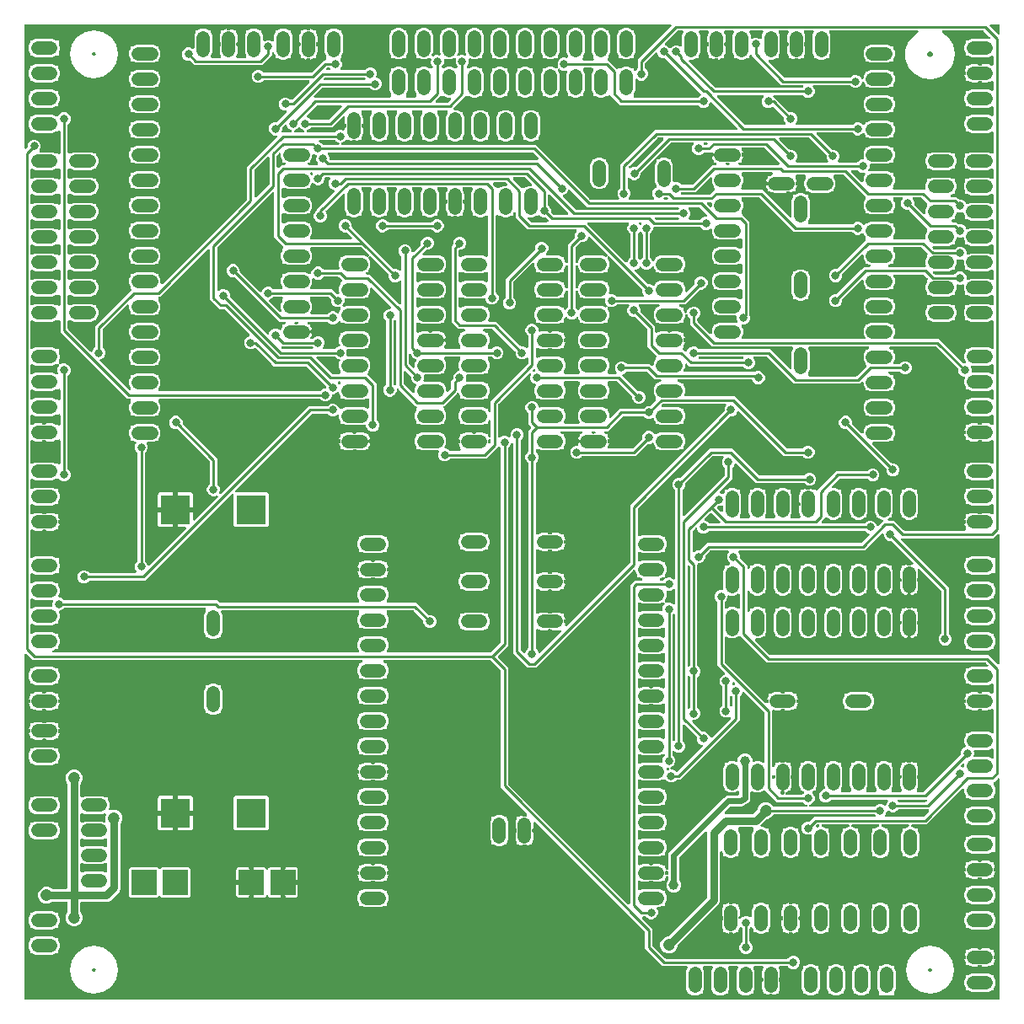
<source format=gbr>
G04 EAGLE Gerber RS-274X export*
G75*
%MOMM*%
%FSLAX34Y34*%
%LPD*%
%INTop Copper*%
%IPPOS*%
%AMOC8*
5,1,8,0,0,1.08239X$1,22.5*%
G01*
%ADD10C,1.320800*%
%ADD11R,2.500000X2.500000*%
%ADD12R,3.000000X3.000000*%
%ADD13C,0.250000*%
%ADD14C,0.806400*%
%ADD15C,1.206400*%
%ADD16C,0.800000*%
%ADD17C,0.600000*%
%ADD18C,1.006400*%

G36*
X988715Y10177D02*
X988715Y10177D01*
X988840Y10186D01*
X988871Y10197D01*
X988903Y10201D01*
X989020Y10247D01*
X989139Y10288D01*
X989166Y10306D01*
X989196Y10318D01*
X989297Y10392D01*
X989403Y10461D01*
X989424Y10485D01*
X989450Y10504D01*
X989530Y10602D01*
X989614Y10695D01*
X989629Y10724D01*
X989650Y10749D01*
X989703Y10863D01*
X989761Y10974D01*
X989765Y11000D01*
X989782Y11035D01*
X989838Y11346D01*
X989835Y11385D01*
X989839Y11410D01*
X989839Y231519D01*
X989821Y231659D01*
X989807Y231801D01*
X989801Y231816D01*
X989799Y231832D01*
X989747Y231964D01*
X989698Y232097D01*
X989688Y232110D01*
X989682Y232125D01*
X989598Y232240D01*
X989518Y232356D01*
X989505Y232366D01*
X989496Y232379D01*
X989386Y232469D01*
X989278Y232561D01*
X989264Y232569D01*
X989251Y232579D01*
X989122Y232638D01*
X988995Y232701D01*
X988979Y232704D01*
X988965Y232711D01*
X988825Y232736D01*
X988686Y232765D01*
X988670Y232764D01*
X988654Y232767D01*
X988513Y232756D01*
X988371Y232749D01*
X988356Y232744D01*
X988340Y232743D01*
X988205Y232697D01*
X988070Y232655D01*
X988059Y232647D01*
X988041Y232641D01*
X987777Y232468D01*
X987737Y232424D01*
X987707Y232402D01*
X984331Y229027D01*
X984253Y228926D01*
X984170Y228829D01*
X984157Y228801D01*
X984138Y228777D01*
X984087Y228660D01*
X984032Y228545D01*
X984025Y228515D01*
X984013Y228487D01*
X983994Y228361D01*
X983969Y228236D01*
X983970Y228206D01*
X983966Y228175D01*
X983971Y228124D01*
X983971Y226027D01*
X983985Y225918D01*
X983990Y225808D01*
X984004Y225762D01*
X984011Y225714D01*
X984051Y225612D01*
X984084Y225507D01*
X984106Y225476D01*
X984128Y225421D01*
X984314Y225166D01*
X984321Y225161D01*
X985709Y221811D01*
X985709Y218189D01*
X984319Y214834D01*
X984269Y214770D01*
X984196Y214688D01*
X984173Y214645D01*
X984144Y214607D01*
X984100Y214506D01*
X984049Y214409D01*
X984042Y214372D01*
X984019Y214317D01*
X983971Y214006D01*
X983973Y213986D01*
X983971Y213973D01*
X983971Y212380D01*
X983970Y212379D01*
X982246Y212379D01*
X982223Y212376D01*
X982200Y212378D01*
X982146Y212366D01*
X981933Y212339D01*
X981827Y212297D01*
X981768Y212284D01*
X978415Y210895D01*
X961585Y210895D01*
X958232Y212284D01*
X958210Y212290D01*
X958189Y212301D01*
X958134Y212311D01*
X957927Y212367D01*
X957813Y212369D01*
X957754Y212379D01*
X956030Y212379D01*
X956029Y212380D01*
X956029Y213973D01*
X956015Y214082D01*
X956010Y214192D01*
X955996Y214238D01*
X955989Y214286D01*
X955949Y214388D01*
X955916Y214493D01*
X955894Y214524D01*
X955872Y214579D01*
X955686Y214834D01*
X955679Y214839D01*
X954291Y218189D01*
X954291Y220971D01*
X954273Y221111D01*
X954259Y221253D01*
X954253Y221268D01*
X954251Y221284D01*
X954199Y221416D01*
X954150Y221549D01*
X954140Y221562D01*
X954134Y221577D01*
X954050Y221692D01*
X953970Y221808D01*
X953957Y221818D01*
X953948Y221831D01*
X953838Y221921D01*
X953730Y222013D01*
X953716Y222021D01*
X953703Y222031D01*
X953574Y222090D01*
X953447Y222153D01*
X953431Y222156D01*
X953417Y222163D01*
X953277Y222188D01*
X953138Y222217D01*
X953122Y222216D01*
X953106Y222219D01*
X952965Y222208D01*
X952823Y222201D01*
X952808Y222196D01*
X952792Y222195D01*
X952657Y222149D01*
X952522Y222107D01*
X952511Y222099D01*
X952493Y222093D01*
X952229Y221920D01*
X952189Y221876D01*
X952159Y221854D01*
X916554Y186249D01*
X902199Y186249D01*
X902129Y186240D01*
X902058Y186241D01*
X901973Y186220D01*
X901886Y186209D01*
X901820Y186183D01*
X901751Y186166D01*
X901675Y186125D01*
X901593Y186092D01*
X901536Y186050D01*
X901473Y186017D01*
X901409Y185957D01*
X901339Y185906D01*
X901294Y185851D01*
X901242Y185802D01*
X901195Y185729D01*
X901140Y185661D01*
X901110Y185597D01*
X901071Y185537D01*
X901044Y185454D01*
X901008Y185375D01*
X900995Y185305D01*
X900973Y185237D01*
X900967Y185150D01*
X900952Y185064D01*
X900957Y184993D01*
X900953Y184922D01*
X900969Y184837D01*
X900976Y184750D01*
X900999Y184682D01*
X901012Y184612D01*
X901049Y184534D01*
X901077Y184451D01*
X901117Y184391D01*
X901147Y184327D01*
X901203Y184260D01*
X901251Y184187D01*
X901303Y184140D01*
X901349Y184085D01*
X901400Y184052D01*
X901484Y183976D01*
X901674Y183876D01*
X901721Y183846D01*
X905166Y182419D01*
X905230Y182369D01*
X905312Y182296D01*
X905355Y182273D01*
X905393Y182243D01*
X905494Y182200D01*
X905591Y182149D01*
X905628Y182142D01*
X905683Y182119D01*
X905995Y182071D01*
X906014Y182073D01*
X906027Y182071D01*
X907620Y182071D01*
X907621Y182070D01*
X907621Y180346D01*
X907624Y180323D01*
X907622Y180301D01*
X907634Y180246D01*
X907661Y180033D01*
X907703Y179927D01*
X907716Y179868D01*
X909105Y176515D01*
X909105Y159685D01*
X907716Y156332D01*
X907710Y156310D01*
X907699Y156289D01*
X907689Y156234D01*
X907633Y156027D01*
X907631Y155913D01*
X907621Y155854D01*
X907621Y154130D01*
X907620Y154129D01*
X906027Y154129D01*
X905918Y154115D01*
X905808Y154110D01*
X905762Y154096D01*
X905714Y154089D01*
X905612Y154049D01*
X905507Y154016D01*
X905476Y153994D01*
X905421Y153972D01*
X905166Y153786D01*
X905161Y153779D01*
X901811Y152391D01*
X898189Y152391D01*
X894834Y153781D01*
X894770Y153831D01*
X894688Y153904D01*
X894645Y153927D01*
X894607Y153957D01*
X894506Y154000D01*
X894409Y154051D01*
X894372Y154058D01*
X894317Y154081D01*
X894005Y154129D01*
X893986Y154127D01*
X893973Y154129D01*
X892380Y154129D01*
X892379Y154130D01*
X892379Y155854D01*
X892376Y155877D01*
X892378Y155899D01*
X892366Y155954D01*
X892339Y156167D01*
X892297Y156273D01*
X892284Y156332D01*
X890895Y159685D01*
X890895Y176515D01*
X892284Y179868D01*
X892290Y179890D01*
X892301Y179911D01*
X892311Y179966D01*
X892367Y180173D01*
X892369Y180287D01*
X892379Y180346D01*
X892379Y182070D01*
X892380Y182071D01*
X893973Y182071D01*
X894082Y182085D01*
X894192Y182090D01*
X894238Y182104D01*
X894286Y182111D01*
X894388Y182151D01*
X894493Y182184D01*
X894524Y182206D01*
X894579Y182228D01*
X894834Y182414D01*
X894839Y182421D01*
X898279Y183846D01*
X898340Y183881D01*
X898407Y183908D01*
X898477Y183959D01*
X898553Y184002D01*
X898604Y184052D01*
X898661Y184094D01*
X898716Y184162D01*
X898778Y184223D01*
X898815Y184283D01*
X898860Y184339D01*
X898897Y184418D01*
X898942Y184492D01*
X898962Y184561D01*
X898992Y184625D01*
X899008Y184711D01*
X899033Y184795D01*
X899036Y184866D01*
X899048Y184936D01*
X899042Y185023D01*
X899045Y185110D01*
X899030Y185179D01*
X899024Y185250D01*
X898996Y185333D01*
X898978Y185418D01*
X898946Y185482D01*
X898923Y185549D01*
X898875Y185622D01*
X898835Y185700D01*
X898789Y185753D01*
X898749Y185813D01*
X898685Y185871D01*
X898627Y185937D01*
X898568Y185977D01*
X898516Y186024D01*
X898438Y186065D01*
X898366Y186114D01*
X898299Y186138D01*
X898236Y186171D01*
X898177Y186182D01*
X898069Y186220D01*
X897856Y186239D01*
X897801Y186249D01*
X872199Y186249D01*
X872129Y186240D01*
X872058Y186241D01*
X871973Y186220D01*
X871886Y186209D01*
X871820Y186183D01*
X871751Y186166D01*
X871674Y186125D01*
X871593Y186092D01*
X871536Y186050D01*
X871473Y186017D01*
X871409Y185957D01*
X871339Y185906D01*
X871294Y185851D01*
X871242Y185802D01*
X871195Y185729D01*
X871140Y185661D01*
X871110Y185597D01*
X871071Y185537D01*
X871044Y185454D01*
X871008Y185375D01*
X870995Y185305D01*
X870973Y185237D01*
X870967Y185150D01*
X870952Y185064D01*
X870957Y184993D01*
X870953Y184922D01*
X870969Y184837D01*
X870976Y184750D01*
X870999Y184682D01*
X871012Y184612D01*
X871049Y184534D01*
X871077Y184451D01*
X871116Y184391D01*
X871147Y184327D01*
X871203Y184260D01*
X871251Y184187D01*
X871303Y184140D01*
X871349Y184085D01*
X871400Y184052D01*
X871484Y183976D01*
X871674Y183876D01*
X871721Y183846D01*
X875166Y182419D01*
X875230Y182369D01*
X875312Y182296D01*
X875355Y182273D01*
X875393Y182243D01*
X875494Y182200D01*
X875591Y182149D01*
X875628Y182142D01*
X875683Y182119D01*
X875995Y182071D01*
X876014Y182073D01*
X876027Y182071D01*
X877620Y182071D01*
X877621Y182070D01*
X877621Y180346D01*
X877624Y180323D01*
X877622Y180300D01*
X877634Y180246D01*
X877661Y180033D01*
X877703Y179927D01*
X877716Y179868D01*
X879105Y176515D01*
X879105Y159685D01*
X877716Y156332D01*
X877710Y156310D01*
X877699Y156289D01*
X877689Y156234D01*
X877633Y156027D01*
X877631Y155913D01*
X877621Y155854D01*
X877621Y154130D01*
X877620Y154129D01*
X876027Y154129D01*
X875918Y154115D01*
X875808Y154110D01*
X875762Y154096D01*
X875714Y154089D01*
X875612Y154049D01*
X875507Y154016D01*
X875476Y153994D01*
X875421Y153972D01*
X875166Y153786D01*
X875161Y153779D01*
X871811Y152391D01*
X868189Y152391D01*
X864834Y153781D01*
X864770Y153831D01*
X864688Y153904D01*
X864645Y153927D01*
X864607Y153957D01*
X864506Y154000D01*
X864409Y154051D01*
X864372Y154058D01*
X864317Y154081D01*
X864005Y154129D01*
X863986Y154127D01*
X863973Y154129D01*
X862380Y154129D01*
X862379Y154130D01*
X862379Y155854D01*
X862376Y155877D01*
X862378Y155900D01*
X862366Y155954D01*
X862339Y156167D01*
X862297Y156273D01*
X862284Y156332D01*
X860895Y159685D01*
X860895Y176515D01*
X862284Y179868D01*
X862290Y179890D01*
X862301Y179911D01*
X862311Y179966D01*
X862367Y180173D01*
X862369Y180287D01*
X862379Y180346D01*
X862379Y182070D01*
X862380Y182071D01*
X863973Y182071D01*
X864082Y182085D01*
X864192Y182090D01*
X864238Y182104D01*
X864286Y182111D01*
X864388Y182151D01*
X864493Y182184D01*
X864524Y182206D01*
X864579Y182228D01*
X864834Y182414D01*
X864839Y182421D01*
X868279Y183846D01*
X868340Y183881D01*
X868407Y183908D01*
X868477Y183959D01*
X868553Y184002D01*
X868604Y184052D01*
X868661Y184094D01*
X868716Y184162D01*
X868778Y184223D01*
X868815Y184283D01*
X868860Y184339D01*
X868897Y184418D01*
X868942Y184492D01*
X868963Y184561D01*
X868992Y184625D01*
X869008Y184711D01*
X869033Y184795D01*
X869036Y184866D01*
X869048Y184936D01*
X869042Y185023D01*
X869045Y185110D01*
X869030Y185179D01*
X869024Y185250D01*
X868996Y185333D01*
X868978Y185418D01*
X868946Y185482D01*
X868923Y185549D01*
X868875Y185622D01*
X868836Y185700D01*
X868789Y185753D01*
X868749Y185813D01*
X868685Y185871D01*
X868627Y185937D01*
X868568Y185977D01*
X868516Y186024D01*
X868438Y186065D01*
X868366Y186114D01*
X868299Y186138D01*
X868236Y186171D01*
X868177Y186182D01*
X868069Y186220D01*
X867856Y186239D01*
X867801Y186249D01*
X842199Y186249D01*
X842129Y186240D01*
X842058Y186241D01*
X841973Y186220D01*
X841886Y186209D01*
X841820Y186183D01*
X841751Y186166D01*
X841674Y186125D01*
X841593Y186092D01*
X841536Y186050D01*
X841473Y186017D01*
X841409Y185957D01*
X841339Y185906D01*
X841294Y185851D01*
X841242Y185802D01*
X841195Y185729D01*
X841140Y185661D01*
X841110Y185597D01*
X841071Y185537D01*
X841044Y185454D01*
X841008Y185375D01*
X840995Y185305D01*
X840973Y185237D01*
X840967Y185150D01*
X840952Y185064D01*
X840957Y184993D01*
X840953Y184922D01*
X840969Y184837D01*
X840976Y184750D01*
X840999Y184682D01*
X841012Y184612D01*
X841049Y184534D01*
X841077Y184451D01*
X841116Y184391D01*
X841147Y184327D01*
X841203Y184260D01*
X841251Y184187D01*
X841303Y184140D01*
X841349Y184085D01*
X841400Y184052D01*
X841484Y183976D01*
X841674Y183876D01*
X841721Y183846D01*
X845166Y182419D01*
X845230Y182369D01*
X845312Y182296D01*
X845355Y182273D01*
X845393Y182243D01*
X845494Y182200D01*
X845591Y182149D01*
X845628Y182142D01*
X845683Y182119D01*
X845995Y182071D01*
X846014Y182073D01*
X846027Y182071D01*
X847620Y182071D01*
X847621Y182070D01*
X847621Y180346D01*
X847624Y180323D01*
X847622Y180300D01*
X847634Y180246D01*
X847661Y180033D01*
X847703Y179927D01*
X847716Y179868D01*
X849105Y176515D01*
X849105Y159685D01*
X847716Y156332D01*
X847710Y156310D01*
X847699Y156289D01*
X847689Y156234D01*
X847633Y156027D01*
X847631Y155913D01*
X847621Y155854D01*
X847621Y154130D01*
X847620Y154129D01*
X846027Y154129D01*
X845918Y154115D01*
X845808Y154110D01*
X845762Y154096D01*
X845714Y154089D01*
X845612Y154049D01*
X845507Y154016D01*
X845476Y153994D01*
X845421Y153972D01*
X845166Y153786D01*
X845161Y153779D01*
X841811Y152391D01*
X838189Y152391D01*
X834834Y153781D01*
X834770Y153831D01*
X834688Y153904D01*
X834645Y153927D01*
X834607Y153957D01*
X834506Y154000D01*
X834409Y154051D01*
X834372Y154058D01*
X834317Y154081D01*
X834005Y154129D01*
X833986Y154127D01*
X833973Y154129D01*
X832380Y154129D01*
X832379Y154130D01*
X832379Y155854D01*
X832376Y155877D01*
X832378Y155900D01*
X832366Y155954D01*
X832339Y156167D01*
X832297Y156273D01*
X832284Y156332D01*
X830895Y159685D01*
X830895Y176515D01*
X832284Y179868D01*
X832290Y179890D01*
X832301Y179911D01*
X832311Y179966D01*
X832367Y180173D01*
X832369Y180287D01*
X832379Y180346D01*
X832379Y182070D01*
X832380Y182071D01*
X833973Y182071D01*
X834082Y182085D01*
X834192Y182090D01*
X834238Y182104D01*
X834286Y182111D01*
X834388Y182151D01*
X834493Y182184D01*
X834524Y182206D01*
X834579Y182228D01*
X834834Y182414D01*
X834839Y182421D01*
X838279Y183846D01*
X838340Y183881D01*
X838407Y183908D01*
X838477Y183959D01*
X838553Y184002D01*
X838604Y184052D01*
X838661Y184094D01*
X838716Y184162D01*
X838778Y184223D01*
X838815Y184283D01*
X838860Y184339D01*
X838897Y184418D01*
X838942Y184492D01*
X838963Y184561D01*
X838992Y184625D01*
X839008Y184711D01*
X839033Y184795D01*
X839036Y184866D01*
X839048Y184936D01*
X839042Y185023D01*
X839045Y185110D01*
X839030Y185179D01*
X839024Y185250D01*
X838996Y185333D01*
X838978Y185418D01*
X838946Y185482D01*
X838923Y185549D01*
X838875Y185622D01*
X838836Y185700D01*
X838789Y185753D01*
X838749Y185813D01*
X838685Y185871D01*
X838627Y185937D01*
X838568Y185977D01*
X838516Y186024D01*
X838438Y186065D01*
X838366Y186114D01*
X838299Y186138D01*
X838236Y186171D01*
X838177Y186182D01*
X838069Y186220D01*
X837856Y186239D01*
X837801Y186249D01*
X812199Y186249D01*
X812129Y186240D01*
X812058Y186241D01*
X811973Y186220D01*
X811886Y186209D01*
X811820Y186183D01*
X811751Y186166D01*
X811674Y186125D01*
X811593Y186092D01*
X811536Y186050D01*
X811473Y186017D01*
X811409Y185957D01*
X811339Y185906D01*
X811294Y185851D01*
X811242Y185802D01*
X811195Y185729D01*
X811140Y185661D01*
X811110Y185597D01*
X811071Y185537D01*
X811044Y185454D01*
X811008Y185375D01*
X810995Y185305D01*
X810973Y185237D01*
X810967Y185150D01*
X810952Y185064D01*
X810957Y184993D01*
X810953Y184922D01*
X810969Y184837D01*
X810976Y184750D01*
X810999Y184682D01*
X811012Y184612D01*
X811049Y184534D01*
X811077Y184451D01*
X811116Y184391D01*
X811147Y184327D01*
X811203Y184260D01*
X811251Y184187D01*
X811303Y184140D01*
X811349Y184085D01*
X811400Y184052D01*
X811484Y183976D01*
X811674Y183876D01*
X811721Y183846D01*
X815166Y182419D01*
X815230Y182369D01*
X815312Y182296D01*
X815355Y182273D01*
X815393Y182243D01*
X815494Y182200D01*
X815591Y182149D01*
X815628Y182142D01*
X815683Y182119D01*
X815995Y182071D01*
X816014Y182073D01*
X816027Y182071D01*
X817620Y182071D01*
X817621Y182070D01*
X817621Y180346D01*
X817624Y180323D01*
X817622Y180300D01*
X817634Y180246D01*
X817661Y180033D01*
X817703Y179927D01*
X817716Y179868D01*
X819105Y176515D01*
X819105Y159685D01*
X817716Y156332D01*
X817710Y156310D01*
X817699Y156289D01*
X817689Y156234D01*
X817633Y156027D01*
X817631Y155913D01*
X817621Y155854D01*
X817621Y154130D01*
X817620Y154129D01*
X816027Y154129D01*
X815918Y154115D01*
X815808Y154110D01*
X815762Y154096D01*
X815714Y154089D01*
X815612Y154049D01*
X815507Y154016D01*
X815476Y153994D01*
X815421Y153972D01*
X815166Y153786D01*
X815161Y153779D01*
X811811Y152391D01*
X808189Y152391D01*
X804834Y153781D01*
X804770Y153831D01*
X804688Y153904D01*
X804645Y153927D01*
X804607Y153957D01*
X804506Y154000D01*
X804409Y154051D01*
X804372Y154058D01*
X804317Y154081D01*
X804005Y154129D01*
X803986Y154127D01*
X803973Y154129D01*
X802380Y154129D01*
X802379Y154130D01*
X802379Y155854D01*
X802376Y155877D01*
X802378Y155900D01*
X802366Y155954D01*
X802339Y156167D01*
X802297Y156273D01*
X802284Y156332D01*
X800895Y159685D01*
X800895Y174966D01*
X800888Y175021D01*
X800890Y175076D01*
X800868Y175176D01*
X800855Y175279D01*
X800835Y175330D01*
X800823Y175384D01*
X800777Y175476D01*
X800738Y175572D01*
X800706Y175616D01*
X800681Y175665D01*
X800613Y175743D01*
X800552Y175826D01*
X800509Y175861D01*
X800473Y175902D01*
X800387Y175960D01*
X800307Y176026D01*
X800257Y176049D01*
X800212Y176080D01*
X800114Y176114D01*
X800021Y176157D01*
X799966Y176167D01*
X799914Y176186D01*
X799812Y176195D01*
X799710Y176213D01*
X799655Y176209D01*
X799600Y176214D01*
X799537Y176200D01*
X799396Y176190D01*
X799232Y176134D01*
X799168Y176120D01*
X798799Y175967D01*
X796201Y175967D01*
X793799Y176962D01*
X791962Y178799D01*
X790967Y181201D01*
X790967Y183799D01*
X791962Y186201D01*
X793799Y188038D01*
X796201Y189033D01*
X798211Y189033D01*
X798320Y189047D01*
X798430Y189052D01*
X798476Y189066D01*
X798524Y189073D01*
X798626Y189113D01*
X798731Y189146D01*
X798762Y189168D01*
X798817Y189190D01*
X799071Y189376D01*
X799083Y189391D01*
X799094Y189399D01*
X800883Y191188D01*
X803446Y193751D01*
X863995Y193751D01*
X864021Y193754D01*
X864048Y193752D01*
X864177Y193774D01*
X864308Y193791D01*
X864333Y193801D01*
X864359Y193805D01*
X864479Y193859D01*
X864601Y193908D01*
X864622Y193923D01*
X864647Y193934D01*
X864749Y194016D01*
X864855Y194094D01*
X864872Y194115D01*
X864893Y194132D01*
X864971Y194237D01*
X865054Y194339D01*
X865066Y194363D01*
X865082Y194385D01*
X865131Y194506D01*
X865186Y194625D01*
X865191Y194652D01*
X865201Y194677D01*
X865219Y194807D01*
X865242Y194936D01*
X865240Y194962D01*
X865244Y194989D01*
X865228Y195120D01*
X865219Y195250D01*
X865210Y195276D01*
X865207Y195303D01*
X865159Y195424D01*
X865117Y195549D01*
X865102Y195572D01*
X865092Y195597D01*
X865016Y195703D01*
X864943Y195813D01*
X864923Y195831D01*
X864908Y195852D01*
X864860Y195888D01*
X864710Y196024D01*
X864603Y196080D01*
X864553Y196117D01*
X864490Y196140D01*
X864433Y196170D01*
X864430Y196171D01*
X864369Y196182D01*
X864256Y196222D01*
X864053Y196239D01*
X863995Y196249D01*
X763517Y196249D01*
X763478Y196244D01*
X763439Y196247D01*
X763322Y196224D01*
X763204Y196209D01*
X763168Y196195D01*
X763129Y196188D01*
X763022Y196137D01*
X762911Y196092D01*
X762879Y196069D01*
X762844Y196053D01*
X762753Y195976D01*
X762657Y195906D01*
X762632Y195875D01*
X762602Y195850D01*
X762566Y195795D01*
X762457Y195661D01*
X762398Y195533D01*
X762363Y195478D01*
X762234Y195167D01*
X759833Y192766D01*
X756697Y191467D01*
X756178Y191467D01*
X756069Y191453D01*
X755959Y191448D01*
X755913Y191434D01*
X755865Y191427D01*
X755763Y191387D01*
X755658Y191354D01*
X755627Y191332D01*
X755572Y191310D01*
X755318Y191124D01*
X755306Y191109D01*
X755295Y191101D01*
X750687Y186493D01*
X750135Y185941D01*
X750048Y185829D01*
X749958Y185719D01*
X749951Y185705D01*
X749942Y185692D01*
X749886Y185562D01*
X749826Y185433D01*
X749823Y185417D01*
X749817Y185402D01*
X749796Y185262D01*
X749770Y185122D01*
X749772Y185106D01*
X749769Y185090D01*
X749784Y184949D01*
X749794Y184808D01*
X749799Y184792D01*
X749801Y184776D01*
X749850Y184644D01*
X749896Y184509D01*
X749905Y184495D01*
X749910Y184480D01*
X749991Y184364D01*
X750069Y184245D01*
X750081Y184234D01*
X750090Y184221D01*
X750198Y184129D01*
X750303Y184034D01*
X750317Y184026D01*
X750330Y184016D01*
X750457Y183953D01*
X750583Y183887D01*
X750596Y183885D01*
X750613Y183876D01*
X750922Y183812D01*
X750981Y183815D01*
X751018Y183809D01*
X751811Y183809D01*
X755166Y182419D01*
X755230Y182369D01*
X755312Y182296D01*
X755355Y182273D01*
X755393Y182243D01*
X755494Y182200D01*
X755591Y182149D01*
X755628Y182142D01*
X755683Y182119D01*
X755995Y182071D01*
X756014Y182073D01*
X756027Y182071D01*
X757620Y182071D01*
X757621Y182070D01*
X757621Y180346D01*
X757624Y180323D01*
X757622Y180300D01*
X757634Y180246D01*
X757661Y180033D01*
X757703Y179927D01*
X757716Y179868D01*
X759105Y176515D01*
X759105Y159685D01*
X757716Y156332D01*
X757710Y156310D01*
X757699Y156289D01*
X757689Y156234D01*
X757633Y156027D01*
X757631Y155913D01*
X757621Y155854D01*
X757621Y154130D01*
X757620Y154129D01*
X756027Y154129D01*
X755918Y154115D01*
X755808Y154110D01*
X755762Y154096D01*
X755714Y154089D01*
X755612Y154049D01*
X755507Y154016D01*
X755476Y153994D01*
X755421Y153972D01*
X755166Y153786D01*
X755161Y153779D01*
X751811Y152391D01*
X748189Y152391D01*
X744834Y153781D01*
X744770Y153831D01*
X744688Y153904D01*
X744645Y153927D01*
X744607Y153957D01*
X744506Y154000D01*
X744409Y154051D01*
X744372Y154058D01*
X744317Y154081D01*
X744005Y154129D01*
X743986Y154127D01*
X743973Y154129D01*
X742380Y154129D01*
X742379Y154130D01*
X742379Y155854D01*
X742376Y155877D01*
X742378Y155900D01*
X742366Y155954D01*
X742339Y156167D01*
X742297Y156273D01*
X742284Y156332D01*
X740895Y159685D01*
X740895Y176515D01*
X742284Y179868D01*
X742290Y179890D01*
X742301Y179911D01*
X742311Y179966D01*
X742367Y180173D01*
X742369Y180287D01*
X742379Y180346D01*
X742379Y182250D01*
X742363Y182375D01*
X742354Y182500D01*
X742343Y182531D01*
X742339Y182563D01*
X742293Y182680D01*
X742252Y182799D01*
X742234Y182826D01*
X742222Y182856D01*
X742148Y182957D01*
X742079Y183063D01*
X742055Y183084D01*
X742036Y183110D01*
X741938Y183190D01*
X741845Y183274D01*
X741816Y183289D01*
X741791Y183310D01*
X741677Y183363D01*
X741566Y183421D01*
X741540Y183425D01*
X741505Y183442D01*
X741194Y183498D01*
X741155Y183495D01*
X741130Y183499D01*
X728870Y183499D01*
X728745Y183483D01*
X728620Y183474D01*
X728589Y183463D01*
X728557Y183459D01*
X728440Y183413D01*
X728321Y183372D01*
X728294Y183354D01*
X728264Y183342D01*
X728163Y183268D01*
X728057Y183199D01*
X728036Y183175D01*
X728010Y183156D01*
X727930Y183058D01*
X727846Y182965D01*
X727831Y182936D01*
X727810Y182911D01*
X727757Y182797D01*
X727699Y182686D01*
X727695Y182660D01*
X727678Y182625D01*
X727622Y182314D01*
X727625Y182275D01*
X727621Y182250D01*
X727621Y180346D01*
X727624Y180323D01*
X727622Y180300D01*
X727634Y180246D01*
X727661Y180033D01*
X727703Y179927D01*
X727716Y179868D01*
X729105Y176515D01*
X729105Y159685D01*
X727716Y156332D01*
X727710Y156310D01*
X727699Y156289D01*
X727689Y156234D01*
X727633Y156027D01*
X727631Y155913D01*
X727621Y155854D01*
X727621Y154130D01*
X727620Y154129D01*
X726027Y154129D01*
X725918Y154115D01*
X725808Y154110D01*
X725762Y154096D01*
X725714Y154089D01*
X725612Y154049D01*
X725507Y154016D01*
X725476Y153994D01*
X725421Y153972D01*
X725166Y153786D01*
X725161Y153779D01*
X721811Y152391D01*
X718189Y152391D01*
X714834Y153781D01*
X714770Y153831D01*
X714688Y153904D01*
X714645Y153927D01*
X714607Y153957D01*
X714506Y154000D01*
X714409Y154051D01*
X714372Y154058D01*
X714317Y154081D01*
X714005Y154129D01*
X713986Y154127D01*
X713973Y154129D01*
X712380Y154129D01*
X712379Y154130D01*
X712379Y155854D01*
X712376Y155877D01*
X712378Y155900D01*
X712366Y155954D01*
X712339Y156167D01*
X712297Y156273D01*
X712284Y156332D01*
X711404Y158456D01*
X711369Y158518D01*
X711342Y158584D01*
X711291Y158655D01*
X711248Y158730D01*
X711198Y158781D01*
X711156Y158839D01*
X711088Y158894D01*
X711027Y158956D01*
X710967Y158993D01*
X710911Y159038D01*
X710832Y159075D01*
X710758Y159120D01*
X710689Y159140D01*
X710625Y159170D01*
X710539Y159186D01*
X710455Y159211D01*
X710384Y159213D01*
X710314Y159226D01*
X710227Y159219D01*
X710140Y159223D01*
X710071Y159208D01*
X710000Y159202D01*
X709917Y159174D01*
X709832Y159156D01*
X709768Y159124D01*
X709701Y159101D01*
X709628Y159053D01*
X709550Y159013D01*
X709497Y158966D01*
X709437Y158927D01*
X709379Y158863D01*
X709313Y158805D01*
X709273Y158746D01*
X709226Y158693D01*
X709185Y158616D01*
X709136Y158544D01*
X709112Y158477D01*
X709079Y158414D01*
X709068Y158355D01*
X709030Y158247D01*
X709011Y158034D01*
X709001Y157978D01*
X709001Y108707D01*
X708011Y106318D01*
X666399Y64705D01*
X666331Y64618D01*
X666258Y64537D01*
X666235Y64494D01*
X666205Y64456D01*
X666162Y64355D01*
X666111Y64257D01*
X666104Y64220D01*
X666081Y64166D01*
X666033Y63854D01*
X666035Y63835D01*
X666033Y63822D01*
X666033Y63303D01*
X664734Y60167D01*
X662333Y57766D01*
X659197Y56467D01*
X655803Y56467D01*
X652667Y57766D01*
X650266Y60167D01*
X648967Y63303D01*
X648967Y66697D01*
X650266Y69833D01*
X652667Y72234D01*
X655803Y73533D01*
X656322Y73533D01*
X656431Y73547D01*
X656541Y73552D01*
X656587Y73566D01*
X656635Y73573D01*
X656737Y73613D01*
X656842Y73646D01*
X656873Y73668D01*
X656928Y73690D01*
X657182Y73876D01*
X657194Y73891D01*
X657205Y73899D01*
X695633Y112327D01*
X695701Y112414D01*
X695774Y112495D01*
X695797Y112538D01*
X695827Y112576D01*
X695870Y112677D01*
X695921Y112775D01*
X695928Y112812D01*
X695951Y112866D01*
X695999Y113178D01*
X695997Y113197D01*
X695999Y113210D01*
X695999Y177704D01*
X695981Y177844D01*
X695967Y177986D01*
X695961Y178001D01*
X695959Y178017D01*
X695907Y178149D01*
X695858Y178282D01*
X695848Y178295D01*
X695842Y178310D01*
X695758Y178425D01*
X695678Y178541D01*
X695665Y178551D01*
X695656Y178564D01*
X695546Y178654D01*
X695438Y178747D01*
X695424Y178754D01*
X695411Y178764D01*
X695282Y178823D01*
X695155Y178886D01*
X695139Y178889D01*
X695125Y178896D01*
X694985Y178921D01*
X694846Y178950D01*
X694830Y178949D01*
X694814Y178952D01*
X694673Y178941D01*
X694531Y178934D01*
X694516Y178929D01*
X694500Y178928D01*
X694365Y178882D01*
X694230Y178840D01*
X694219Y178832D01*
X694201Y178826D01*
X693937Y178653D01*
X693897Y178609D01*
X693867Y178587D01*
X668367Y153087D01*
X668299Y153001D01*
X668226Y152919D01*
X668203Y152876D01*
X668173Y152838D01*
X668130Y152737D01*
X668079Y152640D01*
X668072Y152603D01*
X668049Y152548D01*
X668001Y152236D01*
X668003Y152217D01*
X668001Y152204D01*
X668001Y130670D01*
X668015Y130561D01*
X668020Y130451D01*
X668034Y130405D01*
X668041Y130357D01*
X668081Y130255D01*
X668114Y130150D01*
X668136Y130119D01*
X668158Y130064D01*
X668344Y129809D01*
X668359Y129797D01*
X668367Y129786D01*
X668886Y129267D01*
X670033Y126498D01*
X670033Y123502D01*
X668886Y120733D01*
X666767Y118614D01*
X663998Y117467D01*
X661002Y117467D01*
X658233Y118614D01*
X656114Y120733D01*
X654967Y123502D01*
X654967Y126498D01*
X655942Y128852D01*
X655961Y128921D01*
X655989Y128986D01*
X655996Y129033D01*
X656044Y129123D01*
X656074Y129171D01*
X656114Y129267D01*
X656633Y129786D01*
X656701Y129873D01*
X656774Y129955D01*
X656797Y129998D01*
X656827Y130036D01*
X656870Y130137D01*
X656921Y130234D01*
X656928Y130271D01*
X656951Y130326D01*
X656999Y130638D01*
X656997Y130657D01*
X656999Y130670D01*
X656999Y133244D01*
X656996Y133266D01*
X656998Y133288D01*
X656977Y133422D01*
X656959Y133557D01*
X656951Y133578D01*
X656948Y133600D01*
X656893Y133724D01*
X656842Y133850D01*
X656829Y133868D01*
X656820Y133888D01*
X656736Y133995D01*
X656656Y134105D01*
X656639Y134119D01*
X656625Y134136D01*
X656517Y134218D01*
X656411Y134304D01*
X656391Y134313D01*
X656374Y134327D01*
X656248Y134379D01*
X656125Y134436D01*
X656103Y134440D01*
X656083Y134448D01*
X655948Y134468D01*
X655814Y134492D01*
X655792Y134490D01*
X655770Y134493D01*
X655635Y134478D01*
X655500Y134468D01*
X655479Y134461D01*
X655457Y134458D01*
X655330Y134410D01*
X655201Y134366D01*
X655182Y134354D01*
X655162Y134346D01*
X655051Y134268D01*
X654937Y134193D01*
X654922Y134177D01*
X654904Y134164D01*
X654871Y134120D01*
X654726Y133959D01*
X654673Y133859D01*
X654637Y133811D01*
X654125Y132807D01*
X653909Y132510D01*
X653904Y132499D01*
X653896Y132491D01*
X653828Y132361D01*
X653758Y132233D01*
X653755Y132222D01*
X653749Y132211D01*
X653742Y132173D01*
X653680Y131927D01*
X653680Y131830D01*
X653671Y131776D01*
X653671Y129980D01*
X653670Y129979D01*
X651779Y129979D01*
X651767Y129978D01*
X651754Y129979D01*
X651610Y129958D01*
X651466Y129939D01*
X651454Y129935D01*
X651442Y129933D01*
X651406Y129916D01*
X651173Y129822D01*
X651150Y129806D01*
X649814Y129125D01*
X648446Y128680D01*
X647024Y128455D01*
X641731Y128455D01*
X641731Y128730D01*
X641715Y128855D01*
X641706Y128980D01*
X641695Y129011D01*
X641691Y129043D01*
X641645Y129160D01*
X641604Y129279D01*
X641586Y129306D01*
X641574Y129336D01*
X641500Y129437D01*
X641431Y129543D01*
X641407Y129564D01*
X641388Y129590D01*
X641290Y129670D01*
X641197Y129754D01*
X641168Y129769D01*
X641143Y129790D01*
X641029Y129843D01*
X640918Y129901D01*
X640892Y129905D01*
X640857Y129922D01*
X640546Y129978D01*
X640507Y129975D01*
X640482Y129979D01*
X638918Y129979D01*
X638793Y129963D01*
X638668Y129954D01*
X638637Y129943D01*
X638605Y129939D01*
X638488Y129893D01*
X638369Y129852D01*
X638342Y129834D01*
X638312Y129822D01*
X638211Y129748D01*
X638105Y129679D01*
X638084Y129655D01*
X638058Y129636D01*
X637978Y129538D01*
X637894Y129445D01*
X637879Y129416D01*
X637858Y129391D01*
X637805Y129277D01*
X637747Y129166D01*
X637743Y129140D01*
X637726Y129105D01*
X637670Y128794D01*
X637673Y128755D01*
X637669Y128730D01*
X637669Y128455D01*
X632376Y128455D01*
X630954Y128680D01*
X629586Y129125D01*
X628216Y129823D01*
X628185Y129834D01*
X628079Y129892D01*
X628067Y129895D01*
X628057Y129901D01*
X628017Y129908D01*
X627774Y129970D01*
X627675Y129970D01*
X627621Y129979D01*
X627500Y129979D01*
X627375Y129963D01*
X627250Y129954D01*
X627219Y129943D01*
X627187Y129939D01*
X627070Y129893D01*
X626951Y129852D01*
X626924Y129834D01*
X626894Y129822D01*
X626793Y129748D01*
X626687Y129679D01*
X626666Y129655D01*
X626640Y129636D01*
X626560Y129538D01*
X626476Y129445D01*
X626461Y129416D01*
X626440Y129391D01*
X626387Y129277D01*
X626329Y129166D01*
X626325Y129140D01*
X626308Y129105D01*
X626252Y128794D01*
X626255Y128755D01*
X626251Y128730D01*
X626251Y121089D01*
X626258Y121034D01*
X626256Y120979D01*
X626278Y120878D01*
X626291Y120776D01*
X626311Y120725D01*
X626323Y120671D01*
X626369Y120579D01*
X626408Y120483D01*
X626440Y120439D01*
X626465Y120389D01*
X626533Y120312D01*
X626594Y120229D01*
X626637Y120194D01*
X626673Y120152D01*
X626759Y120095D01*
X626839Y120029D01*
X626889Y120006D01*
X626934Y119975D01*
X627031Y119941D01*
X627125Y119897D01*
X627180Y119888D01*
X627231Y119869D01*
X627334Y119860D01*
X627436Y119842D01*
X627491Y119846D01*
X627546Y119841D01*
X627609Y119855D01*
X627750Y119865D01*
X627914Y119921D01*
X627978Y119935D01*
X631285Y121305D01*
X648115Y121305D01*
X651468Y119916D01*
X651490Y119910D01*
X651511Y119899D01*
X651566Y119889D01*
X651773Y119833D01*
X651887Y119831D01*
X651946Y119821D01*
X653670Y119821D01*
X653671Y119820D01*
X653671Y118227D01*
X653685Y118118D01*
X653690Y118008D01*
X653704Y117962D01*
X653711Y117914D01*
X653751Y117812D01*
X653784Y117707D01*
X653806Y117676D01*
X653828Y117621D01*
X654014Y117366D01*
X654021Y117361D01*
X655409Y114011D01*
X655409Y110389D01*
X654019Y107034D01*
X653969Y106970D01*
X653896Y106888D01*
X653873Y106845D01*
X653844Y106807D01*
X653800Y106706D01*
X653749Y106609D01*
X653742Y106572D01*
X653719Y106517D01*
X653671Y106206D01*
X653673Y106186D01*
X653671Y106173D01*
X653671Y104580D01*
X653670Y104579D01*
X651946Y104579D01*
X651923Y104576D01*
X651900Y104578D01*
X651846Y104566D01*
X651633Y104539D01*
X651527Y104497D01*
X651468Y104484D01*
X648115Y103095D01*
X646623Y103095D01*
X646568Y103088D01*
X646513Y103090D01*
X646412Y103068D01*
X646310Y103055D01*
X646259Y103035D01*
X646205Y103023D01*
X646113Y102977D01*
X646017Y102938D01*
X645972Y102906D01*
X645923Y102881D01*
X645846Y102813D01*
X645763Y102752D01*
X645728Y102709D01*
X645686Y102673D01*
X645628Y102587D01*
X645563Y102507D01*
X645540Y102457D01*
X645509Y102412D01*
X645474Y102315D01*
X645431Y102221D01*
X645422Y102166D01*
X645403Y102115D01*
X645394Y102012D01*
X645375Y101910D01*
X645380Y101855D01*
X645375Y101800D01*
X645388Y101737D01*
X645399Y101596D01*
X645455Y101432D01*
X645469Y101368D01*
X646533Y98799D01*
X646533Y96201D01*
X645538Y93799D01*
X643701Y91962D01*
X641299Y90967D01*
X638701Y90967D01*
X636299Y91962D01*
X634878Y93383D01*
X634791Y93451D01*
X634710Y93524D01*
X634667Y93547D01*
X634628Y93577D01*
X634527Y93620D01*
X634430Y93671D01*
X634393Y93678D01*
X634339Y93701D01*
X634027Y93749D01*
X634008Y93747D01*
X633995Y93749D01*
X632071Y93749D01*
X631931Y93731D01*
X631789Y93717D01*
X631774Y93711D01*
X631758Y93709D01*
X631626Y93657D01*
X631493Y93608D01*
X631480Y93598D01*
X631465Y93592D01*
X631350Y93508D01*
X631234Y93428D01*
X631224Y93415D01*
X631211Y93406D01*
X631121Y93296D01*
X631029Y93188D01*
X631021Y93174D01*
X631011Y93161D01*
X630952Y93032D01*
X630889Y92905D01*
X630886Y92889D01*
X630879Y92875D01*
X630854Y92735D01*
X630825Y92596D01*
X630826Y92580D01*
X630823Y92564D01*
X630834Y92423D01*
X630841Y92281D01*
X630846Y92266D01*
X630847Y92250D01*
X630893Y92115D01*
X630935Y91980D01*
X630943Y91969D01*
X630949Y91951D01*
X631122Y91687D01*
X631166Y91647D01*
X631188Y91617D01*
X638688Y84117D01*
X641251Y81554D01*
X641251Y64571D01*
X641265Y64462D01*
X641270Y64352D01*
X641284Y64306D01*
X641291Y64258D01*
X641331Y64156D01*
X641364Y64051D01*
X641386Y64020D01*
X641408Y63965D01*
X641594Y63711D01*
X641609Y63699D01*
X641617Y63688D01*
X653688Y51617D01*
X653774Y51549D01*
X653856Y51476D01*
X653899Y51453D01*
X653937Y51423D01*
X654038Y51380D01*
X654136Y51329D01*
X654172Y51322D01*
X654227Y51299D01*
X654539Y51251D01*
X654558Y51253D01*
X654571Y51251D01*
X776495Y51251D01*
X776604Y51265D01*
X776713Y51270D01*
X776760Y51284D01*
X776808Y51291D01*
X776910Y51331D01*
X777015Y51364D01*
X777045Y51386D01*
X777101Y51408D01*
X777355Y51594D01*
X777367Y51609D01*
X777378Y51617D01*
X778800Y53038D01*
X781201Y54033D01*
X783799Y54033D01*
X786201Y53038D01*
X788038Y51201D01*
X789033Y48799D01*
X789033Y46201D01*
X788038Y43799D01*
X786201Y41962D01*
X783799Y40967D01*
X781201Y40967D01*
X778800Y41962D01*
X777378Y43383D01*
X777291Y43451D01*
X777210Y43524D01*
X777167Y43547D01*
X777128Y43576D01*
X777028Y43620D01*
X776930Y43671D01*
X776893Y43678D01*
X776839Y43701D01*
X776527Y43749D01*
X776508Y43747D01*
X776495Y43749D01*
X768870Y43749D01*
X768745Y43733D01*
X768620Y43724D01*
X768589Y43713D01*
X768557Y43709D01*
X768440Y43663D01*
X768321Y43622D01*
X768294Y43604D01*
X768264Y43592D01*
X768163Y43518D01*
X768057Y43449D01*
X768036Y43425D01*
X768010Y43406D01*
X767930Y43308D01*
X767846Y43215D01*
X767831Y43186D01*
X767810Y43161D01*
X767757Y43047D01*
X767699Y42936D01*
X767695Y42910D01*
X767678Y42875D01*
X767622Y42564D01*
X767625Y42525D01*
X767621Y42500D01*
X767621Y42079D01*
X767622Y42067D01*
X767621Y42054D01*
X767642Y41910D01*
X767661Y41766D01*
X767665Y41754D01*
X767667Y41742D01*
X767684Y41706D01*
X767778Y41473D01*
X767794Y41450D01*
X768475Y40114D01*
X768920Y38746D01*
X769145Y37324D01*
X769145Y32031D01*
X768870Y32031D01*
X768745Y32015D01*
X768620Y32006D01*
X768589Y31995D01*
X768557Y31991D01*
X768440Y31945D01*
X768321Y31904D01*
X768294Y31886D01*
X768264Y31874D01*
X768163Y31800D01*
X768057Y31731D01*
X768036Y31707D01*
X768010Y31688D01*
X767930Y31590D01*
X767846Y31497D01*
X767831Y31468D01*
X767810Y31443D01*
X767757Y31329D01*
X767699Y31218D01*
X767695Y31192D01*
X767678Y31157D01*
X767622Y30846D01*
X767625Y30807D01*
X767621Y30782D01*
X767621Y29218D01*
X767637Y29093D01*
X767646Y28968D01*
X767657Y28937D01*
X767661Y28905D01*
X767707Y28788D01*
X767748Y28669D01*
X767766Y28642D01*
X767778Y28612D01*
X767852Y28511D01*
X767921Y28405D01*
X767945Y28384D01*
X767964Y28358D01*
X768062Y28278D01*
X768155Y28194D01*
X768184Y28179D01*
X768209Y28158D01*
X768323Y28105D01*
X768434Y28047D01*
X768460Y28043D01*
X768495Y28026D01*
X768806Y27970D01*
X768845Y27973D01*
X768870Y27969D01*
X769145Y27969D01*
X769145Y22676D01*
X768920Y21254D01*
X768475Y19886D01*
X767777Y18516D01*
X767766Y18485D01*
X767708Y18379D01*
X767705Y18367D01*
X767699Y18357D01*
X767692Y18317D01*
X767630Y18074D01*
X767630Y17975D01*
X767621Y17921D01*
X767621Y16030D01*
X767620Y16029D01*
X765824Y16029D01*
X765813Y16028D01*
X765801Y16029D01*
X765656Y16008D01*
X765511Y15989D01*
X765500Y15985D01*
X765488Y15983D01*
X765453Y15966D01*
X765218Y15872D01*
X765139Y15815D01*
X765090Y15791D01*
X764793Y15575D01*
X763510Y14921D01*
X762142Y14476D01*
X762031Y14459D01*
X762031Y14780D01*
X762015Y14905D01*
X762006Y15030D01*
X761995Y15061D01*
X761991Y15093D01*
X761945Y15210D01*
X761904Y15329D01*
X761886Y15356D01*
X761874Y15386D01*
X761800Y15487D01*
X761731Y15593D01*
X761707Y15614D01*
X761688Y15640D01*
X761590Y15720D01*
X761497Y15804D01*
X761468Y15819D01*
X761443Y15840D01*
X761329Y15893D01*
X761218Y15951D01*
X761192Y15955D01*
X761157Y15972D01*
X760846Y16028D01*
X760807Y16025D01*
X760782Y16029D01*
X759218Y16029D01*
X759093Y16013D01*
X758968Y16004D01*
X758937Y15993D01*
X758905Y15989D01*
X758788Y15943D01*
X758669Y15902D01*
X758642Y15884D01*
X758612Y15872D01*
X758511Y15798D01*
X758405Y15729D01*
X758384Y15705D01*
X758358Y15686D01*
X758278Y15588D01*
X758194Y15495D01*
X758179Y15466D01*
X758158Y15441D01*
X758105Y15327D01*
X758047Y15216D01*
X758043Y15190D01*
X758026Y15155D01*
X757970Y14844D01*
X757973Y14805D01*
X757969Y14780D01*
X757969Y14459D01*
X757858Y14476D01*
X756490Y14921D01*
X755207Y15575D01*
X754910Y15791D01*
X754899Y15796D01*
X754891Y15804D01*
X754761Y15872D01*
X754633Y15942D01*
X754622Y15945D01*
X754611Y15951D01*
X754573Y15958D01*
X754327Y16020D01*
X754230Y16020D01*
X754176Y16029D01*
X752380Y16029D01*
X752379Y16030D01*
X752379Y17921D01*
X752378Y17933D01*
X752379Y17946D01*
X752358Y18090D01*
X752339Y18234D01*
X752335Y18246D01*
X752333Y18258D01*
X752316Y18294D01*
X752222Y18527D01*
X752206Y18550D01*
X751525Y19886D01*
X751080Y21254D01*
X750855Y22676D01*
X750855Y27969D01*
X751130Y27969D01*
X751255Y27985D01*
X751380Y27994D01*
X751411Y28004D01*
X751443Y28009D01*
X751560Y28055D01*
X751679Y28096D01*
X751706Y28114D01*
X751736Y28126D01*
X751837Y28200D01*
X751943Y28269D01*
X751964Y28293D01*
X751990Y28312D01*
X752070Y28410D01*
X752154Y28503D01*
X752169Y28532D01*
X752190Y28557D01*
X752243Y28671D01*
X752301Y28782D01*
X752305Y28808D01*
X752322Y28843D01*
X752378Y29154D01*
X752375Y29193D01*
X752379Y29218D01*
X752379Y30782D01*
X752363Y30907D01*
X752354Y31032D01*
X752343Y31063D01*
X752339Y31095D01*
X752293Y31212D01*
X752252Y31331D01*
X752234Y31358D01*
X752222Y31388D01*
X752148Y31489D01*
X752079Y31595D01*
X752055Y31616D01*
X752036Y31642D01*
X751938Y31722D01*
X751845Y31806D01*
X751816Y31821D01*
X751791Y31842D01*
X751677Y31895D01*
X751566Y31953D01*
X751540Y31957D01*
X751505Y31974D01*
X751194Y32030D01*
X751155Y32027D01*
X751130Y32031D01*
X750855Y32031D01*
X750855Y37324D01*
X751080Y38746D01*
X751525Y40114D01*
X752223Y41484D01*
X752234Y41515D01*
X752292Y41621D01*
X752295Y41633D01*
X752301Y41643D01*
X752308Y41683D01*
X752370Y41926D01*
X752370Y42025D01*
X752379Y42079D01*
X752379Y42500D01*
X752363Y42625D01*
X752354Y42750D01*
X752343Y42781D01*
X752339Y42813D01*
X752293Y42930D01*
X752252Y43049D01*
X752234Y43076D01*
X752222Y43106D01*
X752148Y43207D01*
X752079Y43313D01*
X752055Y43334D01*
X752036Y43360D01*
X751938Y43440D01*
X751845Y43524D01*
X751816Y43539D01*
X751791Y43560D01*
X751677Y43613D01*
X751566Y43671D01*
X751540Y43675D01*
X751505Y43692D01*
X751194Y43748D01*
X751155Y43745D01*
X751130Y43749D01*
X743470Y43749D01*
X743345Y43733D01*
X743220Y43724D01*
X743189Y43713D01*
X743157Y43709D01*
X743040Y43663D01*
X742921Y43622D01*
X742894Y43604D01*
X742864Y43592D01*
X742763Y43518D01*
X742657Y43449D01*
X742636Y43425D01*
X742610Y43406D01*
X742530Y43308D01*
X742446Y43215D01*
X742431Y43186D01*
X742410Y43161D01*
X742357Y43047D01*
X742299Y42936D01*
X742295Y42910D01*
X742278Y42875D01*
X742222Y42564D01*
X742225Y42525D01*
X742221Y42500D01*
X742221Y42246D01*
X742224Y42223D01*
X742222Y42200D01*
X742234Y42146D01*
X742261Y41933D01*
X742303Y41827D01*
X742316Y41768D01*
X743705Y38415D01*
X743705Y21585D01*
X742316Y18232D01*
X742310Y18210D01*
X742299Y18189D01*
X742289Y18134D01*
X742233Y17927D01*
X742231Y17813D01*
X742221Y17754D01*
X742221Y16030D01*
X742220Y16029D01*
X740627Y16029D01*
X740518Y16015D01*
X740408Y16010D01*
X740362Y15996D01*
X740314Y15989D01*
X740212Y15949D01*
X740107Y15916D01*
X740076Y15894D01*
X740021Y15872D01*
X739766Y15686D01*
X739761Y15679D01*
X736411Y14291D01*
X732789Y14291D01*
X729434Y15681D01*
X729370Y15731D01*
X729288Y15804D01*
X729245Y15827D01*
X729207Y15857D01*
X729106Y15900D01*
X729009Y15951D01*
X728972Y15958D01*
X728917Y15981D01*
X728605Y16029D01*
X728586Y16027D01*
X728573Y16029D01*
X726980Y16029D01*
X726979Y16030D01*
X726979Y17754D01*
X726976Y17777D01*
X726978Y17800D01*
X726966Y17854D01*
X726939Y18067D01*
X726897Y18173D01*
X726884Y18232D01*
X725495Y21585D01*
X725495Y38415D01*
X726884Y41768D01*
X726890Y41790D01*
X726901Y41811D01*
X726911Y41866D01*
X726967Y42073D01*
X726969Y42187D01*
X726979Y42246D01*
X726979Y42500D01*
X726963Y42625D01*
X726954Y42750D01*
X726943Y42781D01*
X726939Y42813D01*
X726893Y42930D01*
X726852Y43049D01*
X726834Y43076D01*
X726822Y43106D01*
X726748Y43207D01*
X726679Y43313D01*
X726655Y43334D01*
X726636Y43360D01*
X726538Y43440D01*
X726445Y43524D01*
X726416Y43539D01*
X726391Y43560D01*
X726277Y43613D01*
X726166Y43671D01*
X726140Y43675D01*
X726105Y43692D01*
X725794Y43748D01*
X725755Y43745D01*
X725730Y43749D01*
X718070Y43749D01*
X717945Y43733D01*
X717820Y43724D01*
X717789Y43713D01*
X717757Y43709D01*
X717640Y43663D01*
X717521Y43622D01*
X717494Y43604D01*
X717464Y43592D01*
X717363Y43518D01*
X717257Y43449D01*
X717236Y43425D01*
X717210Y43406D01*
X717130Y43308D01*
X717046Y43215D01*
X717031Y43186D01*
X717010Y43161D01*
X716957Y43047D01*
X716899Y42936D01*
X716895Y42910D01*
X716878Y42875D01*
X716822Y42564D01*
X716825Y42525D01*
X716821Y42500D01*
X716821Y42246D01*
X716824Y42223D01*
X716822Y42200D01*
X716834Y42146D01*
X716861Y41933D01*
X716903Y41827D01*
X716916Y41768D01*
X718305Y38415D01*
X718305Y21585D01*
X716916Y18232D01*
X716910Y18210D01*
X716899Y18189D01*
X716889Y18134D01*
X716833Y17927D01*
X716831Y17813D01*
X716821Y17754D01*
X716821Y16030D01*
X716820Y16029D01*
X715227Y16029D01*
X715118Y16015D01*
X715008Y16010D01*
X714962Y15996D01*
X714914Y15989D01*
X714812Y15949D01*
X714707Y15916D01*
X714676Y15894D01*
X714621Y15872D01*
X714366Y15686D01*
X714361Y15679D01*
X711011Y14291D01*
X707389Y14291D01*
X704034Y15681D01*
X703970Y15731D01*
X703888Y15804D01*
X703845Y15827D01*
X703807Y15857D01*
X703706Y15900D01*
X703609Y15951D01*
X703572Y15958D01*
X703517Y15981D01*
X703205Y16029D01*
X703186Y16027D01*
X703173Y16029D01*
X701580Y16029D01*
X701579Y16030D01*
X701579Y17754D01*
X701576Y17777D01*
X701578Y17800D01*
X701566Y17854D01*
X701539Y18067D01*
X701497Y18173D01*
X701484Y18232D01*
X700095Y21585D01*
X700095Y38415D01*
X701484Y41768D01*
X701490Y41790D01*
X701501Y41811D01*
X701511Y41866D01*
X701567Y42073D01*
X701569Y42187D01*
X701579Y42246D01*
X701579Y42500D01*
X701563Y42625D01*
X701554Y42750D01*
X701543Y42781D01*
X701539Y42813D01*
X701493Y42930D01*
X701452Y43049D01*
X701434Y43076D01*
X701422Y43106D01*
X701348Y43207D01*
X701279Y43313D01*
X701255Y43334D01*
X701236Y43360D01*
X701138Y43440D01*
X701045Y43524D01*
X701016Y43539D01*
X700991Y43560D01*
X700877Y43613D01*
X700766Y43671D01*
X700740Y43675D01*
X700705Y43692D01*
X700394Y43748D01*
X700355Y43745D01*
X700330Y43749D01*
X692670Y43749D01*
X692545Y43733D01*
X692420Y43724D01*
X692389Y43713D01*
X692357Y43709D01*
X692240Y43663D01*
X692121Y43622D01*
X692094Y43604D01*
X692064Y43592D01*
X691963Y43518D01*
X691857Y43449D01*
X691836Y43425D01*
X691810Y43406D01*
X691730Y43308D01*
X691646Y43215D01*
X691631Y43186D01*
X691610Y43161D01*
X691557Y43047D01*
X691499Y42936D01*
X691495Y42910D01*
X691478Y42875D01*
X691422Y42564D01*
X691425Y42525D01*
X691421Y42500D01*
X691421Y42246D01*
X691424Y42223D01*
X691422Y42200D01*
X691434Y42146D01*
X691461Y41933D01*
X691503Y41827D01*
X691516Y41768D01*
X692905Y38415D01*
X692905Y21585D01*
X691516Y18232D01*
X691510Y18210D01*
X691499Y18189D01*
X691489Y18134D01*
X691433Y17927D01*
X691431Y17813D01*
X691421Y17754D01*
X691421Y16030D01*
X691420Y16029D01*
X689827Y16029D01*
X689718Y16015D01*
X689608Y16010D01*
X689562Y15996D01*
X689514Y15989D01*
X689412Y15949D01*
X689307Y15916D01*
X689276Y15894D01*
X689221Y15872D01*
X688966Y15686D01*
X688961Y15679D01*
X685611Y14291D01*
X681989Y14291D01*
X678634Y15681D01*
X678570Y15731D01*
X678488Y15804D01*
X678445Y15827D01*
X678407Y15857D01*
X678306Y15900D01*
X678209Y15951D01*
X678172Y15958D01*
X678117Y15981D01*
X677805Y16029D01*
X677786Y16027D01*
X677773Y16029D01*
X676180Y16029D01*
X676179Y16030D01*
X676179Y17754D01*
X676176Y17777D01*
X676178Y17800D01*
X676166Y17854D01*
X676139Y18067D01*
X676097Y18173D01*
X676084Y18232D01*
X674695Y21585D01*
X674695Y38415D01*
X676084Y41768D01*
X676090Y41790D01*
X676101Y41811D01*
X676111Y41866D01*
X676167Y42073D01*
X676169Y42187D01*
X676179Y42246D01*
X676179Y42500D01*
X676163Y42625D01*
X676154Y42750D01*
X676143Y42781D01*
X676139Y42813D01*
X676093Y42930D01*
X676052Y43049D01*
X676034Y43076D01*
X676022Y43106D01*
X675948Y43207D01*
X675879Y43313D01*
X675855Y43334D01*
X675836Y43360D01*
X675738Y43440D01*
X675645Y43524D01*
X675616Y43539D01*
X675591Y43560D01*
X675477Y43613D01*
X675366Y43671D01*
X675340Y43675D01*
X675305Y43692D01*
X674994Y43748D01*
X674955Y43745D01*
X674930Y43749D01*
X650946Y43749D01*
X633749Y60946D01*
X633749Y77929D01*
X633735Y78038D01*
X633730Y78148D01*
X633716Y78194D01*
X633709Y78242D01*
X633669Y78344D01*
X633636Y78449D01*
X633614Y78480D01*
X633592Y78535D01*
X633406Y78789D01*
X633391Y78801D01*
X633383Y78812D01*
X523977Y188218D01*
X523865Y188305D01*
X523755Y188395D01*
X523741Y188402D01*
X523728Y188411D01*
X523597Y188467D01*
X523469Y188527D01*
X523453Y188530D01*
X523438Y188536D01*
X523297Y188558D01*
X523158Y188583D01*
X523142Y188581D01*
X523126Y188584D01*
X522985Y188570D01*
X522844Y188559D01*
X522828Y188554D01*
X522812Y188552D01*
X522679Y188503D01*
X522545Y188457D01*
X522531Y188448D01*
X522516Y188443D01*
X522400Y188362D01*
X522281Y188284D01*
X522270Y188272D01*
X522257Y188263D01*
X522165Y188155D01*
X522070Y188050D01*
X522062Y188036D01*
X522052Y188023D01*
X521989Y187896D01*
X521923Y187770D01*
X521921Y187757D01*
X521912Y187740D01*
X521848Y187431D01*
X521851Y187372D01*
X521845Y187335D01*
X521845Y182031D01*
X521570Y182031D01*
X521445Y182015D01*
X521320Y182006D01*
X521289Y181995D01*
X521257Y181991D01*
X521140Y181945D01*
X521021Y181904D01*
X520994Y181886D01*
X520964Y181874D01*
X520863Y181800D01*
X520757Y181731D01*
X520736Y181707D01*
X520710Y181688D01*
X520630Y181590D01*
X520546Y181497D01*
X520531Y181468D01*
X520510Y181443D01*
X520457Y181329D01*
X520399Y181218D01*
X520395Y181192D01*
X520378Y181157D01*
X520322Y180846D01*
X520325Y180807D01*
X520321Y180782D01*
X520321Y179218D01*
X520337Y179093D01*
X520346Y178968D01*
X520357Y178937D01*
X520361Y178905D01*
X520407Y178788D01*
X520448Y178669D01*
X520466Y178642D01*
X520478Y178612D01*
X520552Y178511D01*
X520621Y178405D01*
X520645Y178384D01*
X520664Y178358D01*
X520762Y178278D01*
X520855Y178194D01*
X520884Y178179D01*
X520909Y178158D01*
X521023Y178105D01*
X521134Y178047D01*
X521160Y178043D01*
X521195Y178026D01*
X521506Y177970D01*
X521545Y177973D01*
X521570Y177969D01*
X521845Y177969D01*
X521845Y172676D01*
X521620Y171254D01*
X521175Y169886D01*
X520477Y168516D01*
X520466Y168485D01*
X520408Y168379D01*
X520405Y168367D01*
X520399Y168357D01*
X520392Y168317D01*
X520330Y168074D01*
X520330Y167975D01*
X520321Y167921D01*
X520321Y166030D01*
X520320Y166029D01*
X518524Y166029D01*
X518513Y166028D01*
X518501Y166029D01*
X518356Y166008D01*
X518211Y165989D01*
X518200Y165985D01*
X518188Y165983D01*
X518153Y165966D01*
X517918Y165872D01*
X517839Y165815D01*
X517790Y165791D01*
X517493Y165575D01*
X516210Y164921D01*
X514842Y164476D01*
X514731Y164459D01*
X514731Y164780D01*
X514715Y164905D01*
X514706Y165030D01*
X514695Y165061D01*
X514691Y165093D01*
X514645Y165210D01*
X514604Y165329D01*
X514586Y165356D01*
X514574Y165386D01*
X514500Y165487D01*
X514431Y165593D01*
X514407Y165614D01*
X514388Y165640D01*
X514290Y165720D01*
X514197Y165804D01*
X514168Y165819D01*
X514143Y165840D01*
X514029Y165893D01*
X513918Y165951D01*
X513892Y165955D01*
X513857Y165972D01*
X513546Y166028D01*
X513507Y166025D01*
X513482Y166029D01*
X511918Y166029D01*
X511793Y166013D01*
X511668Y166004D01*
X511637Y165993D01*
X511605Y165989D01*
X511488Y165943D01*
X511369Y165902D01*
X511342Y165884D01*
X511312Y165872D01*
X511211Y165798D01*
X511105Y165729D01*
X511084Y165705D01*
X511058Y165686D01*
X510978Y165588D01*
X510894Y165495D01*
X510879Y165466D01*
X510858Y165441D01*
X510805Y165327D01*
X510747Y165216D01*
X510743Y165190D01*
X510726Y165155D01*
X510670Y164844D01*
X510673Y164805D01*
X510669Y164780D01*
X510669Y164459D01*
X510558Y164476D01*
X509190Y164921D01*
X507907Y165575D01*
X507610Y165791D01*
X507599Y165796D01*
X507591Y165804D01*
X507461Y165872D01*
X507333Y165942D01*
X507322Y165945D01*
X507311Y165951D01*
X507272Y165958D01*
X507028Y166020D01*
X506930Y166020D01*
X506876Y166029D01*
X505080Y166029D01*
X505079Y166030D01*
X505079Y167921D01*
X505078Y167933D01*
X505079Y167946D01*
X505058Y168090D01*
X505039Y168234D01*
X505035Y168246D01*
X505033Y168258D01*
X505016Y168294D01*
X504922Y168527D01*
X504906Y168550D01*
X504225Y169886D01*
X503780Y171254D01*
X503555Y172676D01*
X503555Y177969D01*
X503830Y177969D01*
X503955Y177985D01*
X504080Y177994D01*
X504111Y178004D01*
X504143Y178009D01*
X504260Y178055D01*
X504379Y178096D01*
X504406Y178114D01*
X504436Y178126D01*
X504537Y178200D01*
X504643Y178269D01*
X504664Y178293D01*
X504690Y178312D01*
X504770Y178410D01*
X504854Y178503D01*
X504869Y178532D01*
X504890Y178557D01*
X504943Y178671D01*
X505001Y178782D01*
X505005Y178808D01*
X505022Y178843D01*
X505078Y179154D01*
X505075Y179193D01*
X505079Y179218D01*
X505079Y180782D01*
X505063Y180907D01*
X505054Y181032D01*
X505043Y181063D01*
X505039Y181095D01*
X504993Y181212D01*
X504952Y181331D01*
X504934Y181358D01*
X504922Y181388D01*
X504848Y181489D01*
X504779Y181595D01*
X504755Y181616D01*
X504736Y181642D01*
X504638Y181722D01*
X504545Y181806D01*
X504516Y181821D01*
X504491Y181842D01*
X504377Y181895D01*
X504266Y181953D01*
X504240Y181957D01*
X504205Y181974D01*
X503894Y182030D01*
X503855Y182027D01*
X503830Y182031D01*
X503555Y182031D01*
X503555Y187324D01*
X503780Y188746D01*
X504225Y190114D01*
X504923Y191484D01*
X504934Y191515D01*
X504992Y191621D01*
X504995Y191633D01*
X505001Y191643D01*
X505008Y191683D01*
X505070Y191926D01*
X505070Y192025D01*
X505079Y192079D01*
X505079Y193970D01*
X505080Y193971D01*
X506876Y193971D01*
X506887Y193972D01*
X506899Y193971D01*
X507044Y193992D01*
X507189Y194011D01*
X507200Y194015D01*
X507212Y194017D01*
X507247Y194034D01*
X507482Y194128D01*
X507561Y194185D01*
X507610Y194209D01*
X507907Y194425D01*
X509190Y195079D01*
X510558Y195524D01*
X510669Y195541D01*
X510669Y195220D01*
X510685Y195095D01*
X510694Y194970D01*
X510704Y194939D01*
X510709Y194907D01*
X510755Y194790D01*
X510796Y194671D01*
X510814Y194644D01*
X510826Y194614D01*
X510900Y194513D01*
X510969Y194407D01*
X510993Y194386D01*
X511012Y194360D01*
X511110Y194280D01*
X511203Y194196D01*
X511232Y194181D01*
X511257Y194160D01*
X511371Y194107D01*
X511482Y194049D01*
X511508Y194045D01*
X511543Y194028D01*
X511854Y193972D01*
X511893Y193975D01*
X511918Y193971D01*
X513482Y193971D01*
X513607Y193987D01*
X513732Y193996D01*
X513763Y194007D01*
X513795Y194011D01*
X513912Y194057D01*
X514031Y194098D01*
X514058Y194116D01*
X514088Y194128D01*
X514189Y194202D01*
X514295Y194271D01*
X514316Y194295D01*
X514342Y194314D01*
X514422Y194412D01*
X514506Y194505D01*
X514521Y194534D01*
X514542Y194559D01*
X514595Y194673D01*
X514653Y194784D01*
X514657Y194810D01*
X514674Y194845D01*
X514730Y195156D01*
X514727Y195195D01*
X514731Y195220D01*
X514731Y196947D01*
X514717Y197056D01*
X514712Y197166D01*
X514698Y197212D01*
X514691Y197260D01*
X514651Y197362D01*
X514618Y197467D01*
X514596Y197498D01*
X514574Y197553D01*
X514388Y197807D01*
X514373Y197819D01*
X514365Y197830D01*
X488749Y223446D01*
X488749Y340429D01*
X488735Y340538D01*
X488730Y340648D01*
X488716Y340694D01*
X488709Y340742D01*
X488669Y340844D01*
X488636Y340949D01*
X488614Y340980D01*
X488592Y341035D01*
X488406Y341289D01*
X488391Y341301D01*
X488383Y341312D01*
X478812Y350883D01*
X478726Y350951D01*
X478644Y351024D01*
X478601Y351047D01*
X478563Y351077D01*
X478462Y351120D01*
X478364Y351171D01*
X478328Y351178D01*
X478273Y351201D01*
X477961Y351249D01*
X477942Y351247D01*
X477929Y351249D01*
X371749Y351249D01*
X371679Y351240D01*
X371608Y351241D01*
X371523Y351220D01*
X371436Y351209D01*
X371370Y351183D01*
X371301Y351166D01*
X371224Y351125D01*
X371143Y351092D01*
X371086Y351050D01*
X371023Y351017D01*
X370959Y350957D01*
X370889Y350906D01*
X370844Y350851D01*
X370792Y350802D01*
X370745Y350729D01*
X370690Y350661D01*
X370660Y350597D01*
X370621Y350537D01*
X370594Y350454D01*
X370558Y350375D01*
X370545Y350305D01*
X370523Y350237D01*
X370517Y350150D01*
X370502Y350064D01*
X370507Y349993D01*
X370503Y349922D01*
X370519Y349837D01*
X370525Y349750D01*
X370548Y349682D01*
X370562Y349612D01*
X370599Y349534D01*
X370627Y349451D01*
X370666Y349391D01*
X370697Y349327D01*
X370753Y349260D01*
X370801Y349187D01*
X370853Y349139D01*
X370899Y349085D01*
X370949Y349052D01*
X371034Y348976D01*
X371224Y348876D01*
X371271Y348846D01*
X372068Y348516D01*
X372090Y348510D01*
X372111Y348499D01*
X372166Y348489D01*
X372373Y348433D01*
X372487Y348431D01*
X372546Y348421D01*
X374270Y348421D01*
X374271Y348420D01*
X374271Y346827D01*
X374285Y346718D01*
X374290Y346608D01*
X374304Y346562D01*
X374311Y346514D01*
X374351Y346412D01*
X374384Y346307D01*
X374406Y346276D01*
X374428Y346221D01*
X374614Y345966D01*
X374621Y345961D01*
X376009Y342611D01*
X376009Y338989D01*
X374619Y335634D01*
X374569Y335570D01*
X374496Y335488D01*
X374473Y335445D01*
X374443Y335407D01*
X374400Y335306D01*
X374349Y335209D01*
X374342Y335172D01*
X374319Y335117D01*
X374271Y334805D01*
X374273Y334786D01*
X374271Y334773D01*
X374271Y333180D01*
X374270Y333179D01*
X372546Y333179D01*
X372523Y333176D01*
X372500Y333178D01*
X372446Y333166D01*
X372233Y333139D01*
X372127Y333097D01*
X372068Y333084D01*
X368715Y331695D01*
X351885Y331695D01*
X348532Y333084D01*
X348510Y333090D01*
X348489Y333101D01*
X348434Y333111D01*
X348227Y333167D01*
X348113Y333169D01*
X348054Y333179D01*
X346330Y333179D01*
X346329Y333180D01*
X346329Y334773D01*
X346315Y334882D01*
X346310Y334992D01*
X346296Y335038D01*
X346289Y335086D01*
X346249Y335188D01*
X346216Y335293D01*
X346194Y335324D01*
X346172Y335379D01*
X345986Y335634D01*
X345979Y335639D01*
X344591Y338989D01*
X344591Y342611D01*
X345981Y345966D01*
X346031Y346030D01*
X346104Y346112D01*
X346127Y346155D01*
X346157Y346193D01*
X346200Y346294D01*
X346251Y346391D01*
X346258Y346428D01*
X346281Y346483D01*
X346329Y346795D01*
X346327Y346814D01*
X346329Y346827D01*
X346329Y348420D01*
X346330Y348421D01*
X348054Y348421D01*
X348077Y348424D01*
X348099Y348422D01*
X348154Y348434D01*
X348367Y348461D01*
X348473Y348503D01*
X348532Y348516D01*
X349329Y348846D01*
X349390Y348881D01*
X349457Y348908D01*
X349527Y348959D01*
X349603Y349002D01*
X349653Y349052D01*
X349711Y349094D01*
X349766Y349162D01*
X349829Y349223D01*
X349865Y349284D01*
X349910Y349339D01*
X349947Y349418D01*
X349992Y349492D01*
X350013Y349561D01*
X350042Y349625D01*
X350058Y349711D01*
X350083Y349795D01*
X350086Y349866D01*
X350098Y349936D01*
X350092Y350023D01*
X350095Y350110D01*
X350080Y350179D01*
X350075Y350250D01*
X350046Y350333D01*
X350028Y350418D01*
X349996Y350482D01*
X349973Y350549D01*
X349925Y350622D01*
X349886Y350700D01*
X349839Y350753D01*
X349799Y350813D01*
X349735Y350871D01*
X349677Y350937D01*
X349618Y350977D01*
X349566Y351024D01*
X349488Y351065D01*
X349416Y351114D01*
X349349Y351138D01*
X349286Y351171D01*
X349227Y351182D01*
X349119Y351220D01*
X348906Y351239D01*
X348851Y351249D01*
X18446Y351249D01*
X15883Y353812D01*
X12293Y357402D01*
X12181Y357489D01*
X12071Y357579D01*
X12057Y357586D01*
X12044Y357595D01*
X11913Y357651D01*
X11785Y357711D01*
X11769Y357714D01*
X11754Y357720D01*
X11613Y357742D01*
X11474Y357767D01*
X11458Y357765D01*
X11442Y357768D01*
X11301Y357754D01*
X11160Y357743D01*
X11144Y357738D01*
X11128Y357736D01*
X10995Y357687D01*
X10861Y357641D01*
X10847Y357632D01*
X10832Y357627D01*
X10716Y357546D01*
X10597Y357468D01*
X10586Y357456D01*
X10573Y357447D01*
X10481Y357339D01*
X10386Y357234D01*
X10378Y357220D01*
X10368Y357207D01*
X10305Y357080D01*
X10239Y356954D01*
X10237Y356941D01*
X10228Y356924D01*
X10164Y356615D01*
X10167Y356556D01*
X10161Y356519D01*
X10161Y11410D01*
X10177Y11285D01*
X10186Y11160D01*
X10197Y11129D01*
X10201Y11097D01*
X10247Y10980D01*
X10288Y10861D01*
X10306Y10834D01*
X10318Y10804D01*
X10392Y10703D01*
X10461Y10597D01*
X10485Y10576D01*
X10504Y10550D01*
X10602Y10470D01*
X10695Y10386D01*
X10724Y10371D01*
X10749Y10350D01*
X10863Y10297D01*
X10974Y10239D01*
X11000Y10235D01*
X11035Y10218D01*
X11346Y10162D01*
X11385Y10165D01*
X11410Y10161D01*
X988590Y10161D01*
X988715Y10177D01*
G37*
G36*
X345205Y358767D02*
X345205Y358767D01*
X345330Y358776D01*
X345361Y358787D01*
X345393Y358791D01*
X345510Y358837D01*
X345629Y358878D01*
X345656Y358896D01*
X345686Y358908D01*
X345787Y358982D01*
X345893Y359051D01*
X345914Y359075D01*
X345940Y359094D01*
X346020Y359192D01*
X346104Y359285D01*
X346119Y359314D01*
X346140Y359339D01*
X346193Y359453D01*
X346251Y359564D01*
X346255Y359590D01*
X346272Y359625D01*
X346328Y359936D01*
X346325Y359975D01*
X346329Y360000D01*
X346329Y360173D01*
X346315Y360282D01*
X346310Y360392D01*
X346296Y360438D01*
X346289Y360486D01*
X346249Y360588D01*
X346216Y360693D01*
X346194Y360724D01*
X346172Y360779D01*
X345986Y361034D01*
X345979Y361039D01*
X344591Y364389D01*
X344591Y368011D01*
X345981Y371366D01*
X346030Y371430D01*
X346104Y371512D01*
X346127Y371555D01*
X346157Y371593D01*
X346200Y371694D01*
X346251Y371791D01*
X346258Y371828D01*
X346281Y371883D01*
X346329Y372195D01*
X346327Y372214D01*
X346329Y372227D01*
X346329Y373820D01*
X346330Y373821D01*
X348054Y373821D01*
X348077Y373824D01*
X348100Y373822D01*
X348154Y373834D01*
X348367Y373861D01*
X348473Y373903D01*
X348532Y373916D01*
X351885Y375305D01*
X368715Y375305D01*
X372068Y373916D01*
X372090Y373910D01*
X372111Y373899D01*
X372166Y373889D01*
X372373Y373833D01*
X372487Y373831D01*
X372546Y373821D01*
X374270Y373821D01*
X374271Y373820D01*
X374271Y372227D01*
X374285Y372118D01*
X374290Y372008D01*
X374304Y371962D01*
X374311Y371914D01*
X374351Y371812D01*
X374384Y371707D01*
X374406Y371676D01*
X374428Y371621D01*
X374614Y371366D01*
X374621Y371361D01*
X376009Y368011D01*
X376009Y364389D01*
X374619Y361034D01*
X374569Y360970D01*
X374496Y360888D01*
X374473Y360845D01*
X374443Y360807D01*
X374400Y360706D01*
X374349Y360609D01*
X374342Y360572D01*
X374319Y360517D01*
X374271Y360205D01*
X374273Y360186D01*
X374271Y360173D01*
X374271Y360000D01*
X374287Y359875D01*
X374296Y359750D01*
X374307Y359719D01*
X374311Y359687D01*
X374357Y359570D01*
X374398Y359451D01*
X374416Y359424D01*
X374428Y359394D01*
X374502Y359293D01*
X374571Y359187D01*
X374595Y359166D01*
X374614Y359140D01*
X374712Y359060D01*
X374805Y358976D01*
X374834Y358961D01*
X374859Y358940D01*
X374973Y358887D01*
X375084Y358829D01*
X375110Y358825D01*
X375145Y358808D01*
X375456Y358752D01*
X375495Y358755D01*
X375520Y358751D01*
X477929Y358751D01*
X478038Y358765D01*
X478148Y358770D01*
X478194Y358784D01*
X478242Y358791D01*
X478344Y358831D01*
X478449Y358864D01*
X478480Y358886D01*
X478535Y358908D01*
X478789Y359094D01*
X478801Y359109D01*
X478812Y359117D01*
X488383Y368688D01*
X488451Y368774D01*
X488524Y368856D01*
X488547Y368899D01*
X488577Y368937D01*
X488620Y369038D01*
X488671Y369136D01*
X488678Y369172D01*
X488701Y369227D01*
X488749Y369539D01*
X488747Y369558D01*
X488749Y369571D01*
X488749Y563995D01*
X488735Y564104D01*
X488730Y564213D01*
X488716Y564260D01*
X488709Y564308D01*
X488669Y564410D01*
X488636Y564515D01*
X488614Y564545D01*
X488592Y564601D01*
X488406Y564855D01*
X488391Y564867D01*
X488383Y564878D01*
X487666Y565595D01*
X487567Y565672D01*
X487471Y565754D01*
X487442Y565768D01*
X487417Y565788D01*
X487301Y565838D01*
X487188Y565893D01*
X487157Y565900D01*
X487127Y565913D01*
X487002Y565932D01*
X486879Y565957D01*
X486847Y565956D01*
X486815Y565961D01*
X486690Y565948D01*
X486564Y565942D01*
X486533Y565932D01*
X486501Y565929D01*
X486383Y565885D01*
X486263Y565848D01*
X486242Y565833D01*
X486205Y565819D01*
X485946Y565639D01*
X485921Y565610D01*
X485899Y565595D01*
X483688Y563383D01*
X474054Y553749D01*
X438505Y553749D01*
X438396Y553735D01*
X438287Y553730D01*
X438240Y553716D01*
X438192Y553709D01*
X438090Y553669D01*
X437985Y553636D01*
X437955Y553614D01*
X437899Y553592D01*
X437645Y553406D01*
X437633Y553391D01*
X437622Y553383D01*
X436201Y551962D01*
X433799Y550967D01*
X431201Y550967D01*
X428799Y551962D01*
X426962Y553799D01*
X425967Y556201D01*
X425967Y558799D01*
X426576Y560268D01*
X426590Y560321D01*
X426613Y560371D01*
X426631Y560473D01*
X426659Y560572D01*
X426659Y560628D01*
X426669Y560682D01*
X426661Y560785D01*
X426663Y560888D01*
X426649Y560941D01*
X426645Y560996D01*
X426612Y561094D01*
X426587Y561194D01*
X426561Y561243D01*
X426544Y561295D01*
X426487Y561381D01*
X426438Y561472D01*
X426401Y561513D01*
X426370Y561559D01*
X426294Y561628D01*
X426224Y561704D01*
X426177Y561733D01*
X426136Y561770D01*
X426045Y561818D01*
X425958Y561874D01*
X425906Y561891D01*
X425857Y561917D01*
X425793Y561928D01*
X425658Y561973D01*
X425486Y561984D01*
X425421Y561995D01*
X409685Y561995D01*
X406332Y563384D01*
X406310Y563390D01*
X406289Y563401D01*
X406234Y563411D01*
X406028Y563467D01*
X405913Y563469D01*
X405854Y563479D01*
X404130Y563479D01*
X404129Y563480D01*
X404129Y565073D01*
X404115Y565182D01*
X404110Y565292D01*
X404096Y565338D01*
X404089Y565386D01*
X404049Y565488D01*
X404016Y565593D01*
X403994Y565624D01*
X403972Y565679D01*
X403786Y565934D01*
X403779Y565939D01*
X402391Y569289D01*
X402391Y572911D01*
X403781Y576266D01*
X403831Y576330D01*
X403904Y576412D01*
X403927Y576455D01*
X403956Y576493D01*
X404000Y576594D01*
X404051Y576691D01*
X404058Y576728D01*
X404081Y576783D01*
X404129Y577094D01*
X404127Y577114D01*
X404129Y577127D01*
X404129Y578720D01*
X404130Y578721D01*
X405854Y578721D01*
X405877Y578724D01*
X405900Y578722D01*
X405954Y578734D01*
X406167Y578761D01*
X406273Y578803D01*
X406332Y578816D01*
X409685Y580205D01*
X426515Y580205D01*
X429868Y578816D01*
X429890Y578810D01*
X429911Y578799D01*
X429966Y578789D01*
X430172Y578733D01*
X430287Y578731D01*
X430346Y578721D01*
X432070Y578721D01*
X432071Y578720D01*
X432071Y577127D01*
X432085Y577018D01*
X432090Y576908D01*
X432104Y576862D01*
X432111Y576814D01*
X432151Y576712D01*
X432184Y576607D01*
X432206Y576576D01*
X432228Y576521D01*
X432414Y576266D01*
X432421Y576261D01*
X433809Y572911D01*
X433809Y569289D01*
X432347Y565760D01*
X432332Y565707D01*
X432309Y565657D01*
X432291Y565555D01*
X432264Y565456D01*
X432263Y565400D01*
X432254Y565346D01*
X432261Y565243D01*
X432260Y565140D01*
X432273Y565087D01*
X432277Y565032D01*
X432311Y564934D01*
X432335Y564834D01*
X432361Y564785D01*
X432379Y564733D01*
X432436Y564647D01*
X432485Y564556D01*
X432522Y564515D01*
X432552Y564469D01*
X432629Y564400D01*
X432699Y564324D01*
X432745Y564295D01*
X432786Y564258D01*
X432877Y564210D01*
X432964Y564154D01*
X433017Y564137D01*
X433066Y564111D01*
X433130Y564100D01*
X433264Y564055D01*
X433437Y564044D01*
X433501Y564033D01*
X433799Y564033D01*
X436201Y563038D01*
X437622Y561617D01*
X437709Y561549D01*
X437790Y561476D01*
X437833Y561453D01*
X437872Y561423D01*
X437973Y561380D01*
X438070Y561329D01*
X438107Y561322D01*
X438161Y561299D01*
X438473Y561251D01*
X438492Y561253D01*
X438505Y561251D01*
X447142Y561251D01*
X447283Y561269D01*
X447424Y561283D01*
X447439Y561289D01*
X447455Y561291D01*
X447587Y561343D01*
X447720Y561392D01*
X447733Y561402D01*
X447748Y561408D01*
X447863Y561492D01*
X447979Y561572D01*
X447990Y561585D01*
X448003Y561594D01*
X448092Y561704D01*
X448185Y561812D01*
X448192Y561826D01*
X448202Y561839D01*
X448261Y561967D01*
X448324Y562095D01*
X448327Y562111D01*
X448334Y562125D01*
X448359Y562265D01*
X448388Y562404D01*
X448387Y562420D01*
X448390Y562436D01*
X448379Y562577D01*
X448372Y562719D01*
X448367Y562734D01*
X448366Y562750D01*
X448320Y562885D01*
X448278Y563020D01*
X448271Y563031D01*
X448264Y563049D01*
X448091Y563313D01*
X448047Y563353D01*
X448026Y563383D01*
X447929Y563480D01*
X447929Y565276D01*
X447928Y565287D01*
X447929Y565299D01*
X447908Y565444D01*
X447889Y565589D01*
X447885Y565600D01*
X447883Y565611D01*
X447866Y565647D01*
X447772Y565882D01*
X447715Y565960D01*
X447691Y566010D01*
X447475Y566307D01*
X446821Y567590D01*
X446376Y568958D01*
X446359Y569069D01*
X446680Y569069D01*
X446805Y569085D01*
X446930Y569094D01*
X446961Y569104D01*
X446993Y569109D01*
X447110Y569155D01*
X447229Y569196D01*
X447256Y569214D01*
X447286Y569226D01*
X447387Y569300D01*
X447493Y569369D01*
X447514Y569393D01*
X447540Y569412D01*
X447620Y569510D01*
X447704Y569603D01*
X447719Y569632D01*
X447740Y569657D01*
X447793Y569771D01*
X447851Y569882D01*
X447855Y569908D01*
X447872Y569943D01*
X447928Y570254D01*
X447925Y570293D01*
X447929Y570318D01*
X447929Y571882D01*
X447913Y572007D01*
X447904Y572132D01*
X447893Y572163D01*
X447889Y572195D01*
X447843Y572312D01*
X447802Y572431D01*
X447784Y572458D01*
X447772Y572488D01*
X447698Y572589D01*
X447629Y572695D01*
X447605Y572716D01*
X447586Y572742D01*
X447488Y572822D01*
X447395Y572906D01*
X447366Y572921D01*
X447341Y572942D01*
X447227Y572995D01*
X447116Y573053D01*
X447090Y573057D01*
X447055Y573074D01*
X446744Y573130D01*
X446705Y573127D01*
X446680Y573131D01*
X446359Y573131D01*
X446376Y573242D01*
X446821Y574610D01*
X447475Y575893D01*
X447691Y576190D01*
X447696Y576201D01*
X447704Y576209D01*
X447772Y576339D01*
X447842Y576467D01*
X447845Y576478D01*
X447851Y576489D01*
X447858Y576527D01*
X447920Y576773D01*
X447920Y576870D01*
X447929Y576924D01*
X447929Y578720D01*
X447930Y578721D01*
X449821Y578721D01*
X449833Y578722D01*
X449845Y578721D01*
X449990Y578742D01*
X450134Y578761D01*
X450145Y578765D01*
X450157Y578767D01*
X450193Y578784D01*
X450427Y578878D01*
X450450Y578894D01*
X451786Y579575D01*
X453154Y580020D01*
X454576Y580245D01*
X459869Y580245D01*
X459869Y579970D01*
X459885Y579845D01*
X459894Y579720D01*
X459904Y579689D01*
X459909Y579657D01*
X459955Y579540D01*
X459996Y579421D01*
X460014Y579394D01*
X460026Y579364D01*
X460100Y579263D01*
X460169Y579157D01*
X460193Y579136D01*
X460212Y579110D01*
X460310Y579030D01*
X460403Y578946D01*
X460432Y578931D01*
X460457Y578910D01*
X460571Y578857D01*
X460682Y578799D01*
X460708Y578795D01*
X460743Y578778D01*
X461054Y578722D01*
X461093Y578725D01*
X461118Y578721D01*
X462682Y578721D01*
X462807Y578737D01*
X462932Y578746D01*
X462963Y578757D01*
X462995Y578761D01*
X463112Y578807D01*
X463231Y578848D01*
X463258Y578866D01*
X463288Y578878D01*
X463389Y578952D01*
X463495Y579021D01*
X463516Y579045D01*
X463542Y579064D01*
X463622Y579162D01*
X463706Y579255D01*
X463721Y579284D01*
X463742Y579309D01*
X463795Y579423D01*
X463853Y579534D01*
X463857Y579560D01*
X463874Y579595D01*
X463930Y579906D01*
X463927Y579945D01*
X463931Y579970D01*
X463931Y580245D01*
X469224Y580245D01*
X470646Y580020D01*
X472014Y579575D01*
X473384Y578877D01*
X473416Y578865D01*
X473521Y578808D01*
X473533Y578805D01*
X473543Y578799D01*
X473582Y578792D01*
X473827Y578730D01*
X473925Y578730D01*
X473979Y578721D01*
X475870Y578721D01*
X475871Y578720D01*
X475871Y576924D01*
X475872Y576913D01*
X475871Y576901D01*
X475892Y576756D01*
X475911Y576611D01*
X475915Y576600D01*
X475917Y576589D01*
X475934Y576553D01*
X476028Y576318D01*
X476085Y576240D01*
X476109Y576190D01*
X476325Y575893D01*
X476387Y575772D01*
X476399Y575754D01*
X476408Y575733D01*
X476488Y575623D01*
X476564Y575511D01*
X476581Y575497D01*
X476594Y575479D01*
X476700Y575393D01*
X476802Y575303D01*
X476821Y575293D01*
X476839Y575279D01*
X476963Y575222D01*
X477083Y575161D01*
X477105Y575157D01*
X477125Y575147D01*
X477259Y575123D01*
X477392Y575094D01*
X477414Y575095D01*
X477436Y575091D01*
X477571Y575102D01*
X477707Y575107D01*
X477728Y575113D01*
X477750Y575115D01*
X477879Y575159D01*
X478009Y575198D01*
X478028Y575210D01*
X478049Y575217D01*
X478163Y575292D01*
X478279Y575362D01*
X478294Y575378D01*
X478313Y575390D01*
X478404Y575491D01*
X478499Y575588D01*
X478510Y575608D01*
X478524Y575624D01*
X478588Y575745D01*
X478655Y575862D01*
X478661Y575884D01*
X478671Y575904D01*
X478681Y575958D01*
X478737Y576167D01*
X478739Y576280D01*
X478749Y576339D01*
X478749Y591162D01*
X478740Y591233D01*
X478741Y591304D01*
X478720Y591389D01*
X478709Y591475D01*
X478683Y591541D01*
X478666Y591610D01*
X478625Y591687D01*
X478592Y591768D01*
X478550Y591826D01*
X478517Y591888D01*
X478457Y591952D01*
X478406Y592022D01*
X478351Y592068D01*
X478302Y592120D01*
X478229Y592167D01*
X478161Y592222D01*
X478097Y592252D01*
X478037Y592290D01*
X477954Y592317D01*
X477875Y592354D01*
X477805Y592366D01*
X477737Y592389D01*
X477650Y592394D01*
X477564Y592410D01*
X477493Y592404D01*
X477422Y592409D01*
X477337Y592393D01*
X477250Y592386D01*
X477182Y592363D01*
X477112Y592350D01*
X477034Y592312D01*
X476951Y592284D01*
X476891Y592245D01*
X476827Y592215D01*
X476760Y592159D01*
X476687Y592111D01*
X476640Y592058D01*
X476585Y592013D01*
X476552Y591962D01*
X476476Y591877D01*
X476376Y591688D01*
X476346Y591640D01*
X476219Y591334D01*
X476169Y591270D01*
X476096Y591188D01*
X476073Y591145D01*
X476043Y591107D01*
X476000Y591006D01*
X475949Y590909D01*
X475942Y590872D01*
X475919Y590817D01*
X475871Y590505D01*
X475873Y590486D01*
X475871Y590473D01*
X475871Y588880D01*
X475870Y588879D01*
X474146Y588879D01*
X474123Y588876D01*
X474100Y588878D01*
X474046Y588866D01*
X473833Y588839D01*
X473727Y588797D01*
X473668Y588784D01*
X470315Y587395D01*
X453485Y587395D01*
X450132Y588784D01*
X450110Y588790D01*
X450089Y588801D01*
X450034Y588811D01*
X449827Y588867D01*
X449713Y588869D01*
X449654Y588879D01*
X447930Y588879D01*
X447929Y588880D01*
X447929Y590473D01*
X447915Y590582D01*
X447910Y590692D01*
X447896Y590738D01*
X447889Y590786D01*
X447849Y590888D01*
X447816Y590993D01*
X447794Y591024D01*
X447772Y591079D01*
X447586Y591334D01*
X447579Y591339D01*
X446191Y594689D01*
X446191Y598311D01*
X447581Y601666D01*
X447631Y601730D01*
X447704Y601812D01*
X447727Y601855D01*
X447757Y601893D01*
X447800Y601994D01*
X447851Y602091D01*
X447858Y602128D01*
X447881Y602183D01*
X447929Y602495D01*
X447927Y602514D01*
X447929Y602527D01*
X447929Y604120D01*
X447930Y604121D01*
X449654Y604121D01*
X449677Y604124D01*
X449700Y604122D01*
X449754Y604134D01*
X449967Y604161D01*
X450073Y604203D01*
X450132Y604216D01*
X453485Y605605D01*
X470315Y605605D01*
X473668Y604216D01*
X473690Y604210D01*
X473711Y604199D01*
X473766Y604189D01*
X473973Y604133D01*
X474087Y604131D01*
X474146Y604121D01*
X475870Y604121D01*
X475871Y604120D01*
X475871Y602527D01*
X475885Y602418D01*
X475890Y602308D01*
X475904Y602262D01*
X475911Y602214D01*
X475951Y602112D01*
X475984Y602007D01*
X476006Y601976D01*
X476028Y601921D01*
X476214Y601666D01*
X476221Y601661D01*
X476346Y601360D01*
X476381Y601298D01*
X476408Y601232D01*
X476459Y601162D01*
X476502Y601086D01*
X476552Y601035D01*
X476594Y600978D01*
X476662Y600922D01*
X476723Y600860D01*
X476783Y600823D01*
X476839Y600778D01*
X476918Y600742D01*
X476992Y600696D01*
X477061Y600676D01*
X477125Y600646D01*
X477211Y600631D01*
X477295Y600606D01*
X477366Y600603D01*
X477436Y600590D01*
X477523Y600597D01*
X477610Y600593D01*
X477679Y600609D01*
X477750Y600614D01*
X477833Y600642D01*
X477918Y600661D01*
X477982Y600693D01*
X478049Y600716D01*
X478122Y600764D01*
X478200Y600803D01*
X478253Y600850D01*
X478313Y600889D01*
X478371Y600954D01*
X478437Y601011D01*
X478477Y601070D01*
X478524Y601123D01*
X478565Y601200D01*
X478614Y601272D01*
X478638Y601339D01*
X478671Y601402D01*
X478682Y601462D01*
X478720Y601569D01*
X478739Y601782D01*
X478749Y601838D01*
X478749Y611554D01*
X515883Y648688D01*
X515951Y648774D01*
X516024Y648856D01*
X516047Y648899D01*
X516077Y648937D01*
X516120Y649038D01*
X516171Y649136D01*
X516178Y649172D01*
X516201Y649227D01*
X516249Y649539D01*
X516247Y649558D01*
X516249Y649571D01*
X516249Y653995D01*
X516231Y654135D01*
X516217Y654276D01*
X516211Y654292D01*
X516209Y654308D01*
X516157Y654439D01*
X516108Y654572D01*
X516098Y654586D01*
X516092Y654601D01*
X516008Y654716D01*
X515928Y654831D01*
X515915Y654842D01*
X515906Y654855D01*
X515795Y654945D01*
X515688Y655037D01*
X515674Y655044D01*
X515661Y655054D01*
X515532Y655114D01*
X515405Y655176D01*
X515390Y655180D01*
X515375Y655186D01*
X515235Y655212D01*
X515096Y655240D01*
X515080Y655239D01*
X515064Y655242D01*
X514923Y655232D01*
X514781Y655225D01*
X514766Y655220D01*
X514750Y655219D01*
X514615Y655173D01*
X514480Y655131D01*
X514469Y655123D01*
X514451Y655117D01*
X514187Y654943D01*
X514147Y654899D01*
X514117Y654878D01*
X513700Y654462D01*
X511299Y653467D01*
X508701Y653467D01*
X506299Y654462D01*
X504462Y656299D01*
X503467Y658701D01*
X503467Y660711D01*
X503453Y660820D01*
X503448Y660930D01*
X503434Y660976D01*
X503427Y661024D01*
X503387Y661126D01*
X503354Y661231D01*
X503332Y661262D01*
X503310Y661317D01*
X503124Y661571D01*
X503109Y661583D01*
X503101Y661594D01*
X481312Y683383D01*
X481226Y683451D01*
X481144Y683524D01*
X481101Y683547D01*
X481063Y683577D01*
X480962Y683620D01*
X480864Y683671D01*
X480828Y683678D01*
X480773Y683701D01*
X480461Y683749D01*
X480442Y683747D01*
X480429Y683749D01*
X471901Y683749D01*
X471830Y683740D01*
X471759Y683741D01*
X471674Y683720D01*
X471588Y683709D01*
X471522Y683683D01*
X471453Y683666D01*
X471376Y683625D01*
X471295Y683592D01*
X471237Y683550D01*
X471175Y683517D01*
X471111Y683457D01*
X471041Y683406D01*
X470995Y683351D01*
X470943Y683302D01*
X470896Y683229D01*
X470841Y683161D01*
X470811Y683097D01*
X470773Y683037D01*
X470746Y682954D01*
X470709Y682875D01*
X470697Y682805D01*
X470674Y682737D01*
X470669Y682650D01*
X470653Y682564D01*
X470659Y682493D01*
X470654Y682422D01*
X470670Y682337D01*
X470677Y682250D01*
X470700Y682182D01*
X470713Y682112D01*
X470751Y682034D01*
X470779Y681951D01*
X470818Y681891D01*
X470848Y681827D01*
X470904Y681760D01*
X470952Y681687D01*
X471005Y681640D01*
X471050Y681585D01*
X471101Y681552D01*
X471186Y681476D01*
X471375Y681376D01*
X471423Y681346D01*
X473668Y680416D01*
X473690Y680410D01*
X473711Y680399D01*
X473766Y680389D01*
X473973Y680333D01*
X474087Y680331D01*
X474146Y680321D01*
X475870Y680321D01*
X475871Y680320D01*
X475871Y678727D01*
X475885Y678618D01*
X475890Y678508D01*
X475904Y678462D01*
X475911Y678414D01*
X475951Y678312D01*
X475984Y678207D01*
X476006Y678176D01*
X476028Y678121D01*
X476214Y677866D01*
X476221Y677861D01*
X477609Y674511D01*
X477609Y670889D01*
X476219Y667534D01*
X476169Y667470D01*
X476096Y667388D01*
X476073Y667345D01*
X476044Y667307D01*
X476000Y667206D01*
X475949Y667109D01*
X475942Y667072D01*
X475919Y667017D01*
X475871Y666706D01*
X475873Y666686D01*
X475871Y666673D01*
X475871Y665000D01*
X475887Y664875D01*
X475896Y664750D01*
X475907Y664719D01*
X475911Y664687D01*
X475957Y664570D01*
X475998Y664451D01*
X476016Y664424D01*
X476028Y664394D01*
X476102Y664293D01*
X476171Y664187D01*
X476195Y664166D01*
X476214Y664140D01*
X476312Y664060D01*
X476405Y663976D01*
X476434Y663961D01*
X476459Y663940D01*
X476573Y663887D01*
X476684Y663829D01*
X476710Y663825D01*
X476745Y663808D01*
X477056Y663752D01*
X477095Y663755D01*
X477120Y663751D01*
X478995Y663751D01*
X479104Y663765D01*
X479213Y663770D01*
X479260Y663784D01*
X479308Y663791D01*
X479410Y663831D01*
X479515Y663864D01*
X479545Y663886D01*
X479601Y663908D01*
X479855Y664094D01*
X479867Y664109D01*
X479878Y664117D01*
X481300Y665538D01*
X483701Y666533D01*
X486299Y666533D01*
X488701Y665538D01*
X490538Y663701D01*
X491533Y661299D01*
X491533Y658701D01*
X490538Y656299D01*
X488701Y654462D01*
X486299Y653467D01*
X483701Y653467D01*
X481300Y654462D01*
X479878Y655883D01*
X479791Y655951D01*
X479710Y656024D01*
X479667Y656047D01*
X479628Y656076D01*
X479528Y656120D01*
X479430Y656171D01*
X479393Y656178D01*
X479339Y656201D01*
X479027Y656249D01*
X479008Y656247D01*
X478995Y656249D01*
X477120Y656249D01*
X476995Y656233D01*
X476870Y656224D01*
X476839Y656213D01*
X476807Y656209D01*
X476690Y656163D01*
X476571Y656122D01*
X476544Y656104D01*
X476514Y656092D01*
X476413Y656018D01*
X476307Y655949D01*
X476286Y655925D01*
X476260Y655906D01*
X476180Y655808D01*
X476096Y655715D01*
X476081Y655686D01*
X476060Y655661D01*
X476007Y655547D01*
X475949Y655436D01*
X475945Y655410D01*
X475928Y655375D01*
X475872Y655064D01*
X475875Y655025D01*
X475871Y655000D01*
X475871Y653327D01*
X475885Y653218D01*
X475890Y653108D01*
X475904Y653062D01*
X475911Y653014D01*
X475951Y652912D01*
X475984Y652807D01*
X476006Y652776D01*
X476028Y652721D01*
X476214Y652466D01*
X476221Y652461D01*
X477609Y649111D01*
X477609Y645489D01*
X476219Y642134D01*
X476169Y642070D01*
X476096Y641988D01*
X476073Y641945D01*
X476044Y641907D01*
X476000Y641806D01*
X475949Y641709D01*
X475942Y641672D01*
X475919Y641617D01*
X475871Y641306D01*
X475873Y641286D01*
X475871Y641273D01*
X475871Y639680D01*
X475870Y639679D01*
X474146Y639679D01*
X474123Y639676D01*
X474100Y639678D01*
X474046Y639666D01*
X473833Y639639D01*
X473727Y639597D01*
X473668Y639584D01*
X470315Y638195D01*
X455117Y638195D01*
X455062Y638188D01*
X455007Y638190D01*
X454906Y638168D01*
X454804Y638155D01*
X454753Y638135D01*
X454699Y638123D01*
X454607Y638077D01*
X454511Y638038D01*
X454467Y638006D01*
X454417Y637981D01*
X454340Y637913D01*
X454257Y637852D01*
X454222Y637809D01*
X454180Y637773D01*
X454123Y637687D01*
X454057Y637607D01*
X454034Y637557D01*
X454003Y637512D01*
X453969Y637415D01*
X453925Y637321D01*
X453916Y637266D01*
X453897Y637214D01*
X453888Y637112D01*
X453869Y637010D01*
X453874Y636955D01*
X453869Y636900D01*
X453883Y636837D01*
X453893Y636696D01*
X453949Y636532D01*
X453963Y636468D01*
X454033Y636299D01*
X454033Y633701D01*
X453632Y632732D01*
X453619Y632687D01*
X453608Y632662D01*
X453607Y632656D01*
X453594Y632629D01*
X453576Y632527D01*
X453549Y632428D01*
X453548Y632372D01*
X453538Y632318D01*
X453546Y632215D01*
X453545Y632112D01*
X453558Y632059D01*
X453562Y632004D01*
X453595Y631906D01*
X453620Y631806D01*
X453646Y631757D01*
X453664Y631705D01*
X453720Y631619D01*
X453769Y631528D01*
X453807Y631487D01*
X453837Y631441D01*
X453913Y631372D01*
X453983Y631296D01*
X454030Y631267D01*
X454071Y631230D01*
X454162Y631182D01*
X454249Y631126D01*
X454301Y631109D01*
X454350Y631083D01*
X454414Y631072D01*
X454549Y631027D01*
X454721Y631016D01*
X454786Y631005D01*
X470315Y631005D01*
X473668Y629616D01*
X473690Y629610D01*
X473711Y629599D01*
X473766Y629589D01*
X473972Y629533D01*
X474087Y629531D01*
X474146Y629521D01*
X475870Y629521D01*
X475871Y629520D01*
X475871Y627927D01*
X475885Y627818D01*
X475890Y627708D01*
X475904Y627662D01*
X475911Y627614D01*
X475951Y627512D01*
X475984Y627407D01*
X476006Y627376D01*
X476028Y627321D01*
X476214Y627066D01*
X476221Y627061D01*
X477609Y623711D01*
X477609Y620089D01*
X476219Y616734D01*
X476169Y616670D01*
X476096Y616588D01*
X476073Y616545D01*
X476044Y616507D01*
X476000Y616406D01*
X475949Y616309D01*
X475942Y616272D01*
X475919Y616217D01*
X475871Y615906D01*
X475873Y615886D01*
X475871Y615873D01*
X475871Y614280D01*
X475870Y614279D01*
X474146Y614279D01*
X474123Y614276D01*
X474100Y614278D01*
X474046Y614266D01*
X473833Y614239D01*
X473727Y614197D01*
X473668Y614184D01*
X470315Y612795D01*
X453485Y612795D01*
X450132Y614184D01*
X450110Y614190D01*
X450089Y614201D01*
X450034Y614211D01*
X449828Y614267D01*
X449713Y614269D01*
X449654Y614279D01*
X447930Y614279D01*
X447929Y614280D01*
X447929Y615873D01*
X447915Y615982D01*
X447910Y616092D01*
X447896Y616138D01*
X447889Y616186D01*
X447849Y616288D01*
X447816Y616393D01*
X447794Y616424D01*
X447772Y616479D01*
X447586Y616734D01*
X447579Y616739D01*
X446673Y618926D01*
X446646Y618974D01*
X446627Y619026D01*
X446568Y619110D01*
X446516Y619200D01*
X446478Y619239D01*
X446446Y619285D01*
X446368Y619352D01*
X446296Y619426D01*
X446249Y619454D01*
X446207Y619490D01*
X446115Y619536D01*
X446026Y619589D01*
X445974Y619605D01*
X445924Y619630D01*
X445823Y619650D01*
X445724Y619680D01*
X445669Y619682D01*
X445615Y619693D01*
X445512Y619688D01*
X445409Y619692D01*
X445355Y619680D01*
X445300Y619678D01*
X445202Y619647D01*
X445101Y619625D01*
X445051Y619600D01*
X444999Y619584D01*
X444945Y619547D01*
X444819Y619483D01*
X444689Y619368D01*
X444636Y619331D01*
X443688Y618383D01*
X431558Y606253D01*
X431471Y606141D01*
X431381Y606031D01*
X431374Y606017D01*
X431365Y606004D01*
X431309Y605873D01*
X431249Y605745D01*
X431246Y605729D01*
X431240Y605714D01*
X431218Y605573D01*
X431193Y605434D01*
X431195Y605418D01*
X431192Y605402D01*
X431206Y605261D01*
X431217Y605120D01*
X431222Y605104D01*
X431224Y605088D01*
X431273Y604955D01*
X431319Y604821D01*
X431328Y604807D01*
X431333Y604792D01*
X431414Y604676D01*
X431492Y604557D01*
X431504Y604546D01*
X431513Y604533D01*
X431621Y604441D01*
X431726Y604346D01*
X431740Y604338D01*
X431753Y604328D01*
X431880Y604265D01*
X431977Y604214D01*
X432071Y604120D01*
X432071Y602527D01*
X432085Y602418D01*
X432090Y602308D01*
X432104Y602262D01*
X432111Y602214D01*
X432151Y602112D01*
X432184Y602007D01*
X432206Y601976D01*
X432228Y601921D01*
X432414Y601666D01*
X432421Y601661D01*
X433809Y598311D01*
X433809Y594689D01*
X432419Y591334D01*
X432369Y591270D01*
X432296Y591188D01*
X432273Y591145D01*
X432244Y591107D01*
X432200Y591006D01*
X432149Y590909D01*
X432142Y590872D01*
X432119Y590817D01*
X432071Y590506D01*
X432073Y590486D01*
X432071Y590473D01*
X432071Y588880D01*
X432070Y588879D01*
X430346Y588879D01*
X430323Y588876D01*
X430300Y588878D01*
X430246Y588866D01*
X430033Y588839D01*
X429927Y588797D01*
X429868Y588784D01*
X426515Y587395D01*
X409685Y587395D01*
X406332Y588784D01*
X406310Y588790D01*
X406289Y588801D01*
X406234Y588811D01*
X406028Y588867D01*
X405913Y588869D01*
X405854Y588879D01*
X404130Y588879D01*
X404129Y588880D01*
X404129Y590473D01*
X404115Y590582D01*
X404110Y590692D01*
X404096Y590738D01*
X404089Y590786D01*
X404049Y590888D01*
X404016Y590993D01*
X403994Y591024D01*
X403972Y591079D01*
X403786Y591334D01*
X403779Y591339D01*
X402391Y594689D01*
X402391Y598311D01*
X403781Y601666D01*
X403831Y601730D01*
X403904Y601812D01*
X403927Y601855D01*
X403956Y601893D01*
X404000Y601994D01*
X404051Y602091D01*
X404058Y602128D01*
X404081Y602183D01*
X404129Y602494D01*
X404127Y602514D01*
X404129Y602527D01*
X404129Y604121D01*
X404213Y604229D01*
X404302Y604339D01*
X404309Y604353D01*
X404319Y604366D01*
X404375Y604496D01*
X404434Y604625D01*
X404437Y604641D01*
X404443Y604656D01*
X404465Y604796D01*
X404490Y604936D01*
X404489Y604952D01*
X404491Y604968D01*
X404477Y605109D01*
X404466Y605250D01*
X404461Y605266D01*
X404459Y605282D01*
X404410Y605414D01*
X404364Y605549D01*
X404356Y605563D01*
X404350Y605578D01*
X404269Y605694D01*
X404191Y605813D01*
X404179Y605824D01*
X404170Y605837D01*
X404063Y605929D01*
X403957Y606024D01*
X403943Y606032D01*
X403931Y606042D01*
X403803Y606105D01*
X403678Y606171D01*
X403665Y606173D01*
X403648Y606182D01*
X403479Y606217D01*
X400883Y608812D01*
X386165Y623530D01*
X386053Y623617D01*
X385943Y623707D01*
X385929Y623714D01*
X385916Y623723D01*
X385785Y623779D01*
X385657Y623839D01*
X385641Y623842D01*
X385626Y623848D01*
X385485Y623870D01*
X385346Y623895D01*
X385330Y623893D01*
X385314Y623896D01*
X385173Y623882D01*
X385032Y623871D01*
X385016Y623866D01*
X385000Y623864D01*
X384867Y623815D01*
X384733Y623769D01*
X384719Y623760D01*
X384704Y623755D01*
X384588Y623674D01*
X384469Y623596D01*
X384458Y623584D01*
X384445Y623575D01*
X384353Y623467D01*
X384258Y623362D01*
X384250Y623348D01*
X384240Y623335D01*
X384177Y623208D01*
X384111Y623082D01*
X384109Y623069D01*
X384100Y623052D01*
X384036Y622743D01*
X384039Y622684D01*
X384033Y622647D01*
X384033Y621201D01*
X383038Y618799D01*
X381201Y616962D01*
X378799Y615967D01*
X376201Y615967D01*
X373799Y616962D01*
X371962Y618799D01*
X370967Y621201D01*
X370967Y623799D01*
X371962Y626201D01*
X373383Y627622D01*
X373451Y627709D01*
X373524Y627790D01*
X373547Y627833D01*
X373577Y627872D01*
X373620Y627973D01*
X373671Y628070D01*
X373678Y628107D01*
X373701Y628161D01*
X373749Y628473D01*
X373747Y628492D01*
X373749Y628505D01*
X373749Y691495D01*
X373735Y691604D01*
X373730Y691713D01*
X373716Y691760D01*
X373709Y691808D01*
X373669Y691910D01*
X373636Y692015D01*
X373614Y692045D01*
X373592Y692101D01*
X373406Y692355D01*
X373391Y692367D01*
X373383Y692378D01*
X371962Y693799D01*
X370967Y696201D01*
X370967Y698799D01*
X371962Y701201D01*
X373799Y703038D01*
X376201Y704033D01*
X377647Y704033D01*
X377787Y704051D01*
X377929Y704065D01*
X377944Y704071D01*
X377960Y704073D01*
X378092Y704125D01*
X378225Y704174D01*
X378238Y704184D01*
X378253Y704190D01*
X378368Y704274D01*
X378484Y704354D01*
X378494Y704367D01*
X378507Y704376D01*
X378597Y704486D01*
X378689Y704594D01*
X378697Y704608D01*
X378707Y704621D01*
X378766Y704750D01*
X378829Y704877D01*
X378832Y704893D01*
X378839Y704907D01*
X378864Y705047D01*
X378893Y705186D01*
X378892Y705202D01*
X378895Y705218D01*
X378884Y705359D01*
X378877Y705501D01*
X378872Y705516D01*
X378871Y705532D01*
X378825Y705667D01*
X378783Y705802D01*
X378775Y705813D01*
X378769Y705831D01*
X378596Y706095D01*
X378552Y706135D01*
X378530Y706165D01*
X359741Y724954D01*
X359629Y725041D01*
X359519Y725131D01*
X359505Y725138D01*
X359492Y725147D01*
X359361Y725203D01*
X359233Y725263D01*
X359217Y725266D01*
X359202Y725272D01*
X359061Y725294D01*
X358922Y725319D01*
X358906Y725317D01*
X358890Y725320D01*
X358749Y725306D01*
X358608Y725295D01*
X358592Y725290D01*
X358576Y725288D01*
X358443Y725239D01*
X358309Y725193D01*
X358295Y725184D01*
X358280Y725179D01*
X358164Y725098D01*
X358045Y725020D01*
X358034Y725008D01*
X358021Y724999D01*
X357929Y724891D01*
X357834Y724786D01*
X357826Y724772D01*
X357816Y724759D01*
X357753Y724632D01*
X357687Y724506D01*
X357685Y724493D01*
X357676Y724476D01*
X357612Y724167D01*
X357615Y724108D01*
X357609Y724071D01*
X357609Y721689D01*
X356219Y718334D01*
X356169Y718270D01*
X356096Y718188D01*
X356073Y718145D01*
X356043Y718107D01*
X356000Y718006D01*
X355949Y717909D01*
X355942Y717872D01*
X355919Y717817D01*
X355871Y717505D01*
X355873Y717486D01*
X355871Y717473D01*
X355871Y715880D01*
X355870Y715879D01*
X354146Y715879D01*
X354123Y715876D01*
X354100Y715878D01*
X354046Y715866D01*
X353833Y715839D01*
X353727Y715797D01*
X353668Y715784D01*
X350315Y714395D01*
X333485Y714395D01*
X333260Y714488D01*
X333207Y714503D01*
X333157Y714526D01*
X333055Y714544D01*
X332956Y714571D01*
X332900Y714572D01*
X332846Y714582D01*
X332743Y714574D01*
X332640Y714575D01*
X332587Y714562D01*
X332532Y714558D01*
X332434Y714525D01*
X332334Y714500D01*
X332285Y714474D01*
X332233Y714456D01*
X332147Y714400D01*
X332056Y714351D01*
X332015Y714313D01*
X331969Y714283D01*
X331900Y714207D01*
X331824Y714137D01*
X331795Y714090D01*
X331758Y714049D01*
X331710Y713958D01*
X331654Y713871D01*
X331637Y713819D01*
X331611Y713770D01*
X331600Y713706D01*
X331555Y713571D01*
X331544Y713399D01*
X331533Y713334D01*
X331533Y711201D01*
X330538Y708799D01*
X330173Y708434D01*
X330129Y708378D01*
X330078Y708328D01*
X330033Y708254D01*
X329980Y708185D01*
X329952Y708119D01*
X329915Y708058D01*
X329890Y707975D01*
X329855Y707895D01*
X329845Y707824D01*
X329824Y707756D01*
X329821Y707669D01*
X329807Y707583D01*
X329815Y707512D01*
X329812Y707441D01*
X329830Y707356D01*
X329839Y707269D01*
X329864Y707202D01*
X329879Y707133D01*
X329918Y707055D01*
X329949Y706973D01*
X329989Y706915D01*
X330021Y706851D01*
X330079Y706786D01*
X330129Y706714D01*
X330183Y706668D01*
X330230Y706614D01*
X330302Y706565D01*
X330368Y706508D01*
X330432Y706477D01*
X330491Y706437D01*
X330573Y706408D01*
X330651Y706369D01*
X330721Y706355D01*
X330788Y706331D01*
X330875Y706323D01*
X330960Y706305D01*
X331031Y706309D01*
X331102Y706303D01*
X331161Y706315D01*
X331275Y706321D01*
X331479Y706385D01*
X331534Y706397D01*
X333485Y707205D01*
X350315Y707205D01*
X353668Y705816D01*
X353690Y705810D01*
X353711Y705799D01*
X353766Y705789D01*
X353973Y705733D01*
X354087Y705731D01*
X354146Y705721D01*
X355870Y705721D01*
X355871Y705720D01*
X355871Y704127D01*
X355885Y704018D01*
X355890Y703908D01*
X355904Y703862D01*
X355911Y703814D01*
X355951Y703712D01*
X355984Y703607D01*
X356006Y703576D01*
X356028Y703521D01*
X356214Y703266D01*
X356221Y703261D01*
X357609Y699911D01*
X357609Y696289D01*
X356219Y692934D01*
X356169Y692870D01*
X356096Y692788D01*
X356073Y692745D01*
X356043Y692707D01*
X356000Y692606D01*
X355949Y692509D01*
X355942Y692472D01*
X355919Y692417D01*
X355871Y692105D01*
X355873Y692086D01*
X355871Y692073D01*
X355871Y690480D01*
X355870Y690479D01*
X354146Y690479D01*
X354123Y690476D01*
X354100Y690478D01*
X354046Y690466D01*
X353833Y690439D01*
X353727Y690397D01*
X353668Y690384D01*
X350315Y688995D01*
X333485Y688995D01*
X330132Y690384D01*
X330110Y690390D01*
X330089Y690401D01*
X330034Y690411D01*
X329827Y690467D01*
X329713Y690469D01*
X329654Y690479D01*
X327930Y690479D01*
X327929Y690480D01*
X327929Y690792D01*
X327920Y690862D01*
X327921Y690934D01*
X327900Y691018D01*
X327889Y691105D01*
X327863Y691171D01*
X327846Y691240D01*
X327805Y691317D01*
X327772Y691398D01*
X327730Y691455D01*
X327697Y691518D01*
X327637Y691582D01*
X327586Y691652D01*
X327531Y691697D01*
X327482Y691749D01*
X327409Y691796D01*
X327341Y691852D01*
X327277Y691881D01*
X327217Y691920D01*
X327134Y691947D01*
X327055Y691983D01*
X326985Y691996D01*
X326917Y692018D01*
X326830Y692024D01*
X326744Y692039D01*
X326673Y692034D01*
X326602Y692039D01*
X326516Y692022D01*
X326430Y692016D01*
X326362Y691993D01*
X326292Y691979D01*
X326213Y691942D01*
X326131Y691914D01*
X326071Y691875D01*
X326007Y691844D01*
X325940Y691788D01*
X325867Y691741D01*
X325819Y691688D01*
X325765Y691642D01*
X325732Y691591D01*
X325656Y691507D01*
X325557Y691318D01*
X323701Y689462D01*
X321299Y688467D01*
X318701Y688467D01*
X316300Y689462D01*
X314878Y690883D01*
X314791Y690951D01*
X314710Y691024D01*
X314667Y691047D01*
X314628Y691076D01*
X314528Y691120D01*
X314430Y691171D01*
X314393Y691178D01*
X314339Y691201D01*
X314027Y691249D01*
X314008Y691247D01*
X313995Y691249D01*
X295531Y691249D01*
X295509Y691246D01*
X295486Y691248D01*
X295353Y691227D01*
X295218Y691209D01*
X295197Y691201D01*
X295175Y691197D01*
X295051Y691143D01*
X294925Y691092D01*
X294907Y691079D01*
X294886Y691070D01*
X294780Y690986D01*
X294671Y690906D01*
X294657Y690888D01*
X294639Y690874D01*
X294557Y690766D01*
X294472Y690661D01*
X294462Y690641D01*
X294448Y690623D01*
X294396Y690498D01*
X294340Y690375D01*
X294336Y690352D01*
X294327Y690332D01*
X294308Y690198D01*
X294284Y690064D01*
X294286Y690042D01*
X294282Y690019D01*
X294297Y689884D01*
X294308Y689750D01*
X294315Y689728D01*
X294317Y689706D01*
X294366Y689579D01*
X294409Y689451D01*
X294422Y689432D01*
X294430Y689411D01*
X294508Y689301D01*
X294583Y689187D01*
X294599Y689172D01*
X294613Y689154D01*
X294657Y689120D01*
X294816Y688976D01*
X294837Y688965D01*
X294845Y688959D01*
X294855Y688954D01*
X294864Y688946D01*
X294939Y688906D01*
X294965Y688886D01*
X294985Y688876D01*
X295016Y688865D01*
X295121Y688808D01*
X295133Y688805D01*
X295143Y688799D01*
X295182Y688792D01*
X295427Y688730D01*
X295525Y688730D01*
X295579Y688721D01*
X297470Y688721D01*
X297471Y688720D01*
X297471Y686924D01*
X297472Y686913D01*
X297471Y686901D01*
X297492Y686756D01*
X297511Y686611D01*
X297515Y686600D01*
X297517Y686589D01*
X297534Y686553D01*
X297628Y686318D01*
X297685Y686240D01*
X297709Y686190D01*
X297925Y685893D01*
X298579Y684610D01*
X299024Y683242D01*
X299041Y683131D01*
X298720Y683131D01*
X298595Y683115D01*
X298470Y683106D01*
X298439Y683095D01*
X298407Y683091D01*
X298290Y683045D01*
X298171Y683004D01*
X298144Y682986D01*
X298114Y682974D01*
X298013Y682900D01*
X297907Y682831D01*
X297886Y682807D01*
X297860Y682788D01*
X297780Y682690D01*
X297696Y682597D01*
X297681Y682568D01*
X297660Y682543D01*
X297607Y682429D01*
X297549Y682318D01*
X297545Y682292D01*
X297528Y682257D01*
X297472Y681946D01*
X297475Y681907D01*
X297471Y681882D01*
X297471Y680318D01*
X297487Y680193D01*
X297496Y680068D01*
X297507Y680037D01*
X297511Y680005D01*
X297557Y679888D01*
X297598Y679769D01*
X297616Y679742D01*
X297628Y679712D01*
X297702Y679611D01*
X297771Y679505D01*
X297795Y679484D01*
X297814Y679458D01*
X297912Y679378D01*
X298005Y679294D01*
X298034Y679279D01*
X298059Y679258D01*
X298173Y679205D01*
X298284Y679147D01*
X298310Y679143D01*
X298345Y679126D01*
X298656Y679070D01*
X298695Y679073D01*
X298720Y679069D01*
X299041Y679069D01*
X299024Y678958D01*
X298579Y677590D01*
X297925Y676307D01*
X297709Y676010D01*
X297704Y675999D01*
X297696Y675991D01*
X297628Y675861D01*
X297558Y675733D01*
X297555Y675722D01*
X297549Y675711D01*
X297542Y675673D01*
X297480Y675427D01*
X297480Y675330D01*
X297471Y675276D01*
X297471Y675000D01*
X297487Y674875D01*
X297496Y674750D01*
X297507Y674719D01*
X297511Y674687D01*
X297557Y674570D01*
X297598Y674451D01*
X297616Y674424D01*
X297628Y674394D01*
X297702Y674293D01*
X297771Y674187D01*
X297795Y674166D01*
X297814Y674140D01*
X297912Y674060D01*
X298005Y673976D01*
X298034Y673961D01*
X298059Y673940D01*
X298173Y673887D01*
X298284Y673829D01*
X298310Y673825D01*
X298345Y673808D01*
X298656Y673752D01*
X298695Y673755D01*
X298720Y673751D01*
X298995Y673751D01*
X299104Y673765D01*
X299213Y673770D01*
X299260Y673784D01*
X299308Y673791D01*
X299410Y673831D01*
X299515Y673864D01*
X299545Y673886D01*
X299601Y673908D01*
X299855Y674094D01*
X299867Y674109D01*
X299878Y674117D01*
X301299Y675538D01*
X303701Y676533D01*
X306299Y676533D01*
X308701Y675538D01*
X310538Y673701D01*
X311533Y671299D01*
X311533Y668701D01*
X310538Y666300D01*
X310122Y665883D01*
X310035Y665771D01*
X309946Y665661D01*
X309939Y665647D01*
X309929Y665634D01*
X309873Y665504D01*
X309814Y665375D01*
X309811Y665359D01*
X309804Y665344D01*
X309783Y665203D01*
X309758Y665064D01*
X309759Y665048D01*
X309757Y665032D01*
X309771Y664891D01*
X309781Y664750D01*
X309787Y664734D01*
X309788Y664718D01*
X309837Y664586D01*
X309883Y664451D01*
X309892Y664437D01*
X309898Y664422D01*
X309978Y664306D01*
X310057Y664187D01*
X310069Y664176D01*
X310078Y664163D01*
X310185Y664071D01*
X310290Y663976D01*
X310305Y663968D01*
X310317Y663958D01*
X310444Y663895D01*
X310570Y663829D01*
X310583Y663827D01*
X310600Y663818D01*
X310909Y663754D01*
X310968Y663757D01*
X311005Y663751D01*
X321495Y663751D01*
X321604Y663765D01*
X321713Y663770D01*
X321760Y663784D01*
X321808Y663791D01*
X321910Y663831D01*
X322015Y663864D01*
X322045Y663886D01*
X322101Y663908D01*
X322355Y664094D01*
X322367Y664109D01*
X322378Y664117D01*
X323799Y665538D01*
X326214Y666538D01*
X326236Y666538D01*
X326337Y666560D01*
X326439Y666573D01*
X326490Y666593D01*
X326544Y666605D01*
X326636Y666651D01*
X326732Y666690D01*
X326777Y666722D01*
X326826Y666747D01*
X326903Y666815D01*
X326986Y666876D01*
X327021Y666919D01*
X327063Y666955D01*
X327121Y667041D01*
X327186Y667121D01*
X327209Y667171D01*
X327240Y667216D01*
X327275Y667313D01*
X327318Y667407D01*
X327328Y667462D01*
X327346Y667513D01*
X327355Y667616D01*
X327374Y667718D01*
X327369Y667773D01*
X327374Y667828D01*
X327361Y667891D01*
X327350Y668032D01*
X327294Y668196D01*
X327280Y668260D01*
X326191Y670889D01*
X326191Y674511D01*
X327581Y677866D01*
X327631Y677930D01*
X327704Y678012D01*
X327727Y678055D01*
X327757Y678093D01*
X327800Y678194D01*
X327851Y678291D01*
X327858Y678328D01*
X327881Y678383D01*
X327929Y678695D01*
X327927Y678714D01*
X327929Y678727D01*
X327929Y680320D01*
X327930Y680321D01*
X329654Y680321D01*
X329677Y680324D01*
X329700Y680322D01*
X329754Y680334D01*
X329967Y680361D01*
X330073Y680403D01*
X330132Y680416D01*
X333485Y681805D01*
X350315Y681805D01*
X353668Y680416D01*
X353690Y680410D01*
X353711Y680399D01*
X353766Y680389D01*
X353973Y680333D01*
X354087Y680331D01*
X354146Y680321D01*
X355870Y680321D01*
X355871Y680320D01*
X355871Y678727D01*
X355885Y678618D01*
X355890Y678508D01*
X355904Y678462D01*
X355911Y678414D01*
X355951Y678312D01*
X355984Y678207D01*
X356006Y678176D01*
X356028Y678121D01*
X356214Y677866D01*
X356221Y677861D01*
X357609Y674511D01*
X357609Y670889D01*
X356219Y667534D01*
X356169Y667470D01*
X356096Y667388D01*
X356073Y667345D01*
X356043Y667307D01*
X356000Y667206D01*
X355949Y667109D01*
X355942Y667072D01*
X355919Y667017D01*
X355871Y666705D01*
X355873Y666686D01*
X355871Y666673D01*
X355871Y665080D01*
X355870Y665079D01*
X354146Y665079D01*
X354123Y665076D01*
X354100Y665078D01*
X354046Y665066D01*
X353833Y665039D01*
X353727Y664997D01*
X353668Y664984D01*
X350315Y663595D01*
X334951Y663595D01*
X334897Y663588D01*
X334842Y663590D01*
X334741Y663568D01*
X334638Y663555D01*
X334587Y663535D01*
X334533Y663523D01*
X334441Y663477D01*
X334345Y663438D01*
X334301Y663406D01*
X334252Y663381D01*
X334174Y663313D01*
X334091Y663252D01*
X334056Y663209D01*
X334015Y663173D01*
X333957Y663087D01*
X333892Y663007D01*
X333868Y662957D01*
X333837Y662912D01*
X333803Y662814D01*
X333760Y662721D01*
X333750Y662666D01*
X333731Y662614D01*
X333722Y662512D01*
X333704Y662410D01*
X333708Y662355D01*
X333703Y662300D01*
X333717Y662237D01*
X333727Y662096D01*
X333783Y661932D01*
X333797Y661868D01*
X334033Y661299D01*
X334033Y658701D01*
X333797Y658132D01*
X333783Y658079D01*
X333760Y658029D01*
X333741Y657927D01*
X333714Y657828D01*
X333714Y657772D01*
X333704Y657718D01*
X333712Y657615D01*
X333710Y657512D01*
X333723Y657459D01*
X333727Y657404D01*
X333761Y657306D01*
X333785Y657206D01*
X333811Y657157D01*
X333829Y657105D01*
X333886Y657019D01*
X333935Y656928D01*
X333972Y656888D01*
X334003Y656841D01*
X334079Y656772D01*
X334149Y656696D01*
X334196Y656667D01*
X334236Y656630D01*
X334328Y656582D01*
X334415Y656526D01*
X334467Y656509D01*
X334516Y656483D01*
X334580Y656472D01*
X334714Y656427D01*
X334887Y656416D01*
X334951Y656405D01*
X350315Y656405D01*
X353668Y655016D01*
X353690Y655010D01*
X353711Y654999D01*
X353766Y654989D01*
X353973Y654933D01*
X354087Y654931D01*
X354146Y654921D01*
X355870Y654921D01*
X355871Y654920D01*
X355871Y653327D01*
X355885Y653218D01*
X355890Y653108D01*
X355904Y653062D01*
X355911Y653014D01*
X355951Y652912D01*
X355984Y652807D01*
X356006Y652776D01*
X356028Y652721D01*
X356214Y652466D01*
X356221Y652461D01*
X357609Y649111D01*
X357609Y645489D01*
X356219Y642134D01*
X356169Y642070D01*
X356096Y641988D01*
X356073Y641945D01*
X356043Y641907D01*
X356000Y641806D01*
X355949Y641709D01*
X355942Y641672D01*
X355919Y641617D01*
X355871Y641305D01*
X355873Y641286D01*
X355871Y641273D01*
X355871Y639680D01*
X355831Y639640D01*
X355828Y639639D01*
X355697Y639587D01*
X355563Y639538D01*
X355550Y639528D01*
X355535Y639522D01*
X355421Y639439D01*
X355304Y639358D01*
X355294Y639345D01*
X355281Y639336D01*
X355191Y639226D01*
X355099Y639118D01*
X355091Y639104D01*
X355081Y639091D01*
X355022Y638962D01*
X354959Y638835D01*
X354956Y638819D01*
X354949Y638805D01*
X354924Y638665D01*
X354895Y638526D01*
X354896Y638510D01*
X354893Y638494D01*
X354904Y638353D01*
X354911Y638211D01*
X354916Y638196D01*
X354917Y638180D01*
X354963Y638045D01*
X355005Y637910D01*
X355013Y637899D01*
X355019Y637881D01*
X355192Y637617D01*
X355236Y637577D01*
X355258Y637547D01*
X356617Y636188D01*
X363751Y629054D01*
X363751Y593505D01*
X363765Y593396D01*
X363770Y593287D01*
X363784Y593240D01*
X363791Y593192D01*
X363831Y593090D01*
X363864Y592985D01*
X363886Y592955D01*
X363908Y592899D01*
X364094Y592645D01*
X364109Y592633D01*
X364117Y592622D01*
X365538Y591200D01*
X366533Y588799D01*
X366533Y586201D01*
X365538Y583799D01*
X363701Y581962D01*
X361299Y580967D01*
X358701Y580967D01*
X356299Y581962D01*
X354462Y583799D01*
X353467Y586201D01*
X353467Y586831D01*
X353460Y586886D01*
X353462Y586941D01*
X353440Y587042D01*
X353427Y587144D01*
X353407Y587195D01*
X353395Y587249D01*
X353349Y587341D01*
X353310Y587437D01*
X353278Y587482D01*
X353253Y587531D01*
X353185Y587608D01*
X353124Y587692D01*
X353081Y587727D01*
X353045Y587768D01*
X352959Y587826D01*
X352879Y587891D01*
X352829Y587914D01*
X352784Y587945D01*
X352687Y587980D01*
X352593Y588023D01*
X352538Y588033D01*
X352487Y588051D01*
X352384Y588061D01*
X352282Y588079D01*
X352227Y588075D01*
X352172Y588080D01*
X352109Y588066D01*
X351968Y588055D01*
X351804Y587999D01*
X351740Y587985D01*
X350315Y587395D01*
X333485Y587395D01*
X330132Y588784D01*
X330110Y588790D01*
X330089Y588801D01*
X330034Y588811D01*
X329827Y588867D01*
X329713Y588869D01*
X329654Y588879D01*
X327930Y588879D01*
X327929Y588880D01*
X327929Y590473D01*
X327915Y590582D01*
X327910Y590692D01*
X327896Y590738D01*
X327889Y590786D01*
X327849Y590888D01*
X327816Y590993D01*
X327794Y591024D01*
X327772Y591079D01*
X327586Y591334D01*
X327579Y591339D01*
X326191Y594689D01*
X326191Y596437D01*
X326173Y596577D01*
X326159Y596718D01*
X326153Y596734D01*
X326151Y596750D01*
X326099Y596881D01*
X326050Y597014D01*
X326040Y597028D01*
X326034Y597043D01*
X325950Y597157D01*
X325870Y597273D01*
X325857Y597284D01*
X325848Y597297D01*
X325738Y597387D01*
X325630Y597479D01*
X325616Y597486D01*
X325603Y597496D01*
X325474Y597556D01*
X325347Y597618D01*
X325332Y597622D01*
X325317Y597628D01*
X325177Y597654D01*
X325038Y597682D01*
X325022Y597681D01*
X325006Y597684D01*
X324865Y597674D01*
X324723Y597667D01*
X324708Y597662D01*
X324692Y597661D01*
X324557Y597615D01*
X324422Y597573D01*
X324411Y597565D01*
X324393Y597559D01*
X324129Y597385D01*
X324089Y597341D01*
X324059Y597320D01*
X323701Y596962D01*
X321299Y595967D01*
X318701Y595967D01*
X316299Y596962D01*
X314878Y598383D01*
X314791Y598451D01*
X314710Y598524D01*
X314667Y598547D01*
X314628Y598577D01*
X314527Y598620D01*
X314430Y598671D01*
X314393Y598678D01*
X314339Y598701D01*
X314027Y598749D01*
X314008Y598747D01*
X313995Y598749D01*
X299571Y598749D01*
X299462Y598735D01*
X299352Y598730D01*
X299306Y598716D01*
X299258Y598709D01*
X299156Y598669D01*
X299051Y598636D01*
X299020Y598614D01*
X298965Y598592D01*
X298711Y598406D01*
X298699Y598391D01*
X298688Y598383D01*
X222338Y522033D01*
X222251Y521921D01*
X222161Y521811D01*
X222154Y521797D01*
X222145Y521784D01*
X222088Y521653D01*
X222029Y521525D01*
X222026Y521509D01*
X222020Y521494D01*
X221998Y521353D01*
X221973Y521214D01*
X221975Y521198D01*
X221972Y521182D01*
X221986Y521041D01*
X221997Y520900D01*
X222002Y520884D01*
X222004Y520868D01*
X222053Y520735D01*
X222099Y520601D01*
X222108Y520587D01*
X222113Y520572D01*
X222194Y520456D01*
X222272Y520337D01*
X222284Y520326D01*
X222293Y520313D01*
X222401Y520221D01*
X222506Y520126D01*
X222520Y520118D01*
X222533Y520108D01*
X222660Y520045D01*
X222786Y519979D01*
X222799Y519977D01*
X222816Y519968D01*
X223125Y519904D01*
X223184Y519907D01*
X223221Y519901D01*
X254136Y519901D01*
X255601Y518436D01*
X255601Y486364D01*
X254136Y484899D01*
X222064Y484899D01*
X220599Y486364D01*
X220599Y517279D01*
X220581Y517419D01*
X220567Y517561D01*
X220561Y517576D01*
X220559Y517592D01*
X220507Y517724D01*
X220458Y517857D01*
X220448Y517870D01*
X220442Y517885D01*
X220358Y518000D01*
X220278Y518116D01*
X220265Y518126D01*
X220256Y518139D01*
X220146Y518229D01*
X220038Y518321D01*
X220024Y518329D01*
X220011Y518339D01*
X219882Y518398D01*
X219755Y518461D01*
X219739Y518464D01*
X219725Y518471D01*
X219585Y518496D01*
X219446Y518525D01*
X219430Y518524D01*
X219414Y518527D01*
X219273Y518516D01*
X219131Y518509D01*
X219116Y518504D01*
X219100Y518503D01*
X218965Y518457D01*
X218830Y518415D01*
X218819Y518407D01*
X218801Y518401D01*
X218537Y518228D01*
X218497Y518184D01*
X218467Y518162D01*
X134117Y433812D01*
X131554Y431249D01*
X76005Y431249D01*
X75896Y431235D01*
X75787Y431230D01*
X75740Y431216D01*
X75692Y431209D01*
X75590Y431169D01*
X75485Y431136D01*
X75455Y431114D01*
X75399Y431092D01*
X75145Y430906D01*
X75133Y430891D01*
X75122Y430883D01*
X73701Y429462D01*
X71299Y428467D01*
X68701Y428467D01*
X66299Y429462D01*
X64462Y431299D01*
X63467Y433701D01*
X63467Y436299D01*
X64462Y438701D01*
X66299Y440538D01*
X68701Y441533D01*
X71299Y441533D01*
X73701Y440538D01*
X75122Y439117D01*
X75209Y439049D01*
X75290Y438976D01*
X75333Y438953D01*
X75372Y438923D01*
X75473Y438880D01*
X75570Y438829D01*
X75607Y438822D01*
X75661Y438799D01*
X75973Y438751D01*
X75992Y438753D01*
X76005Y438751D01*
X121495Y438751D01*
X121635Y438769D01*
X121776Y438783D01*
X121792Y438789D01*
X121808Y438791D01*
X121939Y438843D01*
X122072Y438892D01*
X122086Y438902D01*
X122101Y438908D01*
X122216Y438992D01*
X122331Y439072D01*
X122342Y439085D01*
X122355Y439094D01*
X122445Y439205D01*
X122537Y439312D01*
X122544Y439326D01*
X122554Y439339D01*
X122614Y439468D01*
X122676Y439595D01*
X122680Y439610D01*
X122686Y439625D01*
X122712Y439765D01*
X122740Y439904D01*
X122739Y439920D01*
X122742Y439936D01*
X122732Y440077D01*
X122725Y440219D01*
X122720Y440234D01*
X122719Y440250D01*
X122673Y440385D01*
X122631Y440520D01*
X122623Y440531D01*
X122617Y440549D01*
X122443Y440813D01*
X122399Y440853D01*
X122378Y440883D01*
X121962Y441300D01*
X120967Y443701D01*
X120967Y446299D01*
X121962Y448701D01*
X123383Y450122D01*
X123451Y450209D01*
X123524Y450290D01*
X123547Y450333D01*
X123577Y450372D01*
X123620Y450473D01*
X123671Y450570D01*
X123678Y450607D01*
X123701Y450661D01*
X123749Y450973D01*
X123747Y450992D01*
X123749Y451005D01*
X123749Y558995D01*
X123735Y559104D01*
X123730Y559213D01*
X123716Y559260D01*
X123709Y559308D01*
X123669Y559410D01*
X123636Y559515D01*
X123614Y559545D01*
X123592Y559601D01*
X123406Y559855D01*
X123391Y559867D01*
X123383Y559878D01*
X121962Y561299D01*
X120967Y563701D01*
X120967Y566299D01*
X121962Y568701D01*
X122050Y568789D01*
X122084Y568832D01*
X122124Y568870D01*
X122180Y568957D01*
X122243Y569038D01*
X122265Y569089D01*
X122295Y569135D01*
X122327Y569233D01*
X122368Y569328D01*
X122376Y569383D01*
X122393Y569435D01*
X122400Y569538D01*
X122415Y569640D01*
X122410Y569695D01*
X122413Y569750D01*
X122394Y569851D01*
X122384Y569954D01*
X122365Y570006D01*
X122354Y570060D01*
X122310Y570153D01*
X122274Y570250D01*
X122243Y570295D01*
X122219Y570345D01*
X122153Y570424D01*
X122094Y570509D01*
X122052Y570545D01*
X122017Y570587D01*
X121962Y570622D01*
X121855Y570714D01*
X121700Y570791D01*
X121645Y570826D01*
X119332Y571784D01*
X119310Y571790D01*
X119289Y571801D01*
X119234Y571811D01*
X119027Y571867D01*
X118913Y571869D01*
X118854Y571879D01*
X117130Y571879D01*
X117129Y571880D01*
X117129Y573473D01*
X117115Y573582D01*
X117110Y573692D01*
X117096Y573738D01*
X117089Y573786D01*
X117049Y573888D01*
X117016Y573993D01*
X116994Y574024D01*
X116972Y574079D01*
X116786Y574334D01*
X116779Y574339D01*
X115391Y577689D01*
X115391Y581311D01*
X116781Y584666D01*
X116831Y584730D01*
X116904Y584812D01*
X116927Y584855D01*
X116957Y584893D01*
X117000Y584994D01*
X117051Y585091D01*
X117058Y585128D01*
X117081Y585183D01*
X117129Y585495D01*
X117127Y585514D01*
X117129Y585527D01*
X117129Y587120D01*
X117130Y587121D01*
X118854Y587121D01*
X118877Y587124D01*
X118900Y587122D01*
X118954Y587134D01*
X119167Y587161D01*
X119273Y587203D01*
X119332Y587216D01*
X122685Y588605D01*
X139515Y588605D01*
X142868Y587216D01*
X142890Y587210D01*
X142911Y587199D01*
X142966Y587189D01*
X143173Y587133D01*
X143287Y587131D01*
X143346Y587121D01*
X145070Y587121D01*
X145071Y587120D01*
X145071Y585527D01*
X145085Y585418D01*
X145090Y585308D01*
X145104Y585262D01*
X145111Y585214D01*
X145151Y585112D01*
X145184Y585007D01*
X145206Y584976D01*
X145228Y584921D01*
X145414Y584666D01*
X145421Y584661D01*
X146809Y581311D01*
X146809Y577689D01*
X145419Y574334D01*
X145369Y574270D01*
X145296Y574188D01*
X145273Y574145D01*
X145243Y574107D01*
X145200Y574006D01*
X145149Y573909D01*
X145142Y573872D01*
X145119Y573817D01*
X145071Y573505D01*
X145073Y573486D01*
X145071Y573473D01*
X145071Y571880D01*
X145070Y571879D01*
X143346Y571879D01*
X143323Y571876D01*
X143300Y571878D01*
X143246Y571866D01*
X143033Y571839D01*
X142927Y571797D01*
X142868Y571784D01*
X139515Y570395D01*
X134206Y570395D01*
X134151Y570388D01*
X134096Y570390D01*
X133995Y570368D01*
X133893Y570355D01*
X133842Y570335D01*
X133788Y570323D01*
X133696Y570277D01*
X133600Y570238D01*
X133555Y570206D01*
X133506Y570181D01*
X133429Y570113D01*
X133345Y570052D01*
X133311Y570009D01*
X133269Y569973D01*
X133211Y569887D01*
X133146Y569807D01*
X133123Y569757D01*
X133092Y569712D01*
X133057Y569615D01*
X133014Y569521D01*
X133004Y569466D01*
X132986Y569415D01*
X132976Y569312D01*
X132958Y569210D01*
X132962Y569155D01*
X132957Y569100D01*
X132971Y569037D01*
X132982Y568896D01*
X133038Y568732D01*
X133052Y568668D01*
X134033Y566299D01*
X134033Y563701D01*
X133038Y561299D01*
X131617Y559878D01*
X131549Y559791D01*
X131476Y559710D01*
X131453Y559667D01*
X131423Y559628D01*
X131380Y559527D01*
X131329Y559430D01*
X131322Y559393D01*
X131299Y559339D01*
X131251Y559027D01*
X131253Y559008D01*
X131251Y558995D01*
X131251Y451005D01*
X131265Y450896D01*
X131270Y450787D01*
X131284Y450740D01*
X131291Y450692D01*
X131331Y450590D01*
X131364Y450485D01*
X131386Y450455D01*
X131408Y450399D01*
X131594Y450145D01*
X131609Y450133D01*
X131617Y450122D01*
X133038Y448701D01*
X133892Y446639D01*
X133919Y446591D01*
X133939Y446540D01*
X133997Y446455D01*
X134049Y446365D01*
X134087Y446326D01*
X134119Y446280D01*
X134197Y446213D01*
X134269Y446139D01*
X134316Y446111D01*
X134358Y446075D01*
X134450Y446029D01*
X134539Y445976D01*
X134591Y445960D01*
X134641Y445936D01*
X134742Y445915D01*
X134841Y445885D01*
X134896Y445883D01*
X134950Y445872D01*
X135053Y445877D01*
X135156Y445873D01*
X135210Y445885D01*
X135265Y445887D01*
X135363Y445918D01*
X135464Y445940D01*
X135514Y445965D01*
X135566Y445981D01*
X135620Y446018D01*
X135746Y446082D01*
X135876Y446197D01*
X135930Y446234D01*
X172422Y482727D01*
X172509Y482839D01*
X172599Y482949D01*
X172606Y482963D01*
X172615Y482976D01*
X172671Y483107D01*
X172731Y483235D01*
X172734Y483251D01*
X172740Y483266D01*
X172761Y483406D01*
X172787Y483546D01*
X172785Y483562D01*
X172788Y483578D01*
X172774Y483719D01*
X172763Y483860D01*
X172758Y483876D01*
X172756Y483892D01*
X172707Y484025D01*
X172661Y484159D01*
X172652Y484173D01*
X172647Y484188D01*
X172566Y484304D01*
X172488Y484423D01*
X172476Y484434D01*
X172467Y484447D01*
X172359Y484539D01*
X172254Y484634D01*
X172240Y484642D01*
X172227Y484652D01*
X172100Y484715D01*
X171974Y484781D01*
X171961Y484783D01*
X171944Y484792D01*
X171635Y484856D01*
X171576Y484853D01*
X171539Y484859D01*
X164399Y484859D01*
X164399Y487180D01*
X164383Y487305D01*
X164374Y487430D01*
X164363Y487461D01*
X164359Y487493D01*
X164313Y487610D01*
X164272Y487729D01*
X164254Y487756D01*
X164242Y487786D01*
X164168Y487887D01*
X164099Y487993D01*
X164075Y488014D01*
X164056Y488040D01*
X163958Y488120D01*
X163865Y488204D01*
X163836Y488219D01*
X163811Y488240D01*
X163697Y488293D01*
X163585Y488351D01*
X163560Y488355D01*
X163525Y488372D01*
X163214Y488428D01*
X163175Y488425D01*
X163150Y488429D01*
X160650Y488429D01*
X160525Y488413D01*
X160400Y488404D01*
X160369Y488393D01*
X160337Y488389D01*
X160220Y488343D01*
X160101Y488302D01*
X160074Y488284D01*
X160044Y488272D01*
X159943Y488198D01*
X159837Y488129D01*
X159816Y488105D01*
X159790Y488086D01*
X159710Y487988D01*
X159626Y487895D01*
X159611Y487866D01*
X159590Y487841D01*
X159537Y487727D01*
X159479Y487616D01*
X159475Y487590D01*
X159458Y487555D01*
X159402Y487244D01*
X159405Y487205D01*
X159401Y487180D01*
X159401Y484859D01*
X146566Y484859D01*
X145919Y485032D01*
X145340Y485367D01*
X144867Y485840D01*
X144532Y486419D01*
X144359Y487066D01*
X144359Y499901D01*
X146680Y499901D01*
X146805Y499917D01*
X146930Y499926D01*
X146961Y499937D01*
X146993Y499941D01*
X147110Y499987D01*
X147229Y500028D01*
X147256Y500046D01*
X147286Y500058D01*
X147387Y500132D01*
X147493Y500201D01*
X147514Y500225D01*
X147540Y500244D01*
X147620Y500342D01*
X147704Y500435D01*
X147719Y500464D01*
X147740Y500489D01*
X147793Y500603D01*
X147851Y500715D01*
X147855Y500740D01*
X147872Y500775D01*
X147928Y501086D01*
X147925Y501125D01*
X147929Y501150D01*
X147929Y503650D01*
X147913Y503775D01*
X147904Y503900D01*
X147893Y503931D01*
X147889Y503963D01*
X147843Y504080D01*
X147802Y504199D01*
X147784Y504226D01*
X147772Y504256D01*
X147698Y504357D01*
X147629Y504463D01*
X147605Y504484D01*
X147586Y504510D01*
X147488Y504590D01*
X147395Y504674D01*
X147366Y504689D01*
X147341Y504710D01*
X147227Y504762D01*
X147116Y504821D01*
X147090Y504825D01*
X147055Y504842D01*
X146744Y504898D01*
X146705Y504895D01*
X146680Y504899D01*
X144359Y504899D01*
X144359Y517734D01*
X144532Y518381D01*
X144867Y518960D01*
X145340Y519433D01*
X145919Y519768D01*
X146566Y519941D01*
X159401Y519941D01*
X159401Y517620D01*
X159417Y517495D01*
X159426Y517370D01*
X159437Y517339D01*
X159441Y517307D01*
X159487Y517190D01*
X159528Y517071D01*
X159546Y517044D01*
X159558Y517014D01*
X159632Y516913D01*
X159701Y516807D01*
X159725Y516786D01*
X159744Y516760D01*
X159842Y516680D01*
X159935Y516596D01*
X159964Y516581D01*
X159989Y516560D01*
X160103Y516507D01*
X160215Y516449D01*
X160240Y516445D01*
X160275Y516428D01*
X160586Y516372D01*
X160625Y516375D01*
X160650Y516371D01*
X163150Y516371D01*
X163275Y516387D01*
X163400Y516396D01*
X163431Y516407D01*
X163463Y516411D01*
X163580Y516457D01*
X163699Y516498D01*
X163726Y516516D01*
X163756Y516528D01*
X163857Y516602D01*
X163963Y516671D01*
X163984Y516695D01*
X164010Y516714D01*
X164090Y516812D01*
X164174Y516905D01*
X164189Y516934D01*
X164210Y516959D01*
X164262Y517073D01*
X164321Y517184D01*
X164325Y517210D01*
X164342Y517245D01*
X164398Y517556D01*
X164395Y517595D01*
X164399Y517620D01*
X164399Y519941D01*
X177234Y519941D01*
X177881Y519768D01*
X178460Y519433D01*
X178933Y518960D01*
X179268Y518381D01*
X179441Y517734D01*
X179441Y504899D01*
X177120Y504899D01*
X176995Y504883D01*
X176870Y504874D01*
X176839Y504863D01*
X176807Y504859D01*
X176690Y504813D01*
X176571Y504772D01*
X176544Y504754D01*
X176514Y504742D01*
X176413Y504668D01*
X176307Y504599D01*
X176286Y504575D01*
X176260Y504556D01*
X176180Y504458D01*
X176096Y504365D01*
X176081Y504336D01*
X176060Y504311D01*
X176007Y504197D01*
X175949Y504085D01*
X175945Y504060D01*
X175928Y504025D01*
X175872Y503714D01*
X175874Y503689D01*
X175872Y503679D01*
X175873Y503665D01*
X175871Y503650D01*
X175871Y501150D01*
X175887Y501025D01*
X175896Y500900D01*
X175907Y500869D01*
X175911Y500837D01*
X175957Y500720D01*
X175998Y500601D01*
X176016Y500574D01*
X176028Y500544D01*
X176102Y500443D01*
X176171Y500337D01*
X176195Y500316D01*
X176214Y500290D01*
X176312Y500210D01*
X176405Y500126D01*
X176434Y500111D01*
X176459Y500090D01*
X176573Y500037D01*
X176684Y499979D01*
X176710Y499975D01*
X176745Y499958D01*
X177056Y499902D01*
X177095Y499905D01*
X177120Y499901D01*
X179441Y499901D01*
X179441Y492761D01*
X179459Y492621D01*
X179473Y492479D01*
X179479Y492464D01*
X179481Y492448D01*
X179533Y492316D01*
X179582Y492183D01*
X179592Y492170D01*
X179598Y492155D01*
X179682Y492040D01*
X179762Y491924D01*
X179775Y491914D01*
X179784Y491901D01*
X179894Y491811D01*
X180002Y491719D01*
X180016Y491711D01*
X180029Y491701D01*
X180158Y491642D01*
X180285Y491579D01*
X180301Y491576D01*
X180315Y491569D01*
X180455Y491544D01*
X180594Y491515D01*
X180610Y491516D01*
X180626Y491513D01*
X180767Y491524D01*
X180909Y491531D01*
X180924Y491536D01*
X180940Y491537D01*
X181075Y491583D01*
X181210Y491625D01*
X181221Y491633D01*
X181239Y491639D01*
X181503Y491812D01*
X181543Y491856D01*
X181573Y491878D01*
X204307Y514612D01*
X204351Y514668D01*
X204402Y514718D01*
X204447Y514792D01*
X204501Y514861D01*
X204529Y514927D01*
X204566Y514988D01*
X204591Y515071D01*
X204625Y515151D01*
X204636Y515222D01*
X204656Y515290D01*
X204660Y515377D01*
X204673Y515463D01*
X204666Y515534D01*
X204669Y515605D01*
X204650Y515690D01*
X204641Y515777D01*
X204617Y515844D01*
X204601Y515913D01*
X204562Y515991D01*
X204532Y516073D01*
X204491Y516131D01*
X204459Y516195D01*
X204402Y516260D01*
X204352Y516332D01*
X204298Y516378D01*
X204251Y516432D01*
X204179Y516481D01*
X204113Y516538D01*
X204049Y516569D01*
X203990Y516609D01*
X203908Y516638D01*
X203829Y516677D01*
X203760Y516691D01*
X203693Y516715D01*
X203606Y516723D01*
X203520Y516741D01*
X203449Y516737D01*
X203378Y516744D01*
X203320Y516731D01*
X203205Y516725D01*
X203001Y516661D01*
X202946Y516649D01*
X201299Y515967D01*
X198701Y515967D01*
X196299Y516962D01*
X194462Y518799D01*
X193467Y521201D01*
X193467Y523799D01*
X194462Y526201D01*
X195883Y527622D01*
X195951Y527709D01*
X196024Y527790D01*
X196047Y527833D01*
X196077Y527872D01*
X196120Y527973D01*
X196171Y528070D01*
X196178Y528107D01*
X196201Y528161D01*
X196249Y528473D01*
X196247Y528492D01*
X196249Y528505D01*
X196249Y550429D01*
X196235Y550538D01*
X196230Y550648D01*
X196216Y550694D01*
X196209Y550742D01*
X196169Y550844D01*
X196136Y550949D01*
X196114Y550980D01*
X196092Y551035D01*
X195906Y551289D01*
X195891Y551301D01*
X195883Y551312D01*
X164094Y583101D01*
X164008Y583169D01*
X163926Y583242D01*
X163883Y583265D01*
X163845Y583295D01*
X163744Y583338D01*
X163646Y583389D01*
X163610Y583396D01*
X163555Y583419D01*
X163243Y583467D01*
X163224Y583465D01*
X163211Y583467D01*
X161201Y583467D01*
X158799Y584462D01*
X156962Y586299D01*
X155967Y588701D01*
X155967Y591299D01*
X156962Y593701D01*
X158799Y595538D01*
X161201Y596533D01*
X163799Y596533D01*
X166201Y595538D01*
X168038Y593701D01*
X169033Y591299D01*
X169033Y589289D01*
X169047Y589180D01*
X169052Y589070D01*
X169066Y589024D01*
X169073Y588976D01*
X169113Y588874D01*
X169146Y588769D01*
X169168Y588738D01*
X169190Y588683D01*
X169376Y588429D01*
X169391Y588417D01*
X169399Y588406D01*
X201188Y556617D01*
X203751Y554054D01*
X203751Y528505D01*
X203765Y528396D01*
X203770Y528287D01*
X203784Y528240D01*
X203791Y528192D01*
X203831Y528090D01*
X203864Y527985D01*
X203886Y527955D01*
X203908Y527899D01*
X204094Y527645D01*
X204109Y527633D01*
X204117Y527622D01*
X205538Y526201D01*
X206533Y523799D01*
X206533Y521201D01*
X205851Y519554D01*
X205832Y519485D01*
X205804Y519420D01*
X205791Y519334D01*
X205768Y519250D01*
X205767Y519178D01*
X205756Y519108D01*
X205765Y519021D01*
X205764Y518934D01*
X205781Y518865D01*
X205788Y518794D01*
X205818Y518712D01*
X205839Y518628D01*
X205872Y518565D01*
X205897Y518498D01*
X205947Y518427D01*
X205988Y518350D01*
X206037Y518298D01*
X206077Y518239D01*
X206143Y518182D01*
X206203Y518118D01*
X206263Y518080D01*
X206316Y518033D01*
X206395Y517995D01*
X206468Y517948D01*
X206536Y517926D01*
X206600Y517894D01*
X206685Y517877D01*
X206768Y517849D01*
X206839Y517845D01*
X206909Y517830D01*
X206996Y517835D01*
X207083Y517829D01*
X207152Y517842D01*
X207224Y517846D01*
X207307Y517872D01*
X207393Y517888D01*
X207457Y517919D01*
X207525Y517940D01*
X207574Y517974D01*
X207678Y518023D01*
X207842Y518161D01*
X207888Y518193D01*
X295946Y606251D01*
X313995Y606251D01*
X314104Y606265D01*
X314213Y606270D01*
X314260Y606284D01*
X314308Y606291D01*
X314410Y606331D01*
X314515Y606364D01*
X314545Y606386D01*
X314601Y606408D01*
X314855Y606594D01*
X314867Y606609D01*
X314878Y606617D01*
X316299Y608038D01*
X318701Y609033D01*
X321299Y609033D01*
X323701Y608038D01*
X325538Y606201D01*
X326132Y604766D01*
X326160Y604718D01*
X326179Y604666D01*
X326238Y604582D01*
X326289Y604492D01*
X326327Y604453D01*
X326359Y604407D01*
X326437Y604340D01*
X326509Y604266D01*
X326556Y604238D01*
X326598Y604202D01*
X326691Y604156D01*
X326779Y604103D01*
X326832Y604087D01*
X326881Y604062D01*
X326982Y604042D01*
X327081Y604012D01*
X327136Y604010D01*
X327190Y603999D01*
X327293Y604004D01*
X327396Y604000D01*
X327450Y604012D01*
X327505Y604014D01*
X327604Y604045D01*
X327705Y604067D01*
X327754Y604092D01*
X327807Y604108D01*
X327824Y604121D01*
X329654Y604121D01*
X329677Y604124D01*
X329700Y604122D01*
X329754Y604134D01*
X329967Y604161D01*
X330073Y604203D01*
X330132Y604216D01*
X333485Y605605D01*
X350315Y605605D01*
X353668Y604216D01*
X353690Y604210D01*
X353711Y604199D01*
X353766Y604189D01*
X353973Y604133D01*
X354087Y604131D01*
X354146Y604121D01*
X355000Y604121D01*
X355125Y604137D01*
X355250Y604146D01*
X355281Y604157D01*
X355313Y604161D01*
X355430Y604207D01*
X355549Y604248D01*
X355576Y604266D01*
X355606Y604278D01*
X355707Y604352D01*
X355813Y604421D01*
X355834Y604445D01*
X355860Y604464D01*
X355940Y604562D01*
X356024Y604655D01*
X356039Y604684D01*
X356060Y604709D01*
X356113Y604823D01*
X356171Y604934D01*
X356175Y604960D01*
X356192Y604995D01*
X356248Y605306D01*
X356245Y605345D01*
X356249Y605370D01*
X356249Y613030D01*
X356233Y613155D01*
X356224Y613280D01*
X356213Y613311D01*
X356209Y613343D01*
X356163Y613460D01*
X356122Y613579D01*
X356104Y613606D01*
X356092Y613636D01*
X356018Y613737D01*
X355949Y613843D01*
X355925Y613864D01*
X355906Y613890D01*
X355808Y613970D01*
X355715Y614054D01*
X355686Y614069D01*
X355661Y614090D01*
X355547Y614143D01*
X355436Y614201D01*
X355410Y614205D01*
X355375Y614222D01*
X355064Y614278D01*
X355025Y614275D01*
X355000Y614279D01*
X354146Y614279D01*
X354123Y614276D01*
X354100Y614278D01*
X354046Y614266D01*
X353833Y614239D01*
X353727Y614197D01*
X353668Y614184D01*
X350315Y612795D01*
X333485Y612795D01*
X330132Y614184D01*
X330110Y614190D01*
X330089Y614201D01*
X330034Y614211D01*
X329827Y614267D01*
X329713Y614269D01*
X329654Y614279D01*
X327930Y614279D01*
X327929Y614280D01*
X327929Y615873D01*
X327915Y615982D01*
X327910Y616092D01*
X327896Y616138D01*
X327889Y616186D01*
X327849Y616288D01*
X327816Y616393D01*
X327794Y616424D01*
X327772Y616479D01*
X327586Y616734D01*
X327579Y616739D01*
X326361Y619679D01*
X326334Y619727D01*
X326314Y619779D01*
X326255Y619864D01*
X326204Y619953D01*
X326166Y619993D01*
X326134Y620038D01*
X326056Y620106D01*
X325984Y620179D01*
X325937Y620208D01*
X325895Y620244D01*
X325802Y620289D01*
X325714Y620343D01*
X325661Y620359D01*
X325612Y620383D01*
X325511Y620404D01*
X325412Y620434D01*
X325357Y620436D01*
X325303Y620447D01*
X325200Y620442D01*
X325097Y620446D01*
X325043Y620434D01*
X324988Y620431D01*
X324889Y620401D01*
X324789Y620379D01*
X324739Y620354D01*
X324687Y620337D01*
X324633Y620300D01*
X324507Y620236D01*
X324377Y620122D01*
X324323Y620085D01*
X323700Y619462D01*
X321299Y618467D01*
X320282Y618467D01*
X320157Y618451D01*
X320032Y618442D01*
X320001Y618431D01*
X319969Y618427D01*
X319852Y618381D01*
X319733Y618340D01*
X319706Y618322D01*
X319676Y618310D01*
X319575Y618236D01*
X319469Y618167D01*
X319448Y618143D01*
X319422Y618124D01*
X319342Y618026D01*
X319258Y617933D01*
X319243Y617904D01*
X319222Y617879D01*
X319169Y617765D01*
X319111Y617654D01*
X319107Y617628D01*
X319090Y617593D01*
X319034Y617282D01*
X319037Y617243D01*
X319033Y617218D01*
X319033Y616201D01*
X318038Y613799D01*
X316201Y611962D01*
X313799Y610967D01*
X311201Y610967D01*
X308799Y611962D01*
X307378Y613383D01*
X307291Y613451D01*
X307210Y613524D01*
X307167Y613547D01*
X307128Y613577D01*
X307027Y613620D01*
X306930Y613671D01*
X306893Y613678D01*
X306839Y613701D01*
X306527Y613749D01*
X306508Y613747D01*
X306495Y613749D01*
X146320Y613749D01*
X146195Y613733D01*
X146070Y613724D01*
X146039Y613713D01*
X146007Y613709D01*
X145890Y613663D01*
X145771Y613622D01*
X145744Y613604D01*
X145714Y613592D01*
X145613Y613518D01*
X145507Y613449D01*
X145486Y613425D01*
X145460Y613406D01*
X145380Y613308D01*
X145296Y613215D01*
X145281Y613186D01*
X145260Y613161D01*
X145207Y613047D01*
X145149Y612936D01*
X145145Y612910D01*
X145128Y612875D01*
X145072Y612564D01*
X145075Y612525D01*
X145071Y612500D01*
X145071Y610927D01*
X145085Y610818D01*
X145090Y610708D01*
X145104Y610662D01*
X145111Y610614D01*
X145151Y610512D01*
X145184Y610407D01*
X145206Y610376D01*
X145228Y610321D01*
X145414Y610066D01*
X145421Y610061D01*
X146809Y606711D01*
X146809Y603089D01*
X145419Y599734D01*
X145369Y599670D01*
X145296Y599588D01*
X145273Y599545D01*
X145243Y599507D01*
X145200Y599406D01*
X145149Y599309D01*
X145142Y599272D01*
X145119Y599217D01*
X145071Y598905D01*
X145073Y598886D01*
X145071Y598873D01*
X145071Y597280D01*
X145070Y597279D01*
X143346Y597279D01*
X143323Y597276D01*
X143300Y597278D01*
X143246Y597266D01*
X143033Y597239D01*
X142927Y597197D01*
X142868Y597184D01*
X139515Y595795D01*
X122685Y595795D01*
X119332Y597184D01*
X119310Y597190D01*
X119289Y597201D01*
X119234Y597211D01*
X119027Y597267D01*
X118913Y597269D01*
X118854Y597279D01*
X117130Y597279D01*
X117129Y597280D01*
X117129Y598873D01*
X117115Y598982D01*
X117110Y599092D01*
X117096Y599138D01*
X117089Y599186D01*
X117049Y599288D01*
X117016Y599393D01*
X116994Y599424D01*
X116972Y599479D01*
X116786Y599734D01*
X116779Y599739D01*
X115391Y603089D01*
X115391Y606711D01*
X116781Y610066D01*
X116831Y610130D01*
X116904Y610212D01*
X116927Y610255D01*
X116957Y610293D01*
X117000Y610394D01*
X117051Y610491D01*
X117058Y610528D01*
X117081Y610583D01*
X117129Y610895D01*
X117127Y610914D01*
X117129Y610927D01*
X117129Y612500D01*
X117113Y612625D01*
X117104Y612750D01*
X117093Y612781D01*
X117089Y612813D01*
X117043Y612930D01*
X117002Y613049D01*
X116984Y613076D01*
X116972Y613106D01*
X116898Y613207D01*
X116829Y613313D01*
X116805Y613334D01*
X116786Y613360D01*
X116688Y613440D01*
X116595Y613524D01*
X116566Y613539D01*
X116541Y613560D01*
X116427Y613613D01*
X116316Y613671D01*
X116290Y613675D01*
X116255Y613692D01*
X115944Y613748D01*
X115905Y613745D01*
X115880Y613749D01*
X113446Y613749D01*
X46249Y680946D01*
X46249Y691392D01*
X46231Y691533D01*
X46217Y691674D01*
X46211Y691689D01*
X46209Y691705D01*
X46157Y691837D01*
X46108Y691970D01*
X46098Y691983D01*
X46092Y691998D01*
X46008Y692113D01*
X45928Y692229D01*
X45915Y692240D01*
X45906Y692253D01*
X45796Y692342D01*
X45688Y692435D01*
X45674Y692442D01*
X45661Y692452D01*
X45533Y692511D01*
X45405Y692574D01*
X45389Y692577D01*
X45375Y692584D01*
X45235Y692609D01*
X45096Y692638D01*
X45080Y692637D01*
X45064Y692640D01*
X44922Y692629D01*
X44781Y692622D01*
X44766Y692617D01*
X44750Y692616D01*
X44615Y692570D01*
X44480Y692528D01*
X44469Y692521D01*
X44451Y692514D01*
X44245Y692379D01*
X42242Y692379D01*
X42219Y692376D01*
X42196Y692378D01*
X42142Y692366D01*
X41929Y692339D01*
X41823Y692297D01*
X41764Y692284D01*
X38411Y690895D01*
X21581Y690895D01*
X18228Y692284D01*
X18206Y692290D01*
X18185Y692301D01*
X18130Y692311D01*
X17923Y692367D01*
X17809Y692369D01*
X17750Y692379D01*
X17500Y692379D01*
X17375Y692363D01*
X17250Y692354D01*
X17219Y692343D01*
X17187Y692339D01*
X17070Y692293D01*
X16951Y692252D01*
X16924Y692234D01*
X16894Y692222D01*
X16793Y692148D01*
X16687Y692079D01*
X16666Y692055D01*
X16640Y692036D01*
X16560Y691938D01*
X16476Y691845D01*
X16461Y691816D01*
X16440Y691791D01*
X16387Y691677D01*
X16329Y691566D01*
X16325Y691540D01*
X16308Y691505D01*
X16252Y691194D01*
X16255Y691155D01*
X16251Y691130D01*
X16251Y665070D01*
X16267Y664945D01*
X16276Y664820D01*
X16287Y664789D01*
X16291Y664757D01*
X16337Y664640D01*
X16378Y664521D01*
X16396Y664494D01*
X16408Y664464D01*
X16482Y664362D01*
X16551Y664257D01*
X16575Y664236D01*
X16594Y664210D01*
X16692Y664130D01*
X16785Y664046D01*
X16814Y664031D01*
X16839Y664010D01*
X16953Y663957D01*
X17064Y663899D01*
X17090Y663895D01*
X17125Y663878D01*
X17436Y663822D01*
X17475Y663825D01*
X17500Y663821D01*
X17754Y663821D01*
X17777Y663824D01*
X17800Y663822D01*
X17854Y663834D01*
X18067Y663861D01*
X18173Y663903D01*
X18232Y663916D01*
X21585Y665305D01*
X38415Y665305D01*
X41768Y663916D01*
X41790Y663910D01*
X41811Y663899D01*
X41866Y663889D01*
X42073Y663833D01*
X42187Y663831D01*
X42246Y663821D01*
X45240Y663821D01*
X45241Y663820D01*
X45241Y659389D01*
X45244Y659367D01*
X45242Y659344D01*
X45254Y659289D01*
X45281Y659076D01*
X45323Y658970D01*
X45336Y658911D01*
X45709Y658011D01*
X45709Y654389D01*
X45336Y653489D01*
X45330Y653466D01*
X45319Y653446D01*
X45309Y653391D01*
X45253Y653184D01*
X45251Y653070D01*
X45241Y653011D01*
X45241Y649469D01*
X45248Y649415D01*
X45246Y649359D01*
X45268Y649259D01*
X45281Y649156D01*
X45301Y649105D01*
X45313Y649051D01*
X45359Y648959D01*
X45398Y648863D01*
X45430Y648819D01*
X45455Y648770D01*
X45523Y648692D01*
X45584Y648609D01*
X45627Y648574D01*
X45663Y648533D01*
X45749Y648475D01*
X45829Y648409D01*
X45879Y648386D01*
X45924Y648355D01*
X46021Y648321D01*
X46115Y648278D01*
X46170Y648268D01*
X46221Y648249D01*
X46324Y648240D01*
X46426Y648222D01*
X46481Y648226D01*
X46536Y648221D01*
X46599Y648235D01*
X46740Y648245D01*
X46904Y648301D01*
X46968Y648315D01*
X48701Y649033D01*
X51299Y649033D01*
X53701Y648038D01*
X55538Y646201D01*
X56533Y643799D01*
X56533Y641201D01*
X55538Y638800D01*
X54117Y637378D01*
X54049Y637291D01*
X53976Y637210D01*
X53953Y637167D01*
X53924Y637128D01*
X53880Y637028D01*
X53829Y636930D01*
X53822Y636893D01*
X53799Y636839D01*
X53751Y636527D01*
X53753Y636508D01*
X53751Y636495D01*
X53751Y543505D01*
X53765Y543396D01*
X53770Y543287D01*
X53784Y543240D01*
X53791Y543192D01*
X53831Y543090D01*
X53864Y542985D01*
X53886Y542955D01*
X53908Y542899D01*
X54094Y542645D01*
X54109Y542633D01*
X54117Y542622D01*
X55538Y541200D01*
X56533Y538799D01*
X56533Y536201D01*
X55538Y533799D01*
X53701Y531962D01*
X51299Y530967D01*
X48701Y530967D01*
X46300Y531962D01*
X45410Y532852D01*
X45310Y532929D01*
X45214Y533011D01*
X45185Y533025D01*
X45160Y533045D01*
X45044Y533095D01*
X44931Y533150D01*
X44900Y533157D01*
X44870Y533169D01*
X44745Y533189D01*
X44622Y533214D01*
X44590Y533212D01*
X44558Y533217D01*
X44433Y533205D01*
X44307Y533198D01*
X44276Y533189D01*
X44244Y533186D01*
X44228Y533179D01*
X42246Y533179D01*
X42223Y533176D01*
X42200Y533178D01*
X42146Y533166D01*
X41933Y533139D01*
X41827Y533097D01*
X41768Y533084D01*
X38415Y531695D01*
X21585Y531695D01*
X18232Y533084D01*
X18210Y533090D01*
X18189Y533101D01*
X18134Y533111D01*
X17927Y533167D01*
X17813Y533169D01*
X17754Y533179D01*
X17500Y533179D01*
X17375Y533163D01*
X17250Y533154D01*
X17219Y533143D01*
X17187Y533139D01*
X17070Y533093D01*
X16951Y533052D01*
X16924Y533034D01*
X16894Y533022D01*
X16793Y532948D01*
X16687Y532879D01*
X16666Y532855D01*
X16640Y532836D01*
X16560Y532738D01*
X16476Y532645D01*
X16461Y532616D01*
X16440Y532591D01*
X16387Y532477D01*
X16329Y532366D01*
X16325Y532340D01*
X16308Y532305D01*
X16252Y531994D01*
X16255Y531955D01*
X16251Y531930D01*
X16251Y524270D01*
X16267Y524145D01*
X16276Y524020D01*
X16287Y523989D01*
X16291Y523957D01*
X16337Y523840D01*
X16378Y523721D01*
X16396Y523694D01*
X16408Y523664D01*
X16482Y523563D01*
X16551Y523457D01*
X16575Y523436D01*
X16594Y523410D01*
X16692Y523330D01*
X16785Y523246D01*
X16814Y523231D01*
X16839Y523210D01*
X16953Y523157D01*
X17064Y523099D01*
X17090Y523095D01*
X17125Y523078D01*
X17436Y523022D01*
X17475Y523025D01*
X17500Y523021D01*
X17754Y523021D01*
X17777Y523024D01*
X17800Y523022D01*
X17854Y523034D01*
X18067Y523061D01*
X18173Y523103D01*
X18232Y523116D01*
X21585Y524505D01*
X38415Y524505D01*
X41768Y523116D01*
X41790Y523110D01*
X41811Y523099D01*
X41866Y523089D01*
X42073Y523033D01*
X42187Y523031D01*
X42246Y523021D01*
X43970Y523021D01*
X43971Y523020D01*
X43971Y521427D01*
X43985Y521318D01*
X43990Y521208D01*
X44004Y521162D01*
X44011Y521114D01*
X44051Y521012D01*
X44084Y520907D01*
X44106Y520876D01*
X44128Y520821D01*
X44314Y520566D01*
X44321Y520561D01*
X45709Y517211D01*
X45709Y513589D01*
X44319Y510234D01*
X44269Y510170D01*
X44196Y510088D01*
X44173Y510045D01*
X44143Y510007D01*
X44100Y509906D01*
X44049Y509809D01*
X44042Y509772D01*
X44019Y509717D01*
X43971Y509405D01*
X43973Y509386D01*
X43971Y509373D01*
X43971Y507780D01*
X43970Y507779D01*
X42246Y507779D01*
X42223Y507776D01*
X42200Y507778D01*
X42146Y507766D01*
X41933Y507739D01*
X41827Y507697D01*
X41768Y507684D01*
X38415Y506295D01*
X21585Y506295D01*
X18232Y507684D01*
X18210Y507690D01*
X18189Y507701D01*
X18134Y507711D01*
X17927Y507767D01*
X17813Y507769D01*
X17754Y507779D01*
X17500Y507779D01*
X17375Y507763D01*
X17250Y507754D01*
X17219Y507743D01*
X17187Y507739D01*
X17070Y507693D01*
X16951Y507652D01*
X16924Y507634D01*
X16894Y507622D01*
X16793Y507548D01*
X16687Y507479D01*
X16666Y507455D01*
X16640Y507436D01*
X16560Y507338D01*
X16476Y507245D01*
X16461Y507216D01*
X16440Y507191D01*
X16387Y507077D01*
X16329Y506966D01*
X16325Y506940D01*
X16308Y506905D01*
X16252Y506594D01*
X16255Y506555D01*
X16251Y506530D01*
X16251Y498870D01*
X16267Y498745D01*
X16276Y498620D01*
X16287Y498589D01*
X16291Y498557D01*
X16337Y498440D01*
X16378Y498321D01*
X16396Y498294D01*
X16408Y498264D01*
X16482Y498163D01*
X16551Y498057D01*
X16575Y498036D01*
X16594Y498010D01*
X16692Y497930D01*
X16785Y497846D01*
X16814Y497831D01*
X16839Y497810D01*
X16953Y497757D01*
X17064Y497699D01*
X17090Y497695D01*
X17125Y497678D01*
X17436Y497622D01*
X17475Y497625D01*
X17500Y497621D01*
X17921Y497621D01*
X17933Y497622D01*
X17946Y497621D01*
X18090Y497642D01*
X18234Y497661D01*
X18246Y497665D01*
X18258Y497667D01*
X18294Y497684D01*
X18527Y497778D01*
X18550Y497794D01*
X19886Y498475D01*
X21254Y498920D01*
X22676Y499145D01*
X27969Y499145D01*
X27969Y498870D01*
X27985Y498745D01*
X27994Y498620D01*
X28004Y498589D01*
X28009Y498557D01*
X28055Y498440D01*
X28096Y498321D01*
X28114Y498294D01*
X28126Y498264D01*
X28200Y498163D01*
X28269Y498057D01*
X28293Y498036D01*
X28312Y498010D01*
X28410Y497930D01*
X28503Y497846D01*
X28532Y497831D01*
X28557Y497810D01*
X28671Y497757D01*
X28782Y497699D01*
X28808Y497695D01*
X28843Y497678D01*
X29154Y497622D01*
X29193Y497625D01*
X29218Y497621D01*
X30782Y497621D01*
X30907Y497637D01*
X31032Y497646D01*
X31063Y497657D01*
X31095Y497661D01*
X31212Y497707D01*
X31331Y497748D01*
X31358Y497766D01*
X31388Y497778D01*
X31489Y497852D01*
X31595Y497921D01*
X31616Y497945D01*
X31642Y497964D01*
X31722Y498062D01*
X31806Y498155D01*
X31821Y498184D01*
X31842Y498209D01*
X31895Y498323D01*
X31953Y498434D01*
X31957Y498460D01*
X31974Y498495D01*
X32030Y498806D01*
X32027Y498845D01*
X32031Y498870D01*
X32031Y499145D01*
X37324Y499145D01*
X38746Y498920D01*
X40114Y498475D01*
X41484Y497777D01*
X41515Y497766D01*
X41621Y497708D01*
X41633Y497705D01*
X41643Y497699D01*
X41683Y497692D01*
X41926Y497630D01*
X42025Y497630D01*
X42079Y497621D01*
X43970Y497621D01*
X43971Y497620D01*
X43971Y495824D01*
X43972Y495813D01*
X43971Y495801D01*
X43992Y495656D01*
X44011Y495511D01*
X44015Y495500D01*
X44017Y495488D01*
X44034Y495453D01*
X44128Y495218D01*
X44185Y495139D01*
X44209Y495090D01*
X44425Y494793D01*
X45079Y493510D01*
X45524Y492142D01*
X45541Y492031D01*
X45220Y492031D01*
X45095Y492015D01*
X44970Y492006D01*
X44939Y491995D01*
X44907Y491991D01*
X44790Y491945D01*
X44671Y491904D01*
X44644Y491886D01*
X44614Y491874D01*
X44513Y491800D01*
X44407Y491731D01*
X44386Y491707D01*
X44360Y491688D01*
X44280Y491590D01*
X44196Y491497D01*
X44181Y491468D01*
X44160Y491443D01*
X44107Y491329D01*
X44049Y491218D01*
X44045Y491192D01*
X44028Y491157D01*
X43972Y490846D01*
X43975Y490807D01*
X43971Y490782D01*
X43971Y489218D01*
X43987Y489093D01*
X43996Y488968D01*
X44007Y488937D01*
X44011Y488905D01*
X44057Y488788D01*
X44098Y488669D01*
X44116Y488642D01*
X44128Y488612D01*
X44202Y488511D01*
X44271Y488405D01*
X44295Y488384D01*
X44314Y488358D01*
X44412Y488278D01*
X44505Y488194D01*
X44534Y488179D01*
X44559Y488158D01*
X44673Y488105D01*
X44784Y488047D01*
X44810Y488043D01*
X44845Y488026D01*
X45156Y487970D01*
X45195Y487973D01*
X45220Y487969D01*
X45541Y487969D01*
X45524Y487858D01*
X45079Y486490D01*
X44425Y485207D01*
X44209Y484910D01*
X44204Y484899D01*
X44196Y484891D01*
X44128Y484761D01*
X44058Y484633D01*
X44055Y484622D01*
X44049Y484611D01*
X44042Y484572D01*
X43980Y484328D01*
X43980Y484230D01*
X43971Y484176D01*
X43971Y482380D01*
X43970Y482379D01*
X42079Y482379D01*
X42067Y482378D01*
X42054Y482379D01*
X41910Y482358D01*
X41766Y482339D01*
X41754Y482335D01*
X41742Y482333D01*
X41706Y482316D01*
X41473Y482222D01*
X41470Y482220D01*
X41450Y482206D01*
X40114Y481525D01*
X38746Y481080D01*
X37324Y480855D01*
X32031Y480855D01*
X32031Y481130D01*
X32015Y481255D01*
X32006Y481380D01*
X31995Y481411D01*
X31991Y481443D01*
X31945Y481560D01*
X31904Y481679D01*
X31886Y481706D01*
X31874Y481736D01*
X31800Y481837D01*
X31731Y481943D01*
X31707Y481964D01*
X31688Y481990D01*
X31590Y482070D01*
X31497Y482154D01*
X31468Y482169D01*
X31443Y482190D01*
X31329Y482243D01*
X31218Y482301D01*
X31192Y482305D01*
X31157Y482322D01*
X30846Y482378D01*
X30807Y482375D01*
X30782Y482379D01*
X29218Y482379D01*
X29093Y482363D01*
X28968Y482354D01*
X28937Y482343D01*
X28905Y482339D01*
X28788Y482293D01*
X28669Y482252D01*
X28642Y482234D01*
X28612Y482222D01*
X28511Y482148D01*
X28405Y482079D01*
X28384Y482055D01*
X28358Y482036D01*
X28278Y481938D01*
X28194Y481845D01*
X28179Y481816D01*
X28158Y481791D01*
X28105Y481677D01*
X28047Y481566D01*
X28043Y481540D01*
X28026Y481505D01*
X27970Y481194D01*
X27970Y481193D01*
X27970Y481192D01*
X27973Y481155D01*
X27969Y481130D01*
X27969Y480855D01*
X22676Y480855D01*
X21254Y481080D01*
X19886Y481525D01*
X18516Y482223D01*
X18485Y482234D01*
X18379Y482292D01*
X18367Y482295D01*
X18357Y482301D01*
X18317Y482308D01*
X18074Y482370D01*
X17975Y482370D01*
X17921Y482379D01*
X17500Y482379D01*
X17375Y482363D01*
X17250Y482354D01*
X17219Y482343D01*
X17187Y482339D01*
X17070Y482293D01*
X16951Y482252D01*
X16924Y482234D01*
X16894Y482222D01*
X16793Y482148D01*
X16687Y482079D01*
X16666Y482055D01*
X16640Y482036D01*
X16560Y481938D01*
X16476Y481845D01*
X16461Y481816D01*
X16440Y481791D01*
X16387Y481677D01*
X16329Y481566D01*
X16325Y481540D01*
X16308Y481505D01*
X16252Y481194D01*
X16252Y481193D01*
X16252Y481192D01*
X16255Y481155D01*
X16251Y481130D01*
X16251Y455070D01*
X16267Y454945D01*
X16276Y454820D01*
X16287Y454789D01*
X16291Y454757D01*
X16337Y454640D01*
X16378Y454521D01*
X16396Y454494D01*
X16408Y454464D01*
X16482Y454363D01*
X16551Y454257D01*
X16575Y454236D01*
X16594Y454210D01*
X16692Y454130D01*
X16785Y454046D01*
X16814Y454031D01*
X16839Y454010D01*
X16953Y453957D01*
X17064Y453899D01*
X17090Y453895D01*
X17125Y453878D01*
X17436Y453822D01*
X17475Y453825D01*
X17500Y453821D01*
X17754Y453821D01*
X17777Y453824D01*
X17800Y453822D01*
X17854Y453834D01*
X18067Y453861D01*
X18173Y453903D01*
X18232Y453916D01*
X21585Y455305D01*
X38415Y455305D01*
X41768Y453916D01*
X41790Y453910D01*
X41811Y453899D01*
X41866Y453889D01*
X42073Y453833D01*
X42187Y453831D01*
X42246Y453821D01*
X45240Y453821D01*
X45241Y453820D01*
X45241Y449389D01*
X45244Y449367D01*
X45242Y449344D01*
X45254Y449289D01*
X45281Y449076D01*
X45323Y448970D01*
X45336Y448911D01*
X45709Y448011D01*
X45709Y444389D01*
X45336Y443489D01*
X45330Y443466D01*
X45319Y443446D01*
X45309Y443391D01*
X45253Y443184D01*
X45251Y443070D01*
X45241Y443011D01*
X45241Y438580D01*
X45240Y438579D01*
X42246Y438579D01*
X42223Y438576D01*
X42200Y438578D01*
X42146Y438566D01*
X41933Y438539D01*
X41827Y438497D01*
X41768Y438484D01*
X38415Y437095D01*
X21585Y437095D01*
X18232Y438484D01*
X18210Y438490D01*
X18189Y438501D01*
X18134Y438511D01*
X17927Y438567D01*
X17813Y438569D01*
X17754Y438579D01*
X17500Y438579D01*
X17375Y438563D01*
X17250Y438554D01*
X17219Y438543D01*
X17187Y438539D01*
X17070Y438493D01*
X16951Y438452D01*
X16924Y438434D01*
X16894Y438422D01*
X16793Y438348D01*
X16687Y438279D01*
X16666Y438255D01*
X16640Y438236D01*
X16560Y438138D01*
X16476Y438045D01*
X16461Y438016D01*
X16440Y437991D01*
X16387Y437877D01*
X16329Y437766D01*
X16325Y437740D01*
X16308Y437705D01*
X16252Y437394D01*
X16255Y437355D01*
X16251Y437330D01*
X16251Y429670D01*
X16267Y429545D01*
X16276Y429420D01*
X16287Y429389D01*
X16291Y429357D01*
X16337Y429240D01*
X16378Y429121D01*
X16396Y429094D01*
X16408Y429064D01*
X16482Y428963D01*
X16551Y428857D01*
X16575Y428836D01*
X16594Y428810D01*
X16692Y428730D01*
X16785Y428646D01*
X16814Y428631D01*
X16839Y428610D01*
X16953Y428557D01*
X17064Y428499D01*
X17090Y428495D01*
X17125Y428478D01*
X17436Y428422D01*
X17475Y428425D01*
X17500Y428421D01*
X17754Y428421D01*
X17777Y428424D01*
X17800Y428422D01*
X17854Y428434D01*
X18067Y428461D01*
X18173Y428503D01*
X18232Y428516D01*
X21585Y429905D01*
X38415Y429905D01*
X41768Y428516D01*
X41790Y428510D01*
X41811Y428499D01*
X41866Y428489D01*
X42073Y428433D01*
X42187Y428431D01*
X42246Y428421D01*
X43970Y428421D01*
X43971Y428420D01*
X43971Y426827D01*
X43985Y426718D01*
X43990Y426608D01*
X44004Y426562D01*
X44011Y426514D01*
X44051Y426412D01*
X44084Y426307D01*
X44106Y426276D01*
X44128Y426221D01*
X44314Y425966D01*
X44321Y425961D01*
X45709Y422611D01*
X45709Y418989D01*
X44371Y415760D01*
X44357Y415707D01*
X44334Y415657D01*
X44315Y415555D01*
X44288Y415456D01*
X44288Y415400D01*
X44278Y415346D01*
X44286Y415243D01*
X44284Y415140D01*
X44297Y415087D01*
X44301Y415032D01*
X44335Y414934D01*
X44359Y414834D01*
X44385Y414785D01*
X44403Y414733D01*
X44460Y414647D01*
X44509Y414556D01*
X44546Y414515D01*
X44577Y414469D01*
X44653Y414400D01*
X44723Y414324D01*
X44769Y414295D01*
X44810Y414258D01*
X44902Y414210D01*
X44989Y414154D01*
X45041Y414137D01*
X45090Y414111D01*
X45154Y414100D01*
X45288Y414055D01*
X45461Y414044D01*
X45525Y414033D01*
X46299Y414033D01*
X48701Y413038D01*
X50122Y411617D01*
X50209Y411549D01*
X50290Y411476D01*
X50333Y411453D01*
X50372Y411423D01*
X50473Y411380D01*
X50570Y411329D01*
X50607Y411322D01*
X50661Y411299D01*
X50973Y411251D01*
X50992Y411253D01*
X51005Y411251D01*
X204054Y411251D01*
X206188Y409117D01*
X206274Y409049D01*
X206356Y408976D01*
X206399Y408953D01*
X206437Y408923D01*
X206538Y408880D01*
X206636Y408829D01*
X206672Y408822D01*
X206727Y408799D01*
X207039Y408751D01*
X207058Y408753D01*
X207071Y408751D01*
X345080Y408751D01*
X345205Y408767D01*
X345330Y408776D01*
X345361Y408787D01*
X345393Y408791D01*
X345510Y408837D01*
X345629Y408878D01*
X345656Y408896D01*
X345686Y408908D01*
X345787Y408982D01*
X345893Y409051D01*
X345914Y409075D01*
X345940Y409094D01*
X346020Y409192D01*
X346104Y409285D01*
X346119Y409314D01*
X346140Y409339D01*
X346193Y409453D01*
X346251Y409564D01*
X346255Y409590D01*
X346272Y409625D01*
X346328Y409936D01*
X346325Y409975D01*
X346329Y410000D01*
X346329Y410973D01*
X346315Y411082D01*
X346310Y411192D01*
X346296Y411238D01*
X346289Y411286D01*
X346249Y411388D01*
X346216Y411493D01*
X346194Y411524D01*
X346172Y411579D01*
X345986Y411834D01*
X345979Y411839D01*
X344591Y415189D01*
X344591Y418811D01*
X345981Y422166D01*
X346031Y422230D01*
X346104Y422312D01*
X346127Y422355D01*
X346157Y422393D01*
X346200Y422494D01*
X346251Y422591D01*
X346258Y422628D01*
X346281Y422683D01*
X346329Y422995D01*
X346327Y423014D01*
X346329Y423027D01*
X346329Y424620D01*
X346330Y424621D01*
X348054Y424621D01*
X348077Y424624D01*
X348100Y424622D01*
X348154Y424634D01*
X348367Y424661D01*
X348473Y424703D01*
X348532Y424716D01*
X351885Y426105D01*
X368715Y426105D01*
X372068Y424716D01*
X372090Y424710D01*
X372111Y424699D01*
X372166Y424689D01*
X372373Y424633D01*
X372487Y424631D01*
X372546Y424621D01*
X374270Y424621D01*
X374271Y424620D01*
X374271Y423027D01*
X374285Y422918D01*
X374290Y422808D01*
X374304Y422762D01*
X374311Y422714D01*
X374351Y422612D01*
X374384Y422507D01*
X374406Y422476D01*
X374428Y422421D01*
X374614Y422166D01*
X374621Y422161D01*
X376009Y418811D01*
X376009Y415189D01*
X374619Y411834D01*
X374569Y411770D01*
X374496Y411688D01*
X374473Y411645D01*
X374443Y411607D01*
X374400Y411506D01*
X374349Y411409D01*
X374342Y411372D01*
X374319Y411317D01*
X374271Y411005D01*
X374273Y410986D01*
X374271Y410973D01*
X374271Y410000D01*
X374287Y409875D01*
X374296Y409750D01*
X374307Y409719D01*
X374311Y409687D01*
X374357Y409570D01*
X374398Y409451D01*
X374416Y409424D01*
X374428Y409394D01*
X374502Y409293D01*
X374571Y409187D01*
X374595Y409166D01*
X374614Y409140D01*
X374712Y409060D01*
X374805Y408976D01*
X374834Y408961D01*
X374859Y408940D01*
X374973Y408887D01*
X375084Y408829D01*
X375110Y408825D01*
X375145Y408808D01*
X375456Y408752D01*
X375495Y408755D01*
X375520Y408751D01*
X404054Y408751D01*
X415906Y396899D01*
X415992Y396831D01*
X416074Y396758D01*
X416117Y396735D01*
X416155Y396705D01*
X416256Y396662D01*
X416354Y396611D01*
X416390Y396604D01*
X416445Y396581D01*
X416757Y396533D01*
X416776Y396535D01*
X416789Y396533D01*
X418799Y396533D01*
X421201Y395538D01*
X423038Y393701D01*
X424033Y391299D01*
X424033Y388701D01*
X423038Y386299D01*
X421201Y384462D01*
X418799Y383467D01*
X416201Y383467D01*
X413799Y384462D01*
X411962Y386299D01*
X410967Y388701D01*
X410967Y390711D01*
X410953Y390820D01*
X410948Y390930D01*
X410934Y390976D01*
X410927Y391024D01*
X410887Y391126D01*
X410854Y391231D01*
X410832Y391262D01*
X410810Y391317D01*
X410624Y391571D01*
X410609Y391583D01*
X410601Y391594D01*
X401312Y400883D01*
X401226Y400951D01*
X401144Y401024D01*
X401101Y401047D01*
X401063Y401077D01*
X400962Y401120D01*
X400864Y401171D01*
X400828Y401178D01*
X400773Y401201D01*
X400461Y401249D01*
X400442Y401247D01*
X400429Y401249D01*
X375258Y401249D01*
X375117Y401231D01*
X374976Y401217D01*
X374961Y401211D01*
X374945Y401209D01*
X374813Y401157D01*
X374680Y401108D01*
X374667Y401098D01*
X374652Y401092D01*
X374537Y401008D01*
X374421Y400928D01*
X374410Y400915D01*
X374397Y400906D01*
X374308Y400796D01*
X374215Y400688D01*
X374208Y400674D01*
X374198Y400661D01*
X374139Y400533D01*
X374076Y400405D01*
X374073Y400389D01*
X374066Y400375D01*
X374041Y400235D01*
X374012Y400096D01*
X374013Y400080D01*
X374010Y400064D01*
X374021Y399922D01*
X374028Y399781D01*
X374033Y399766D01*
X374034Y399750D01*
X374080Y399615D01*
X374122Y399480D01*
X374129Y399469D01*
X374136Y399451D01*
X374271Y399245D01*
X374271Y397627D01*
X374285Y397518D01*
X374290Y397408D01*
X374304Y397362D01*
X374311Y397314D01*
X374351Y397212D01*
X374384Y397107D01*
X374406Y397076D01*
X374428Y397021D01*
X374614Y396766D01*
X374621Y396761D01*
X376009Y393411D01*
X376009Y389789D01*
X374619Y386434D01*
X374569Y386370D01*
X374496Y386288D01*
X374473Y386245D01*
X374443Y386207D01*
X374400Y386106D01*
X374349Y386009D01*
X374342Y385972D01*
X374319Y385917D01*
X374271Y385605D01*
X374273Y385586D01*
X374271Y385573D01*
X374271Y383980D01*
X374270Y383979D01*
X372546Y383979D01*
X372523Y383976D01*
X372500Y383978D01*
X372446Y383966D01*
X372233Y383939D01*
X372127Y383897D01*
X372068Y383884D01*
X368715Y382495D01*
X351885Y382495D01*
X348532Y383884D01*
X348510Y383890D01*
X348489Y383901D01*
X348434Y383911D01*
X348227Y383967D01*
X348113Y383969D01*
X348054Y383979D01*
X346330Y383979D01*
X346329Y383980D01*
X346329Y385573D01*
X346315Y385682D01*
X346310Y385792D01*
X346296Y385838D01*
X346289Y385886D01*
X346249Y385988D01*
X346216Y386093D01*
X346194Y386124D01*
X346172Y386179D01*
X345986Y386434D01*
X345979Y386439D01*
X344591Y389789D01*
X344591Y393411D01*
X345981Y396766D01*
X346031Y396830D01*
X346104Y396912D01*
X346127Y396955D01*
X346157Y396993D01*
X346200Y397094D01*
X346251Y397191D01*
X346258Y397228D01*
X346281Y397283D01*
X346329Y397595D01*
X346327Y397614D01*
X346329Y397627D01*
X346329Y399249D01*
X346402Y399339D01*
X346409Y399353D01*
X346419Y399366D01*
X346474Y399496D01*
X346534Y399625D01*
X346537Y399641D01*
X346543Y399656D01*
X346565Y399796D01*
X346590Y399936D01*
X346589Y399952D01*
X346591Y399968D01*
X346577Y400109D01*
X346566Y400250D01*
X346561Y400266D01*
X346559Y400282D01*
X346510Y400414D01*
X346464Y400549D01*
X346456Y400563D01*
X346450Y400578D01*
X346369Y400694D01*
X346291Y400813D01*
X346279Y400824D01*
X346270Y400837D01*
X346163Y400929D01*
X346057Y401024D01*
X346043Y401032D01*
X346031Y401042D01*
X345904Y401105D01*
X345778Y401171D01*
X345765Y401173D01*
X345748Y401182D01*
X345439Y401246D01*
X345379Y401243D01*
X345342Y401249D01*
X209013Y401249D01*
X208959Y401242D01*
X208904Y401244D01*
X208803Y401222D01*
X208700Y401209D01*
X208649Y401189D01*
X208595Y401177D01*
X208503Y401131D01*
X208407Y401092D01*
X208363Y401060D01*
X208314Y401035D01*
X208236Y400967D01*
X208153Y400906D01*
X208118Y400863D01*
X208077Y400827D01*
X208019Y400741D01*
X207954Y400661D01*
X207930Y400611D01*
X207899Y400566D01*
X207865Y400469D01*
X207822Y400375D01*
X207812Y400320D01*
X207793Y400269D01*
X207784Y400166D01*
X207766Y400064D01*
X207770Y400009D01*
X207765Y399954D01*
X207779Y399891D01*
X207789Y399750D01*
X207845Y399586D01*
X207859Y399522D01*
X209105Y396515D01*
X209105Y379685D01*
X207716Y376332D01*
X207710Y376310D01*
X207699Y376289D01*
X207689Y376234D01*
X207633Y376027D01*
X207631Y375913D01*
X207621Y375854D01*
X207621Y374130D01*
X207620Y374129D01*
X206027Y374129D01*
X205918Y374115D01*
X205808Y374110D01*
X205762Y374096D01*
X205714Y374089D01*
X205612Y374049D01*
X205507Y374016D01*
X205476Y373994D01*
X205421Y373972D01*
X205166Y373786D01*
X205161Y373779D01*
X201811Y372391D01*
X198189Y372391D01*
X194834Y373781D01*
X194770Y373831D01*
X194688Y373904D01*
X194645Y373927D01*
X194607Y373957D01*
X194506Y374000D01*
X194409Y374051D01*
X194372Y374058D01*
X194317Y374081D01*
X194005Y374129D01*
X193986Y374127D01*
X193973Y374129D01*
X192380Y374129D01*
X192379Y374130D01*
X192379Y375854D01*
X192376Y375877D01*
X192378Y375900D01*
X192366Y375954D01*
X192339Y376167D01*
X192297Y376273D01*
X192284Y376332D01*
X190895Y379685D01*
X190895Y396515D01*
X192284Y399868D01*
X192290Y399890D01*
X192301Y399911D01*
X192311Y399966D01*
X192367Y400173D01*
X192369Y400287D01*
X192379Y400346D01*
X192379Y402500D01*
X192363Y402625D01*
X192354Y402750D01*
X192343Y402781D01*
X192339Y402813D01*
X192293Y402930D01*
X192252Y403049D01*
X192234Y403076D01*
X192222Y403106D01*
X192148Y403207D01*
X192079Y403313D01*
X192055Y403334D01*
X192036Y403360D01*
X191938Y403440D01*
X191845Y403524D01*
X191816Y403539D01*
X191791Y403560D01*
X191677Y403613D01*
X191566Y403671D01*
X191540Y403675D01*
X191505Y403692D01*
X191194Y403748D01*
X191155Y403745D01*
X191130Y403749D01*
X51005Y403749D01*
X50896Y403735D01*
X50787Y403730D01*
X50740Y403716D01*
X50692Y403709D01*
X50590Y403669D01*
X50485Y403636D01*
X50455Y403614D01*
X50399Y403592D01*
X50145Y403406D01*
X50133Y403391D01*
X50122Y403383D01*
X48701Y401962D01*
X46299Y400967D01*
X46022Y400967D01*
X45968Y400960D01*
X45913Y400962D01*
X45812Y400940D01*
X45710Y400927D01*
X45658Y400907D01*
X45604Y400895D01*
X45512Y400849D01*
X45416Y400810D01*
X45372Y400778D01*
X45323Y400753D01*
X45245Y400685D01*
X45162Y400624D01*
X45127Y400581D01*
X45086Y400545D01*
X45028Y400459D01*
X44963Y400379D01*
X44940Y400329D01*
X44909Y400284D01*
X44874Y400187D01*
X44831Y400093D01*
X44821Y400038D01*
X44802Y399987D01*
X44793Y399884D01*
X44775Y399782D01*
X44779Y399727D01*
X44774Y399672D01*
X44788Y399609D01*
X44799Y399468D01*
X44854Y399304D01*
X44868Y399240D01*
X45709Y397211D01*
X45709Y393589D01*
X44319Y390234D01*
X44269Y390170D01*
X44196Y390088D01*
X44173Y390045D01*
X44143Y390007D01*
X44100Y389906D01*
X44049Y389809D01*
X44042Y389772D01*
X44019Y389717D01*
X43971Y389405D01*
X43973Y389386D01*
X43971Y389373D01*
X43971Y387780D01*
X43970Y387779D01*
X42246Y387779D01*
X42223Y387776D01*
X42201Y387778D01*
X42146Y387766D01*
X41933Y387739D01*
X41827Y387697D01*
X41768Y387684D01*
X38415Y386295D01*
X21585Y386295D01*
X18232Y387684D01*
X18210Y387690D01*
X18189Y387701D01*
X18134Y387711D01*
X17927Y387767D01*
X17813Y387769D01*
X17754Y387779D01*
X17500Y387779D01*
X17375Y387763D01*
X17250Y387754D01*
X17219Y387743D01*
X17187Y387739D01*
X17070Y387693D01*
X16951Y387652D01*
X16924Y387634D01*
X16894Y387622D01*
X16793Y387548D01*
X16687Y387479D01*
X16666Y387455D01*
X16640Y387436D01*
X16560Y387338D01*
X16476Y387245D01*
X16461Y387216D01*
X16440Y387191D01*
X16387Y387077D01*
X16329Y386966D01*
X16325Y386940D01*
X16308Y386905D01*
X16252Y386594D01*
X16255Y386555D01*
X16251Y386530D01*
X16251Y378870D01*
X16267Y378745D01*
X16276Y378620D01*
X16287Y378589D01*
X16291Y378557D01*
X16337Y378440D01*
X16378Y378321D01*
X16396Y378294D01*
X16408Y378264D01*
X16482Y378163D01*
X16551Y378057D01*
X16575Y378036D01*
X16594Y378010D01*
X16692Y377930D01*
X16785Y377846D01*
X16814Y377831D01*
X16839Y377810D01*
X16953Y377757D01*
X17064Y377699D01*
X17090Y377695D01*
X17125Y377678D01*
X17436Y377622D01*
X17475Y377625D01*
X17500Y377621D01*
X17754Y377621D01*
X17777Y377624D01*
X17799Y377622D01*
X17854Y377634D01*
X18067Y377661D01*
X18173Y377703D01*
X18232Y377716D01*
X21585Y379105D01*
X38415Y379105D01*
X41768Y377716D01*
X41790Y377710D01*
X41811Y377699D01*
X41866Y377689D01*
X42073Y377633D01*
X42187Y377631D01*
X42246Y377621D01*
X43970Y377621D01*
X43971Y377620D01*
X43971Y376027D01*
X43985Y375918D01*
X43990Y375808D01*
X44004Y375762D01*
X44011Y375714D01*
X44051Y375612D01*
X44084Y375507D01*
X44106Y375476D01*
X44128Y375421D01*
X44314Y375166D01*
X44321Y375161D01*
X45709Y371811D01*
X45709Y368189D01*
X44319Y364834D01*
X44269Y364770D01*
X44196Y364688D01*
X44173Y364645D01*
X44143Y364607D01*
X44100Y364506D01*
X44049Y364409D01*
X44042Y364372D01*
X44019Y364317D01*
X43971Y364005D01*
X43973Y363986D01*
X43971Y363973D01*
X43971Y362380D01*
X43970Y362379D01*
X42246Y362379D01*
X42223Y362376D01*
X42201Y362378D01*
X42146Y362366D01*
X41933Y362339D01*
X41827Y362297D01*
X41768Y362284D01*
X39040Y361154D01*
X38978Y361119D01*
X38912Y361092D01*
X38842Y361041D01*
X38766Y360998D01*
X38715Y360948D01*
X38658Y360906D01*
X38603Y360838D01*
X38540Y360777D01*
X38503Y360717D01*
X38458Y360661D01*
X38422Y360582D01*
X38377Y360508D01*
X38356Y360439D01*
X38326Y360375D01*
X38311Y360289D01*
X38286Y360205D01*
X38283Y360134D01*
X38270Y360064D01*
X38277Y359977D01*
X38274Y359890D01*
X38289Y359821D01*
X38294Y359750D01*
X38322Y359667D01*
X38341Y359582D01*
X38373Y359518D01*
X38396Y359451D01*
X38444Y359378D01*
X38483Y359300D01*
X38530Y359247D01*
X38569Y359187D01*
X38634Y359129D01*
X38691Y359063D01*
X38750Y359023D01*
X38803Y358976D01*
X38880Y358935D01*
X38952Y358886D01*
X39019Y358862D01*
X39083Y358829D01*
X39142Y358818D01*
X39250Y358780D01*
X39463Y358761D01*
X39518Y358751D01*
X345080Y358751D01*
X345205Y358767D01*
G37*
G36*
X77477Y660874D02*
X77477Y660874D01*
X77532Y660870D01*
X77633Y660890D01*
X77736Y660900D01*
X77787Y660919D01*
X77842Y660930D01*
X77935Y660974D01*
X78032Y661010D01*
X78077Y661041D01*
X78127Y661065D01*
X78206Y661131D01*
X78291Y661190D01*
X78327Y661231D01*
X78369Y661267D01*
X78404Y661322D01*
X78496Y661429D01*
X78573Y661584D01*
X78608Y661639D01*
X79462Y663701D01*
X80883Y665122D01*
X80951Y665209D01*
X81024Y665290D01*
X81047Y665333D01*
X81077Y665372D01*
X81120Y665473D01*
X81171Y665570D01*
X81178Y665607D01*
X81201Y665661D01*
X81235Y665881D01*
X81248Y665953D01*
X81247Y665961D01*
X81249Y665973D01*
X81247Y665992D01*
X81249Y666005D01*
X81249Y686554D01*
X115883Y721188D01*
X117169Y722473D01*
X117246Y722573D01*
X117328Y722668D01*
X117342Y722697D01*
X117362Y722723D01*
X117412Y722838D01*
X117467Y722951D01*
X117474Y722983D01*
X117487Y723013D01*
X117506Y723137D01*
X117531Y723260D01*
X117530Y723293D01*
X117534Y723325D01*
X117522Y723450D01*
X117516Y723575D01*
X117506Y723606D01*
X117503Y723638D01*
X117459Y723756D01*
X117421Y723877D01*
X117407Y723898D01*
X117393Y723934D01*
X117213Y724193D01*
X117184Y724219D01*
X117169Y724240D01*
X117129Y724280D01*
X117129Y725873D01*
X117115Y725982D01*
X117110Y726092D01*
X117096Y726138D01*
X117089Y726186D01*
X117049Y726288D01*
X117016Y726393D01*
X116994Y726424D01*
X116972Y726479D01*
X116786Y726734D01*
X116779Y726739D01*
X115391Y730089D01*
X115391Y733711D01*
X116781Y737066D01*
X116831Y737130D01*
X116904Y737212D01*
X116927Y737255D01*
X116956Y737293D01*
X117000Y737394D01*
X117051Y737491D01*
X117058Y737528D01*
X117081Y737583D01*
X117129Y737894D01*
X117127Y737914D01*
X117129Y737927D01*
X117129Y739520D01*
X117130Y739521D01*
X118854Y739521D01*
X118877Y739524D01*
X118900Y739522D01*
X118954Y739534D01*
X119167Y739561D01*
X119273Y739603D01*
X119332Y739616D01*
X122685Y741005D01*
X139515Y741005D01*
X142868Y739616D01*
X142890Y739610D01*
X142911Y739599D01*
X142966Y739589D01*
X143172Y739533D01*
X143287Y739531D01*
X143346Y739521D01*
X145070Y739521D01*
X145071Y739520D01*
X145071Y737927D01*
X145085Y737818D01*
X145090Y737708D01*
X145104Y737662D01*
X145111Y737614D01*
X145151Y737512D01*
X145184Y737407D01*
X145206Y737376D01*
X145228Y737321D01*
X145414Y737066D01*
X145421Y737061D01*
X146809Y733711D01*
X146809Y730129D01*
X146827Y729989D01*
X146841Y729847D01*
X146847Y729832D01*
X146849Y729816D01*
X146901Y729684D01*
X146950Y729551D01*
X146960Y729538D01*
X146966Y729523D01*
X147050Y729408D01*
X147130Y729292D01*
X147143Y729282D01*
X147152Y729269D01*
X147262Y729179D01*
X147370Y729087D01*
X147384Y729079D01*
X147397Y729069D01*
X147526Y729010D01*
X147653Y728947D01*
X147669Y728944D01*
X147683Y728937D01*
X147823Y728912D01*
X147962Y728883D01*
X147978Y728884D01*
X147994Y728881D01*
X148135Y728892D01*
X148277Y728899D01*
X148292Y728904D01*
X148308Y728905D01*
X148443Y728951D01*
X148578Y728993D01*
X148589Y729001D01*
X148607Y729007D01*
X148871Y729180D01*
X148911Y729224D01*
X148941Y729246D01*
X233383Y813688D01*
X233451Y813774D01*
X233524Y813856D01*
X233547Y813899D01*
X233577Y813937D01*
X233620Y814038D01*
X233671Y814136D01*
X233678Y814172D01*
X233701Y814227D01*
X233749Y814539D01*
X233747Y814558D01*
X233749Y814571D01*
X233749Y846554D01*
X263530Y876335D01*
X263617Y876447D01*
X263707Y876557D01*
X263714Y876571D01*
X263723Y876584D01*
X263779Y876714D01*
X263839Y876843D01*
X263842Y876859D01*
X263848Y876874D01*
X263870Y877015D01*
X263895Y877154D01*
X263893Y877170D01*
X263896Y877186D01*
X263882Y877326D01*
X263871Y877468D01*
X263866Y877484D01*
X263864Y877500D01*
X263815Y877633D01*
X263769Y877767D01*
X263760Y877781D01*
X263755Y877796D01*
X263674Y877912D01*
X263596Y878031D01*
X263584Y878042D01*
X263575Y878055D01*
X263467Y878147D01*
X263362Y878242D01*
X263348Y878250D01*
X263335Y878260D01*
X263208Y878323D01*
X263082Y878389D01*
X263069Y878391D01*
X263052Y878400D01*
X262743Y878464D01*
X262684Y878461D01*
X262647Y878467D01*
X261201Y878467D01*
X258799Y879462D01*
X256962Y881299D01*
X255967Y883701D01*
X255967Y886299D01*
X256962Y888701D01*
X258799Y890538D01*
X261201Y891533D01*
X263211Y891533D01*
X263320Y891547D01*
X263430Y891552D01*
X263476Y891566D01*
X263524Y891573D01*
X263626Y891613D01*
X263731Y891646D01*
X263762Y891668D01*
X263817Y891690D01*
X264071Y891876D01*
X264083Y891891D01*
X264094Y891899D01*
X273530Y901335D01*
X273617Y901446D01*
X273707Y901557D01*
X273714Y901571D01*
X273723Y901584D01*
X273779Y901715D01*
X273839Y901843D01*
X273842Y901859D01*
X273848Y901874D01*
X273870Y902015D01*
X273895Y902154D01*
X273893Y902170D01*
X273896Y902186D01*
X273882Y902326D01*
X273871Y902468D01*
X273866Y902484D01*
X273864Y902500D01*
X273815Y902632D01*
X273769Y902767D01*
X273760Y902781D01*
X273755Y902796D01*
X273674Y902912D01*
X273596Y903031D01*
X273584Y903042D01*
X273575Y903055D01*
X273467Y903147D01*
X273362Y903242D01*
X273348Y903250D01*
X273335Y903260D01*
X273208Y903323D01*
X273082Y903389D01*
X273069Y903391D01*
X273052Y903400D01*
X272743Y903464D01*
X272684Y903461D01*
X272647Y903467D01*
X271201Y903467D01*
X268799Y904462D01*
X266962Y906299D01*
X265967Y908701D01*
X265967Y911299D01*
X266962Y913701D01*
X268799Y915538D01*
X271201Y916533D01*
X273799Y916533D01*
X276200Y915538D01*
X277334Y914405D01*
X277433Y914328D01*
X277529Y914246D01*
X277558Y914231D01*
X277583Y914212D01*
X277699Y914162D01*
X277812Y914107D01*
X277843Y914100D01*
X277873Y914087D01*
X277998Y914068D01*
X278121Y914043D01*
X278153Y914044D01*
X278185Y914039D01*
X278310Y914052D01*
X278436Y914058D01*
X278467Y914068D01*
X278499Y914071D01*
X278617Y914115D01*
X278737Y914152D01*
X278758Y914167D01*
X278795Y914181D01*
X279054Y914361D01*
X279079Y914390D01*
X279101Y914405D01*
X296312Y931617D01*
X296399Y931729D01*
X296489Y931839D01*
X296496Y931853D01*
X296505Y931866D01*
X296561Y931997D01*
X296621Y932125D01*
X296624Y932141D01*
X296630Y932156D01*
X296652Y932297D01*
X296677Y932436D01*
X296675Y932452D01*
X296678Y932468D01*
X296664Y932609D01*
X296653Y932750D01*
X296648Y932766D01*
X296646Y932782D01*
X296597Y932915D01*
X296551Y933049D01*
X296542Y933063D01*
X296537Y933078D01*
X296456Y933194D01*
X296378Y933313D01*
X296366Y933324D01*
X296357Y933337D01*
X296249Y933429D01*
X296144Y933524D01*
X296130Y933532D01*
X296117Y933542D01*
X295990Y933605D01*
X295864Y933671D01*
X295851Y933673D01*
X295834Y933682D01*
X295525Y933746D01*
X295466Y933743D01*
X295429Y933749D01*
X251005Y933749D01*
X250896Y933735D01*
X250787Y933730D01*
X250740Y933716D01*
X250692Y933709D01*
X250590Y933669D01*
X250485Y933636D01*
X250455Y933614D01*
X250399Y933592D01*
X250145Y933406D01*
X250133Y933391D01*
X250122Y933383D01*
X248701Y931962D01*
X246299Y930967D01*
X243701Y930967D01*
X241299Y931962D01*
X239462Y933799D01*
X238467Y936201D01*
X238467Y938799D01*
X239462Y941201D01*
X241299Y943038D01*
X243701Y944033D01*
X246299Y944033D01*
X248701Y943038D01*
X250122Y941617D01*
X250209Y941549D01*
X250290Y941476D01*
X250333Y941453D01*
X250372Y941423D01*
X250473Y941380D01*
X250570Y941329D01*
X250607Y941322D01*
X250661Y941299D01*
X250973Y941251D01*
X250992Y941253D01*
X251005Y941251D01*
X297929Y941251D01*
X298038Y941265D01*
X298148Y941270D01*
X298194Y941284D01*
X298242Y941291D01*
X298344Y941331D01*
X298449Y941364D01*
X298480Y941386D01*
X298535Y941408D01*
X298789Y941594D01*
X298801Y941609D01*
X298812Y941617D01*
X310946Y953751D01*
X312442Y953751D01*
X312583Y953769D01*
X312724Y953783D01*
X312739Y953789D01*
X312755Y953791D01*
X312887Y953843D01*
X313020Y953892D01*
X313033Y953902D01*
X313048Y953908D01*
X313163Y953992D01*
X313279Y954072D01*
X313290Y954085D01*
X313303Y954094D01*
X313392Y954204D01*
X313485Y954312D01*
X313492Y954326D01*
X313502Y954339D01*
X313561Y954467D01*
X313624Y954595D01*
X313627Y954611D01*
X313634Y954625D01*
X313659Y954765D01*
X313688Y954904D01*
X313687Y954920D01*
X313690Y954936D01*
X313679Y955077D01*
X313672Y955219D01*
X313667Y955234D01*
X313666Y955250D01*
X313620Y955385D01*
X313578Y955520D01*
X313571Y955531D01*
X313564Y955549D01*
X313391Y955813D01*
X313347Y955853D01*
X313326Y955883D01*
X313179Y956030D01*
X313179Y957754D01*
X313176Y957777D01*
X313178Y957800D01*
X313166Y957854D01*
X313139Y958067D01*
X313097Y958173D01*
X313084Y958232D01*
X311695Y961585D01*
X311695Y978415D01*
X313084Y981768D01*
X313090Y981790D01*
X313101Y981811D01*
X313111Y981866D01*
X313167Y982073D01*
X313169Y982187D01*
X313179Y982246D01*
X313179Y983970D01*
X313180Y983971D01*
X314773Y983971D01*
X314882Y983985D01*
X314992Y983990D01*
X315038Y984004D01*
X315086Y984011D01*
X315188Y984051D01*
X315293Y984084D01*
X315324Y984106D01*
X315379Y984128D01*
X315634Y984314D01*
X315639Y984321D01*
X318989Y985709D01*
X322611Y985709D01*
X325966Y984319D01*
X326030Y984269D01*
X326112Y984196D01*
X326155Y984173D01*
X326193Y984143D01*
X326294Y984100D01*
X326391Y984049D01*
X326428Y984042D01*
X326483Y984019D01*
X326795Y983971D01*
X326814Y983973D01*
X326827Y983971D01*
X328420Y983971D01*
X328421Y983970D01*
X328421Y982246D01*
X328424Y982223D01*
X328422Y982200D01*
X328434Y982146D01*
X328461Y981933D01*
X328503Y981827D01*
X328516Y981768D01*
X329905Y978415D01*
X329905Y961585D01*
X328516Y958232D01*
X328510Y958210D01*
X328499Y958189D01*
X328489Y958134D01*
X328433Y957927D01*
X328431Y957813D01*
X328421Y957754D01*
X328421Y956030D01*
X328359Y955968D01*
X328280Y955937D01*
X328148Y955888D01*
X328134Y955878D01*
X328119Y955872D01*
X328005Y955788D01*
X327889Y955708D01*
X327878Y955695D01*
X327865Y955686D01*
X327775Y955576D01*
X327683Y955468D01*
X327676Y955454D01*
X327666Y955441D01*
X327606Y955313D01*
X327544Y955185D01*
X327540Y955169D01*
X327534Y955155D01*
X327509Y955015D01*
X327480Y954876D01*
X327481Y954860D01*
X327478Y954844D01*
X327488Y954703D01*
X327495Y954561D01*
X327500Y954546D01*
X327501Y954530D01*
X327547Y954395D01*
X327589Y954260D01*
X327597Y954249D01*
X327603Y954231D01*
X327777Y953967D01*
X327821Y953927D01*
X327842Y953897D01*
X328038Y953701D01*
X329033Y951299D01*
X329033Y948701D01*
X328038Y946300D01*
X327622Y945883D01*
X327535Y945771D01*
X327446Y945661D01*
X327439Y945647D01*
X327429Y945634D01*
X327373Y945504D01*
X327314Y945375D01*
X327311Y945359D01*
X327304Y945344D01*
X327283Y945203D01*
X327258Y945064D01*
X327259Y945048D01*
X327257Y945032D01*
X327271Y944891D01*
X327281Y944750D01*
X327287Y944734D01*
X327288Y944718D01*
X327337Y944586D01*
X327383Y944451D01*
X327392Y944437D01*
X327398Y944422D01*
X327478Y944306D01*
X327557Y944187D01*
X327569Y944176D01*
X327578Y944163D01*
X327685Y944071D01*
X327790Y943976D01*
X327805Y943968D01*
X327817Y943958D01*
X327944Y943895D01*
X328070Y943829D01*
X328083Y943827D01*
X328100Y943818D01*
X328409Y943754D01*
X328468Y943757D01*
X328505Y943751D01*
X351495Y943751D01*
X351604Y943765D01*
X351713Y943770D01*
X351760Y943784D01*
X351808Y943791D01*
X351910Y943831D01*
X352015Y943864D01*
X352045Y943886D01*
X352101Y943908D01*
X352355Y944094D01*
X352367Y944109D01*
X352378Y944117D01*
X353799Y945538D01*
X356201Y946533D01*
X358799Y946533D01*
X361201Y945538D01*
X363038Y943701D01*
X364033Y941299D01*
X364033Y938701D01*
X363710Y937922D01*
X363677Y937801D01*
X363638Y937681D01*
X363636Y937649D01*
X363627Y937618D01*
X363626Y937491D01*
X363618Y937366D01*
X363624Y937334D01*
X363623Y937302D01*
X363653Y937180D01*
X363677Y937056D01*
X363691Y937027D01*
X363698Y936996D01*
X363758Y936885D01*
X363812Y936771D01*
X363832Y936746D01*
X363848Y936718D01*
X363933Y936625D01*
X364014Y936529D01*
X364036Y936515D01*
X364062Y936486D01*
X364328Y936316D01*
X364365Y936304D01*
X364386Y936290D01*
X366201Y935538D01*
X368038Y933701D01*
X369033Y931299D01*
X369033Y928701D01*
X368038Y926299D01*
X366201Y924462D01*
X363799Y923467D01*
X361201Y923467D01*
X358799Y924462D01*
X357378Y925883D01*
X357291Y925951D01*
X357210Y926024D01*
X357167Y926047D01*
X357128Y926077D01*
X357027Y926120D01*
X356930Y926171D01*
X356893Y926178D01*
X356839Y926201D01*
X356527Y926249D01*
X356508Y926247D01*
X356495Y926249D01*
X309571Y926249D01*
X309462Y926235D01*
X309352Y926230D01*
X309306Y926216D01*
X309258Y926209D01*
X309156Y926169D01*
X309051Y926136D01*
X309020Y926114D01*
X308965Y926092D01*
X308711Y925906D01*
X308699Y925891D01*
X308688Y925883D01*
X301188Y918383D01*
X301101Y918271D01*
X301011Y918161D01*
X301004Y918147D01*
X300995Y918134D01*
X300939Y918003D01*
X300879Y917875D01*
X300876Y917859D01*
X300870Y917844D01*
X300848Y917703D01*
X300823Y917564D01*
X300825Y917548D01*
X300822Y917532D01*
X300836Y917391D01*
X300847Y917250D01*
X300852Y917234D01*
X300854Y917218D01*
X300903Y917085D01*
X300949Y916951D01*
X300958Y916937D01*
X300963Y916922D01*
X301044Y916806D01*
X301122Y916687D01*
X301134Y916676D01*
X301143Y916663D01*
X301251Y916571D01*
X301356Y916476D01*
X301370Y916468D01*
X301383Y916458D01*
X301510Y916395D01*
X301636Y916329D01*
X301649Y916327D01*
X301666Y916318D01*
X301975Y916254D01*
X302034Y916257D01*
X302071Y916251D01*
X377192Y916251D01*
X377333Y916269D01*
X377474Y916283D01*
X377489Y916289D01*
X377505Y916291D01*
X377637Y916343D01*
X377770Y916392D01*
X377783Y916402D01*
X377798Y916408D01*
X377913Y916492D01*
X378029Y916573D01*
X378040Y916585D01*
X378053Y916594D01*
X378143Y916704D01*
X378235Y916812D01*
X378242Y916826D01*
X378252Y916839D01*
X378312Y916968D01*
X378374Y917095D01*
X378377Y917111D01*
X378384Y917125D01*
X378409Y917265D01*
X378438Y917404D01*
X378437Y917420D01*
X378440Y917436D01*
X378429Y917577D01*
X378422Y917719D01*
X378417Y917734D01*
X378416Y917750D01*
X378379Y917859D01*
X378379Y919550D01*
X378376Y919573D01*
X378378Y919596D01*
X378366Y919650D01*
X378339Y919863D01*
X378297Y919969D01*
X378284Y920028D01*
X376895Y923381D01*
X376895Y940211D01*
X378284Y943564D01*
X378290Y943586D01*
X378301Y943607D01*
X378311Y943662D01*
X378367Y943869D01*
X378369Y943983D01*
X378379Y944042D01*
X378379Y946020D01*
X378380Y946021D01*
X380358Y946021D01*
X380381Y946024D01*
X380404Y946022D01*
X380458Y946034D01*
X380671Y946061D01*
X380777Y946103D01*
X380836Y946116D01*
X384189Y947505D01*
X387811Y947505D01*
X391164Y946116D01*
X391186Y946110D01*
X391207Y946099D01*
X391262Y946089D01*
X391469Y946033D01*
X391583Y946031D01*
X391642Y946021D01*
X393620Y946021D01*
X393621Y946020D01*
X393621Y944042D01*
X393624Y944019D01*
X393622Y943996D01*
X393634Y943942D01*
X393661Y943729D01*
X393703Y943623D01*
X393716Y943564D01*
X395105Y940211D01*
X395105Y923381D01*
X393716Y920028D01*
X393710Y920006D01*
X393699Y919985D01*
X393689Y919930D01*
X393633Y919723D01*
X393631Y919609D01*
X393621Y919550D01*
X393621Y917885D01*
X393616Y917875D01*
X393613Y917859D01*
X393607Y917844D01*
X393585Y917704D01*
X393560Y917564D01*
X393561Y917548D01*
X393559Y917532D01*
X393573Y917391D01*
X393584Y917250D01*
X393589Y917234D01*
X393591Y917219D01*
X393640Y917086D01*
X393686Y916951D01*
X393694Y916938D01*
X393700Y916923D01*
X393781Y916806D01*
X393859Y916687D01*
X393871Y916677D01*
X393880Y916663D01*
X393987Y916571D01*
X394093Y916476D01*
X394107Y916468D01*
X394119Y916458D01*
X394247Y916395D01*
X394372Y916329D01*
X394385Y916327D01*
X394402Y916318D01*
X394711Y916254D01*
X394771Y916257D01*
X394808Y916251D01*
X402592Y916251D01*
X402733Y916269D01*
X402874Y916283D01*
X402889Y916289D01*
X402905Y916291D01*
X403037Y916343D01*
X403170Y916392D01*
X403183Y916402D01*
X403198Y916408D01*
X403313Y916492D01*
X403429Y916573D01*
X403440Y916585D01*
X403453Y916594D01*
X403543Y916704D01*
X403635Y916812D01*
X403642Y916826D01*
X403652Y916839D01*
X403712Y916968D01*
X403774Y917095D01*
X403777Y917111D01*
X403784Y917125D01*
X403809Y917265D01*
X403838Y917404D01*
X403837Y917420D01*
X403840Y917436D01*
X403829Y917577D01*
X403822Y917719D01*
X403817Y917734D01*
X403816Y917750D01*
X403779Y917859D01*
X403779Y919550D01*
X403776Y919573D01*
X403778Y919596D01*
X403766Y919650D01*
X403739Y919863D01*
X403697Y919969D01*
X403684Y920028D01*
X402295Y923381D01*
X402295Y940211D01*
X403684Y943564D01*
X403690Y943586D01*
X403701Y943607D01*
X403711Y943662D01*
X403767Y943869D01*
X403769Y943983D01*
X403779Y944042D01*
X403779Y946020D01*
X403780Y946021D01*
X405758Y946021D01*
X405781Y946024D01*
X405804Y946022D01*
X405858Y946034D01*
X406071Y946061D01*
X406177Y946103D01*
X406236Y946116D01*
X409589Y947505D01*
X413211Y947505D01*
X416564Y946116D01*
X416586Y946110D01*
X416607Y946099D01*
X416662Y946089D01*
X416869Y946033D01*
X416983Y946031D01*
X417042Y946021D01*
X419225Y946021D01*
X419365Y946039D01*
X419506Y946053D01*
X419522Y946059D01*
X419538Y946061D01*
X419669Y946113D01*
X419802Y946162D01*
X419816Y946172D01*
X419831Y946178D01*
X419945Y946261D01*
X420061Y946342D01*
X420072Y946355D01*
X420085Y946364D01*
X420175Y946474D01*
X420267Y946582D01*
X420274Y946596D01*
X420284Y946609D01*
X420344Y946738D01*
X420406Y946865D01*
X420410Y946880D01*
X420416Y946895D01*
X420442Y947035D01*
X420470Y947174D01*
X420469Y947190D01*
X420472Y947206D01*
X420462Y947347D01*
X420455Y947489D01*
X420450Y947504D01*
X420449Y947520D01*
X420403Y947655D01*
X420361Y947790D01*
X420353Y947801D01*
X420347Y947819D01*
X420173Y948083D01*
X420129Y948123D01*
X420108Y948153D01*
X419462Y948800D01*
X418467Y951201D01*
X418467Y953799D01*
X418738Y954452D01*
X418752Y954505D01*
X418775Y954555D01*
X418793Y954657D01*
X418821Y954756D01*
X418821Y954812D01*
X418831Y954866D01*
X418823Y954969D01*
X418825Y955072D01*
X418811Y955125D01*
X418807Y955180D01*
X418774Y955278D01*
X418749Y955378D01*
X418723Y955427D01*
X418706Y955479D01*
X418649Y955565D01*
X418600Y955656D01*
X418563Y955697D01*
X418532Y955743D01*
X418456Y955812D01*
X418386Y955888D01*
X418339Y955917D01*
X418298Y955954D01*
X418207Y956002D01*
X418120Y956058D01*
X418068Y956075D01*
X418019Y956101D01*
X417955Y956112D01*
X417820Y956157D01*
X417648Y956168D01*
X417583Y956179D01*
X417042Y956179D01*
X417019Y956176D01*
X416997Y956178D01*
X416942Y956166D01*
X416729Y956139D01*
X416623Y956097D01*
X416564Y956084D01*
X413211Y954695D01*
X409589Y954695D01*
X406236Y956084D01*
X406214Y956090D01*
X406193Y956101D01*
X406138Y956111D01*
X405931Y956167D01*
X405817Y956169D01*
X405758Y956179D01*
X403780Y956179D01*
X403779Y956180D01*
X403779Y958158D01*
X403776Y958181D01*
X403778Y958203D01*
X403766Y958258D01*
X403739Y958471D01*
X403697Y958577D01*
X403684Y958636D01*
X402295Y961989D01*
X402295Y978819D01*
X403684Y982172D01*
X403690Y982194D01*
X403701Y982215D01*
X403711Y982270D01*
X403767Y982477D01*
X403769Y982591D01*
X403779Y982650D01*
X403779Y984120D01*
X403780Y984121D01*
X405119Y984121D01*
X405228Y984135D01*
X405338Y984140D01*
X405384Y984154D01*
X405432Y984161D01*
X405534Y984201D01*
X405639Y984234D01*
X405670Y984256D01*
X405725Y984278D01*
X405980Y984464D01*
X405992Y984479D01*
X406003Y984487D01*
X406243Y984727D01*
X409589Y986113D01*
X413211Y986113D01*
X416557Y984727D01*
X416797Y984487D01*
X416884Y984419D01*
X416966Y984346D01*
X417009Y984323D01*
X417047Y984293D01*
X417148Y984250D01*
X417245Y984199D01*
X417282Y984192D01*
X417337Y984169D01*
X417649Y984121D01*
X417668Y984123D01*
X417681Y984121D01*
X419020Y984121D01*
X419021Y984120D01*
X419021Y982650D01*
X419024Y982627D01*
X419022Y982605D01*
X419034Y982550D01*
X419061Y982337D01*
X419103Y982231D01*
X419116Y982172D01*
X420505Y978819D01*
X420505Y961989D01*
X419519Y959609D01*
X419482Y959472D01*
X419441Y959336D01*
X419440Y959320D01*
X419436Y959305D01*
X419434Y959162D01*
X419429Y959021D01*
X419432Y959005D01*
X419432Y958989D01*
X419466Y958851D01*
X419496Y958713D01*
X419503Y958698D01*
X419507Y958683D01*
X419574Y958558D01*
X419638Y958431D01*
X419649Y958419D01*
X419656Y958405D01*
X419753Y958301D01*
X419846Y958194D01*
X419860Y958185D01*
X419871Y958173D01*
X419990Y958097D01*
X420107Y958017D01*
X420123Y958012D01*
X420136Y958003D01*
X420271Y957958D01*
X420405Y957911D01*
X420421Y957909D01*
X420436Y957904D01*
X420577Y957895D01*
X420719Y957882D01*
X420732Y957885D01*
X420751Y957884D01*
X421061Y957943D01*
X421114Y957969D01*
X421151Y957977D01*
X423701Y959033D01*
X426299Y959033D01*
X426676Y958877D01*
X426813Y958839D01*
X426949Y958799D01*
X426965Y958798D01*
X426980Y958794D01*
X427123Y958792D01*
X427264Y958786D01*
X427280Y958790D01*
X427296Y958790D01*
X427434Y958823D01*
X427572Y958854D01*
X427587Y958861D01*
X427602Y958865D01*
X427727Y958932D01*
X427854Y958996D01*
X427866Y959007D01*
X427880Y959014D01*
X427984Y959110D01*
X428091Y959204D01*
X428100Y959218D01*
X428112Y959229D01*
X428188Y959348D01*
X428268Y959465D01*
X428273Y959480D01*
X428282Y959494D01*
X428327Y959629D01*
X428374Y959762D01*
X428376Y959778D01*
X428381Y959794D01*
X428390Y959935D01*
X428403Y960077D01*
X428400Y960090D01*
X428401Y960109D01*
X428342Y960419D01*
X428316Y960472D01*
X428308Y960509D01*
X427695Y961989D01*
X427695Y978819D01*
X429084Y982172D01*
X429090Y982194D01*
X429101Y982215D01*
X429111Y982270D01*
X429167Y982477D01*
X429169Y982591D01*
X429179Y982650D01*
X429179Y984120D01*
X429180Y984121D01*
X430519Y984121D01*
X430628Y984135D01*
X430738Y984140D01*
X430784Y984154D01*
X430832Y984161D01*
X430934Y984201D01*
X431039Y984234D01*
X431070Y984256D01*
X431125Y984278D01*
X431380Y984464D01*
X431392Y984479D01*
X431403Y984487D01*
X431643Y984727D01*
X434989Y986113D01*
X438611Y986113D01*
X441957Y984727D01*
X442197Y984487D01*
X442284Y984420D01*
X442366Y984346D01*
X442409Y984323D01*
X442447Y984294D01*
X442548Y984250D01*
X442645Y984199D01*
X442682Y984192D01*
X442737Y984169D01*
X443049Y984121D01*
X443068Y984123D01*
X443081Y984121D01*
X444420Y984121D01*
X444421Y984120D01*
X444421Y982650D01*
X444424Y982627D01*
X444422Y982604D01*
X444434Y982550D01*
X444461Y982337D01*
X444503Y982231D01*
X444516Y982172D01*
X445905Y978819D01*
X445905Y961989D01*
X445002Y959809D01*
X444964Y959672D01*
X444924Y959536D01*
X444923Y959520D01*
X444919Y959505D01*
X444917Y959362D01*
X444911Y959221D01*
X444915Y959205D01*
X444915Y959189D01*
X444948Y959051D01*
X444979Y958913D01*
X444986Y958898D01*
X444990Y958883D01*
X445057Y958758D01*
X445121Y958631D01*
X445132Y958619D01*
X445139Y958605D01*
X445236Y958501D01*
X445329Y958394D01*
X445343Y958385D01*
X445354Y958373D01*
X445473Y958297D01*
X445590Y958217D01*
X445606Y958212D01*
X445619Y958203D01*
X445754Y958159D01*
X445887Y958111D01*
X445903Y958109D01*
X445919Y958104D01*
X446060Y958095D01*
X446202Y958082D01*
X446215Y958085D01*
X446234Y958084D01*
X446544Y958143D01*
X446597Y958169D01*
X446634Y958177D01*
X448701Y959033D01*
X451299Y959033D01*
X452159Y958677D01*
X452296Y958639D01*
X452432Y958599D01*
X452448Y958598D01*
X452463Y958594D01*
X452606Y958592D01*
X452747Y958586D01*
X452763Y958590D01*
X452779Y958590D01*
X452916Y958623D01*
X453055Y958654D01*
X453070Y958661D01*
X453085Y958665D01*
X453210Y958732D01*
X453337Y958796D01*
X453349Y958807D01*
X453363Y958814D01*
X453467Y958911D01*
X453574Y959004D01*
X453583Y959018D01*
X453595Y959029D01*
X453671Y959148D01*
X453751Y959265D01*
X453756Y959281D01*
X453765Y959294D01*
X453809Y959429D01*
X453857Y959562D01*
X453859Y959578D01*
X453864Y959594D01*
X453873Y959735D01*
X453885Y959877D01*
X453883Y959890D01*
X453884Y959909D01*
X453825Y960219D01*
X453799Y960272D01*
X453791Y960309D01*
X453095Y961989D01*
X453095Y978819D01*
X454484Y982172D01*
X454490Y982194D01*
X454501Y982215D01*
X454511Y982270D01*
X454567Y982477D01*
X454569Y982591D01*
X454579Y982650D01*
X454579Y984120D01*
X454580Y984121D01*
X455919Y984121D01*
X456028Y984135D01*
X456138Y984140D01*
X456184Y984154D01*
X456232Y984161D01*
X456334Y984201D01*
X456439Y984234D01*
X456470Y984256D01*
X456525Y984278D01*
X456780Y984464D01*
X456792Y984479D01*
X456803Y984487D01*
X457043Y984727D01*
X460389Y986113D01*
X464011Y986113D01*
X467357Y984727D01*
X467597Y984487D01*
X467684Y984420D01*
X467766Y984346D01*
X467809Y984323D01*
X467847Y984294D01*
X467948Y984250D01*
X468045Y984199D01*
X468082Y984192D01*
X468137Y984169D01*
X468449Y984121D01*
X468468Y984123D01*
X468481Y984121D01*
X469820Y984121D01*
X469821Y984120D01*
X469821Y982650D01*
X469824Y982627D01*
X469822Y982604D01*
X469834Y982550D01*
X469861Y982337D01*
X469903Y982231D01*
X469916Y982172D01*
X471305Y978819D01*
X471305Y961989D01*
X469916Y958636D01*
X469910Y958614D01*
X469899Y958593D01*
X469889Y958538D01*
X469833Y958331D01*
X469831Y958217D01*
X469821Y958158D01*
X469821Y956180D01*
X469820Y956179D01*
X467842Y956179D01*
X467819Y956176D01*
X467796Y956178D01*
X467742Y956166D01*
X467529Y956139D01*
X467423Y956097D01*
X467364Y956084D01*
X464011Y954695D01*
X460389Y954695D01*
X458073Y955655D01*
X457935Y955692D01*
X457800Y955733D01*
X457784Y955734D01*
X457768Y955738D01*
X457626Y955740D01*
X457485Y955745D01*
X457469Y955742D01*
X457453Y955742D01*
X457315Y955708D01*
X457176Y955678D01*
X457162Y955671D01*
X457146Y955667D01*
X457021Y955599D01*
X456895Y955536D01*
X456883Y955525D01*
X456868Y955517D01*
X456764Y955421D01*
X456658Y955327D01*
X456649Y955314D01*
X456637Y955303D01*
X456560Y955184D01*
X456481Y955066D01*
X456475Y955051D01*
X456466Y955037D01*
X456422Y954903D01*
X456374Y954769D01*
X456373Y954753D01*
X456368Y954738D01*
X456359Y954596D01*
X456346Y954455D01*
X456349Y954442D01*
X456348Y954423D01*
X456407Y954113D01*
X456432Y954059D01*
X456440Y954023D01*
X456533Y953799D01*
X456533Y951201D01*
X455538Y948800D01*
X454892Y948153D01*
X454805Y948041D01*
X454716Y947931D01*
X454709Y947917D01*
X454699Y947904D01*
X454643Y947774D01*
X454584Y947645D01*
X454581Y947629D01*
X454574Y947614D01*
X454553Y947473D01*
X454528Y947334D01*
X454529Y947318D01*
X454527Y947302D01*
X454541Y947161D01*
X454551Y947020D01*
X454557Y947004D01*
X454558Y946988D01*
X454607Y946856D01*
X454653Y946721D01*
X454662Y946707D01*
X454668Y946692D01*
X454748Y946576D01*
X454827Y946457D01*
X454839Y946446D01*
X454848Y946433D01*
X454955Y946341D01*
X455060Y946246D01*
X455075Y946238D01*
X455087Y946228D01*
X455214Y946165D01*
X455340Y946099D01*
X455353Y946097D01*
X455370Y946088D01*
X455679Y946024D01*
X455738Y946027D01*
X455775Y946021D01*
X456558Y946021D01*
X456581Y946024D01*
X456604Y946022D01*
X456658Y946034D01*
X456871Y946061D01*
X456977Y946103D01*
X457036Y946116D01*
X460389Y947505D01*
X464011Y947505D01*
X467364Y946116D01*
X467386Y946110D01*
X467407Y946099D01*
X467462Y946089D01*
X467668Y946033D01*
X467783Y946031D01*
X467842Y946021D01*
X469820Y946021D01*
X469821Y946020D01*
X469821Y944042D01*
X469824Y944019D01*
X469822Y943996D01*
X469834Y943942D01*
X469861Y943729D01*
X469903Y943623D01*
X469916Y943564D01*
X471305Y940211D01*
X471305Y923381D01*
X469916Y920028D01*
X469910Y920006D01*
X469899Y919985D01*
X469889Y919930D01*
X469833Y919724D01*
X469831Y919609D01*
X469821Y919550D01*
X469821Y918080D01*
X469820Y918079D01*
X468481Y918079D01*
X468372Y918065D01*
X468262Y918060D01*
X468216Y918046D01*
X468168Y918039D01*
X468066Y917999D01*
X467961Y917966D01*
X467930Y917944D01*
X467875Y917922D01*
X467620Y917736D01*
X467608Y917721D01*
X467597Y917713D01*
X467357Y917473D01*
X464011Y916087D01*
X460389Y916087D01*
X457043Y917473D01*
X456803Y917713D01*
X456716Y917780D01*
X456634Y917854D01*
X456591Y917877D01*
X456553Y917906D01*
X456452Y917950D01*
X456355Y918001D01*
X456318Y918008D01*
X456263Y918031D01*
X455951Y918079D01*
X455932Y918077D01*
X455919Y918079D01*
X454413Y918079D01*
X454387Y918092D01*
X454355Y918099D01*
X454326Y918112D01*
X454201Y918131D01*
X454078Y918156D01*
X454046Y918155D01*
X454014Y918159D01*
X453888Y918147D01*
X453763Y918141D01*
X453732Y918131D01*
X453700Y918128D01*
X453582Y918084D01*
X453462Y918046D01*
X453440Y918032D01*
X453404Y918018D01*
X453145Y917838D01*
X453120Y917809D01*
X453098Y917794D01*
X451188Y915883D01*
X441246Y905941D01*
X441159Y905829D01*
X441069Y905719D01*
X441062Y905705D01*
X441053Y905692D01*
X440997Y905561D01*
X440937Y905433D01*
X440934Y905417D01*
X440928Y905402D01*
X440906Y905261D01*
X440881Y905122D01*
X440883Y905106D01*
X440880Y905090D01*
X440894Y904949D01*
X440905Y904808D01*
X440910Y904792D01*
X440912Y904776D01*
X440961Y904643D01*
X441007Y904509D01*
X441016Y904495D01*
X441021Y904480D01*
X441102Y904364D01*
X441180Y904245D01*
X441192Y904234D01*
X441201Y904221D01*
X441309Y904129D01*
X441414Y904034D01*
X441428Y904026D01*
X441441Y904016D01*
X441568Y903953D01*
X441694Y903887D01*
X441707Y903885D01*
X441724Y903876D01*
X442033Y903812D01*
X442092Y903815D01*
X442129Y903809D01*
X444511Y903809D01*
X447866Y902419D01*
X447930Y902369D01*
X448012Y902296D01*
X448055Y902273D01*
X448093Y902244D01*
X448194Y902200D01*
X448291Y902149D01*
X448328Y902142D01*
X448383Y902119D01*
X448694Y902071D01*
X448714Y902073D01*
X448727Y902071D01*
X450320Y902071D01*
X450321Y902070D01*
X450321Y900346D01*
X450324Y900323D01*
X450322Y900300D01*
X450334Y900246D01*
X450361Y900033D01*
X450403Y899927D01*
X450416Y899868D01*
X451805Y896515D01*
X451805Y879685D01*
X450416Y876332D01*
X450410Y876310D01*
X450399Y876289D01*
X450396Y876270D01*
X450394Y876266D01*
X450386Y876221D01*
X450333Y876028D01*
X450331Y875913D01*
X450321Y875854D01*
X450321Y874130D01*
X450320Y874129D01*
X448727Y874129D01*
X448618Y874115D01*
X448508Y874110D01*
X448462Y874096D01*
X448414Y874089D01*
X448312Y874049D01*
X448207Y874016D01*
X448176Y873994D01*
X448121Y873972D01*
X447866Y873786D01*
X447861Y873779D01*
X444511Y872391D01*
X440889Y872391D01*
X437534Y873781D01*
X437470Y873831D01*
X437388Y873904D01*
X437345Y873927D01*
X437307Y873956D01*
X437206Y874000D01*
X437109Y874051D01*
X437072Y874058D01*
X437017Y874081D01*
X436706Y874129D01*
X436686Y874127D01*
X436673Y874129D01*
X435080Y874129D01*
X435079Y874130D01*
X435079Y875854D01*
X435076Y875877D01*
X435078Y875900D01*
X435066Y875954D01*
X435039Y876167D01*
X434997Y876273D01*
X434984Y876332D01*
X433595Y879685D01*
X433595Y896515D01*
X434984Y899868D01*
X434990Y899890D01*
X435001Y899911D01*
X435011Y899966D01*
X435067Y900172D01*
X435069Y900287D01*
X435079Y900346D01*
X435079Y902500D01*
X435063Y902625D01*
X435054Y902750D01*
X435043Y902781D01*
X435039Y902813D01*
X434993Y902930D01*
X434952Y903049D01*
X434934Y903076D01*
X434922Y903106D01*
X434848Y903207D01*
X434779Y903313D01*
X434755Y903334D01*
X434736Y903360D01*
X434638Y903440D01*
X434545Y903524D01*
X434516Y903539D01*
X434491Y903560D01*
X434377Y903613D01*
X434266Y903671D01*
X434240Y903675D01*
X434205Y903692D01*
X433894Y903748D01*
X433855Y903745D01*
X433830Y903749D01*
X426170Y903749D01*
X426045Y903733D01*
X425920Y903724D01*
X425889Y903713D01*
X425857Y903709D01*
X425740Y903663D01*
X425621Y903622D01*
X425594Y903604D01*
X425564Y903592D01*
X425463Y903518D01*
X425357Y903449D01*
X425336Y903425D01*
X425310Y903406D01*
X425230Y903308D01*
X425146Y903215D01*
X425131Y903186D01*
X425110Y903161D01*
X425057Y903047D01*
X424999Y902936D01*
X424995Y902910D01*
X424978Y902875D01*
X424922Y902564D01*
X424925Y902525D01*
X424921Y902500D01*
X424921Y900346D01*
X424924Y900323D01*
X424922Y900300D01*
X424934Y900246D01*
X424961Y900033D01*
X425003Y899927D01*
X425016Y899868D01*
X426405Y896515D01*
X426405Y879685D01*
X425016Y876332D01*
X425010Y876310D01*
X424999Y876289D01*
X424996Y876270D01*
X424994Y876266D01*
X424986Y876221D01*
X424933Y876028D01*
X424931Y875913D01*
X424921Y875854D01*
X424921Y874130D01*
X424920Y874129D01*
X423327Y874129D01*
X423218Y874115D01*
X423108Y874110D01*
X423062Y874096D01*
X423014Y874089D01*
X422912Y874049D01*
X422807Y874016D01*
X422776Y873994D01*
X422721Y873972D01*
X422466Y873786D01*
X422461Y873779D01*
X419111Y872391D01*
X415489Y872391D01*
X412134Y873781D01*
X412070Y873831D01*
X411988Y873904D01*
X411945Y873927D01*
X411907Y873956D01*
X411806Y874000D01*
X411709Y874051D01*
X411672Y874058D01*
X411617Y874081D01*
X411306Y874129D01*
X411286Y874127D01*
X411273Y874129D01*
X409680Y874129D01*
X409679Y874130D01*
X409679Y875854D01*
X409676Y875877D01*
X409678Y875900D01*
X409666Y875954D01*
X409639Y876167D01*
X409597Y876273D01*
X409584Y876332D01*
X408195Y879685D01*
X408195Y896515D01*
X409584Y899868D01*
X409590Y899890D01*
X409601Y899911D01*
X409611Y899966D01*
X409667Y900172D01*
X409669Y900287D01*
X409679Y900346D01*
X409679Y902500D01*
X409663Y902625D01*
X409654Y902750D01*
X409643Y902781D01*
X409639Y902813D01*
X409593Y902930D01*
X409552Y903049D01*
X409534Y903076D01*
X409522Y903106D01*
X409448Y903207D01*
X409379Y903313D01*
X409355Y903334D01*
X409336Y903360D01*
X409238Y903440D01*
X409145Y903524D01*
X409116Y903539D01*
X409091Y903560D01*
X408977Y903613D01*
X408866Y903671D01*
X408840Y903675D01*
X408805Y903692D01*
X408494Y903748D01*
X408455Y903745D01*
X408430Y903749D01*
X400770Y903749D01*
X400645Y903733D01*
X400520Y903724D01*
X400489Y903713D01*
X400457Y903709D01*
X400340Y903663D01*
X400221Y903622D01*
X400194Y903604D01*
X400164Y903592D01*
X400063Y903518D01*
X399957Y903449D01*
X399936Y903425D01*
X399910Y903406D01*
X399830Y903308D01*
X399746Y903215D01*
X399731Y903186D01*
X399710Y903161D01*
X399657Y903047D01*
X399599Y902936D01*
X399595Y902910D01*
X399578Y902875D01*
X399522Y902564D01*
X399525Y902525D01*
X399521Y902500D01*
X399521Y900346D01*
X399524Y900323D01*
X399522Y900300D01*
X399534Y900246D01*
X399561Y900033D01*
X399603Y899927D01*
X399616Y899868D01*
X401005Y896515D01*
X401005Y879685D01*
X399616Y876332D01*
X399610Y876310D01*
X399599Y876289D01*
X399596Y876270D01*
X399594Y876266D01*
X399586Y876221D01*
X399533Y876028D01*
X399531Y875913D01*
X399521Y875854D01*
X399521Y874130D01*
X399520Y874129D01*
X397927Y874129D01*
X397818Y874115D01*
X397708Y874110D01*
X397662Y874096D01*
X397614Y874089D01*
X397512Y874049D01*
X397407Y874016D01*
X397376Y873994D01*
X397321Y873972D01*
X397066Y873786D01*
X397061Y873779D01*
X393711Y872391D01*
X390089Y872391D01*
X386734Y873781D01*
X386670Y873831D01*
X386588Y873904D01*
X386545Y873927D01*
X386507Y873956D01*
X386406Y874000D01*
X386309Y874051D01*
X386272Y874058D01*
X386217Y874081D01*
X385906Y874129D01*
X385886Y874127D01*
X385873Y874129D01*
X384280Y874129D01*
X384279Y874130D01*
X384279Y875854D01*
X384276Y875877D01*
X384278Y875900D01*
X384266Y875954D01*
X384239Y876167D01*
X384197Y876273D01*
X384184Y876332D01*
X382795Y879685D01*
X382795Y896515D01*
X384184Y899868D01*
X384190Y899890D01*
X384201Y899911D01*
X384211Y899966D01*
X384267Y900172D01*
X384269Y900287D01*
X384279Y900346D01*
X384279Y902500D01*
X384263Y902625D01*
X384254Y902750D01*
X384243Y902781D01*
X384239Y902813D01*
X384193Y902930D01*
X384152Y903049D01*
X384134Y903076D01*
X384122Y903106D01*
X384048Y903207D01*
X383979Y903313D01*
X383955Y903334D01*
X383936Y903360D01*
X383838Y903440D01*
X383745Y903524D01*
X383716Y903539D01*
X383691Y903560D01*
X383577Y903613D01*
X383466Y903671D01*
X383440Y903675D01*
X383405Y903692D01*
X383094Y903748D01*
X383055Y903745D01*
X383030Y903749D01*
X375370Y903749D01*
X375245Y903733D01*
X375120Y903724D01*
X375089Y903713D01*
X375057Y903709D01*
X374940Y903663D01*
X374821Y903622D01*
X374794Y903604D01*
X374764Y903592D01*
X374663Y903518D01*
X374557Y903449D01*
X374536Y903425D01*
X374510Y903406D01*
X374430Y903308D01*
X374346Y903215D01*
X374331Y903186D01*
X374310Y903161D01*
X374257Y903047D01*
X374199Y902936D01*
X374195Y902910D01*
X374178Y902875D01*
X374122Y902564D01*
X374125Y902525D01*
X374121Y902500D01*
X374121Y900346D01*
X374124Y900323D01*
X374122Y900300D01*
X374134Y900246D01*
X374161Y900033D01*
X374203Y899927D01*
X374216Y899868D01*
X375605Y896515D01*
X375605Y879685D01*
X374216Y876332D01*
X374210Y876310D01*
X374199Y876289D01*
X374196Y876270D01*
X374194Y876266D01*
X374186Y876221D01*
X374133Y876027D01*
X374131Y875913D01*
X374121Y875854D01*
X374121Y874130D01*
X374120Y874129D01*
X372527Y874129D01*
X372418Y874115D01*
X372308Y874110D01*
X372262Y874096D01*
X372214Y874089D01*
X372112Y874049D01*
X372007Y874016D01*
X371976Y873994D01*
X371921Y873972D01*
X371666Y873786D01*
X371661Y873779D01*
X368311Y872391D01*
X364689Y872391D01*
X361334Y873781D01*
X361270Y873831D01*
X361188Y873904D01*
X361145Y873927D01*
X361107Y873957D01*
X361006Y874000D01*
X360909Y874051D01*
X360872Y874058D01*
X360817Y874081D01*
X360505Y874129D01*
X360486Y874127D01*
X360473Y874129D01*
X358880Y874129D01*
X358879Y874130D01*
X358879Y875854D01*
X358876Y875877D01*
X358878Y875900D01*
X358866Y875954D01*
X358839Y876167D01*
X358797Y876273D01*
X358784Y876332D01*
X357395Y879685D01*
X357395Y896515D01*
X358784Y899868D01*
X358790Y899890D01*
X358801Y899911D01*
X358811Y899966D01*
X358867Y900173D01*
X358869Y900287D01*
X358879Y900346D01*
X358879Y902500D01*
X358863Y902625D01*
X358854Y902750D01*
X358843Y902781D01*
X358839Y902813D01*
X358793Y902930D01*
X358752Y903049D01*
X358734Y903076D01*
X358722Y903106D01*
X358648Y903207D01*
X358579Y903313D01*
X358555Y903334D01*
X358536Y903360D01*
X358438Y903440D01*
X358345Y903524D01*
X358316Y903539D01*
X358291Y903560D01*
X358177Y903613D01*
X358066Y903671D01*
X358040Y903675D01*
X358005Y903692D01*
X357694Y903748D01*
X357655Y903745D01*
X357630Y903749D01*
X349970Y903749D01*
X349845Y903733D01*
X349720Y903724D01*
X349689Y903713D01*
X349657Y903709D01*
X349540Y903663D01*
X349421Y903622D01*
X349394Y903604D01*
X349364Y903592D01*
X349263Y903518D01*
X349157Y903449D01*
X349136Y903425D01*
X349110Y903406D01*
X349030Y903308D01*
X348946Y903215D01*
X348931Y903186D01*
X348910Y903161D01*
X348857Y903047D01*
X348799Y902936D01*
X348795Y902910D01*
X348778Y902875D01*
X348722Y902564D01*
X348725Y902525D01*
X348721Y902500D01*
X348721Y900179D01*
X348722Y900167D01*
X348721Y900154D01*
X348742Y900010D01*
X348761Y899866D01*
X348765Y899854D01*
X348767Y899842D01*
X348784Y899806D01*
X348878Y899573D01*
X348894Y899550D01*
X349575Y898214D01*
X350020Y896846D01*
X350245Y895424D01*
X350245Y890131D01*
X349970Y890131D01*
X349845Y890115D01*
X349720Y890106D01*
X349689Y890095D01*
X349657Y890091D01*
X349540Y890045D01*
X349421Y890004D01*
X349394Y889986D01*
X349364Y889974D01*
X349263Y889900D01*
X349157Y889831D01*
X349136Y889807D01*
X349110Y889788D01*
X349030Y889690D01*
X348946Y889597D01*
X348931Y889568D01*
X348910Y889543D01*
X348857Y889429D01*
X348799Y889318D01*
X348795Y889292D01*
X348778Y889257D01*
X348722Y888946D01*
X348725Y888907D01*
X348721Y888882D01*
X348721Y887318D01*
X348737Y887193D01*
X348746Y887068D01*
X348757Y887037D01*
X348761Y887005D01*
X348807Y886888D01*
X348848Y886769D01*
X348866Y886742D01*
X348878Y886712D01*
X348952Y886611D01*
X349021Y886505D01*
X349045Y886484D01*
X349064Y886458D01*
X349162Y886378D01*
X349255Y886294D01*
X349284Y886279D01*
X349309Y886258D01*
X349423Y886205D01*
X349534Y886147D01*
X349560Y886143D01*
X349595Y886126D01*
X349906Y886070D01*
X349945Y886073D01*
X349970Y886069D01*
X350245Y886069D01*
X350245Y880776D01*
X350020Y879354D01*
X349575Y877986D01*
X348877Y876616D01*
X348866Y876585D01*
X348808Y876479D01*
X348805Y876467D01*
X348799Y876457D01*
X348792Y876417D01*
X348730Y876174D01*
X348730Y876075D01*
X348721Y876021D01*
X348721Y874130D01*
X348720Y874129D01*
X346924Y874129D01*
X346913Y874128D01*
X346901Y874129D01*
X346756Y874108D01*
X346611Y874089D01*
X346600Y874085D01*
X346588Y874083D01*
X346553Y874066D01*
X346318Y873972D01*
X346239Y873915D01*
X346190Y873891D01*
X345893Y873675D01*
X344610Y873021D01*
X343242Y872576D01*
X343131Y872559D01*
X343131Y872880D01*
X343115Y873005D01*
X343106Y873130D01*
X343095Y873161D01*
X343091Y873193D01*
X343045Y873310D01*
X343004Y873429D01*
X342986Y873456D01*
X342974Y873486D01*
X342900Y873587D01*
X342831Y873693D01*
X342807Y873714D01*
X342788Y873740D01*
X342690Y873820D01*
X342597Y873904D01*
X342568Y873919D01*
X342543Y873940D01*
X342429Y873993D01*
X342318Y874051D01*
X342292Y874055D01*
X342257Y874072D01*
X341946Y874128D01*
X341907Y874125D01*
X341882Y874129D01*
X340318Y874129D01*
X340193Y874113D01*
X340068Y874104D01*
X340037Y874093D01*
X340005Y874089D01*
X339888Y874043D01*
X339769Y874002D01*
X339742Y873984D01*
X339712Y873972D01*
X339611Y873898D01*
X339505Y873829D01*
X339484Y873805D01*
X339458Y873786D01*
X339378Y873688D01*
X339294Y873595D01*
X339279Y873566D01*
X339258Y873541D01*
X339205Y873427D01*
X339147Y873316D01*
X339143Y873290D01*
X339126Y873255D01*
X339070Y872944D01*
X339073Y872905D01*
X339069Y872880D01*
X339069Y872559D01*
X338958Y872576D01*
X337590Y873021D01*
X336307Y873675D01*
X336010Y873891D01*
X335999Y873896D01*
X335991Y873904D01*
X335861Y873972D01*
X335733Y874042D01*
X335722Y874045D01*
X335711Y874051D01*
X335672Y874058D01*
X335428Y874120D01*
X335330Y874120D01*
X335276Y874129D01*
X333885Y874129D01*
X333776Y874115D01*
X333667Y874110D01*
X333620Y874096D01*
X333572Y874089D01*
X333470Y874049D01*
X333365Y874016D01*
X333335Y873994D01*
X333279Y873972D01*
X333025Y873786D01*
X333013Y873771D01*
X333002Y873763D01*
X331200Y871962D01*
X329251Y871154D01*
X329189Y871119D01*
X329123Y871092D01*
X329052Y871041D01*
X328977Y870998D01*
X328926Y870948D01*
X328868Y870906D01*
X328813Y870838D01*
X328751Y870777D01*
X328714Y870717D01*
X328669Y870661D01*
X328632Y870582D01*
X328587Y870508D01*
X328567Y870439D01*
X328537Y870375D01*
X328521Y870289D01*
X328496Y870205D01*
X328494Y870134D01*
X328481Y870064D01*
X328488Y869977D01*
X328484Y869890D01*
X328499Y869821D01*
X328505Y869750D01*
X328533Y869667D01*
X328551Y869582D01*
X328584Y869518D01*
X328606Y869451D01*
X328654Y869378D01*
X328694Y869300D01*
X328741Y869247D01*
X328780Y869187D01*
X328844Y869129D01*
X328902Y869063D01*
X328961Y869023D01*
X329014Y868976D01*
X329091Y868935D01*
X329163Y868886D01*
X329230Y868862D01*
X329293Y868829D01*
X329352Y868818D01*
X329460Y868780D01*
X329673Y868761D01*
X329729Y868751D01*
X524054Y868751D01*
X578688Y814117D01*
X578774Y814049D01*
X578856Y813976D01*
X578899Y813953D01*
X578937Y813923D01*
X579038Y813880D01*
X579136Y813829D01*
X579172Y813822D01*
X579227Y813799D01*
X579539Y813751D01*
X579558Y813753D01*
X579571Y813751D01*
X606495Y813751D01*
X606635Y813769D01*
X606776Y813783D01*
X606792Y813789D01*
X606808Y813791D01*
X606939Y813843D01*
X607072Y813892D01*
X607086Y813902D01*
X607101Y813908D01*
X607216Y813992D01*
X607331Y814072D01*
X607342Y814085D01*
X607355Y814094D01*
X607445Y814205D01*
X607537Y814312D01*
X607544Y814326D01*
X607554Y814339D01*
X607614Y814468D01*
X607676Y814595D01*
X607680Y814610D01*
X607686Y814625D01*
X607712Y814765D01*
X607740Y814904D01*
X607739Y814920D01*
X607742Y814936D01*
X607732Y815077D01*
X607725Y815219D01*
X607720Y815234D01*
X607719Y815250D01*
X607673Y815385D01*
X607631Y815520D01*
X607623Y815531D01*
X607617Y815549D01*
X607443Y815813D01*
X607399Y815852D01*
X607378Y815883D01*
X606962Y816300D01*
X605967Y818701D01*
X605967Y821299D01*
X606962Y823701D01*
X608383Y825122D01*
X608451Y825209D01*
X608524Y825290D01*
X608547Y825333D01*
X608577Y825372D01*
X608620Y825473D01*
X608671Y825570D01*
X608678Y825607D01*
X608701Y825661D01*
X608749Y825973D01*
X608747Y825992D01*
X608749Y826005D01*
X608749Y849054D01*
X643446Y883751D01*
X725429Y883751D01*
X725569Y883769D01*
X725711Y883783D01*
X725726Y883789D01*
X725742Y883791D01*
X725874Y883843D01*
X726007Y883892D01*
X726020Y883902D01*
X726035Y883908D01*
X726150Y883992D01*
X726266Y884072D01*
X726276Y884085D01*
X726289Y884094D01*
X726379Y884204D01*
X726471Y884312D01*
X726479Y884326D01*
X726489Y884339D01*
X726548Y884468D01*
X726611Y884595D01*
X726614Y884611D01*
X726621Y884625D01*
X726646Y884765D01*
X726675Y884904D01*
X726674Y884920D01*
X726677Y884936D01*
X726666Y885077D01*
X726659Y885219D01*
X726654Y885234D01*
X726653Y885250D01*
X726607Y885385D01*
X726565Y885520D01*
X726557Y885531D01*
X726551Y885549D01*
X726378Y885813D01*
X726334Y885853D01*
X726312Y885883D01*
X700930Y911266D01*
X700886Y911300D01*
X700848Y911340D01*
X700762Y911396D01*
X700680Y911459D01*
X700629Y911481D01*
X700583Y911511D01*
X700485Y911543D01*
X700390Y911584D01*
X700336Y911592D01*
X700283Y911609D01*
X700180Y911616D01*
X700078Y911632D01*
X700023Y911626D01*
X699968Y911630D01*
X699867Y911610D01*
X699764Y911600D01*
X699713Y911581D01*
X699658Y911570D01*
X699565Y911526D01*
X699468Y911490D01*
X699423Y911459D01*
X699373Y911435D01*
X699294Y911369D01*
X699209Y911310D01*
X699173Y911269D01*
X699131Y911233D01*
X699096Y911178D01*
X699004Y911071D01*
X698927Y910916D01*
X698892Y910861D01*
X698038Y908799D01*
X696201Y906962D01*
X693799Y905967D01*
X691201Y905967D01*
X688799Y906962D01*
X687378Y908383D01*
X687291Y908451D01*
X687210Y908524D01*
X687167Y908547D01*
X687128Y908577D01*
X687027Y908620D01*
X686930Y908671D01*
X686893Y908678D01*
X686839Y908701D01*
X686527Y908749D01*
X686508Y908747D01*
X686495Y908749D01*
X608446Y908749D01*
X605883Y911312D01*
X598852Y918344D01*
X598752Y918421D01*
X598657Y918503D01*
X598628Y918517D01*
X598602Y918537D01*
X598486Y918587D01*
X598374Y918642D01*
X598342Y918649D01*
X598312Y918662D01*
X598188Y918681D01*
X598065Y918706D01*
X598032Y918705D01*
X598000Y918709D01*
X597875Y918697D01*
X597750Y918691D01*
X597719Y918681D01*
X597687Y918678D01*
X597568Y918634D01*
X597448Y918596D01*
X597427Y918582D01*
X597391Y918568D01*
X597132Y918388D01*
X597106Y918359D01*
X597085Y918344D01*
X596820Y918079D01*
X595481Y918079D01*
X595372Y918065D01*
X595262Y918060D01*
X595216Y918046D01*
X595168Y918039D01*
X595066Y917999D01*
X594961Y917966D01*
X594930Y917944D01*
X594875Y917922D01*
X594620Y917736D01*
X594608Y917721D01*
X594597Y917713D01*
X594357Y917473D01*
X591011Y916087D01*
X587389Y916087D01*
X584043Y917473D01*
X583803Y917713D01*
X583716Y917780D01*
X583634Y917854D01*
X583591Y917877D01*
X583553Y917906D01*
X583452Y917950D01*
X583355Y918001D01*
X583318Y918008D01*
X583263Y918031D01*
X582951Y918079D01*
X582932Y918077D01*
X582919Y918079D01*
X581580Y918079D01*
X581579Y918080D01*
X581579Y919550D01*
X581576Y919573D01*
X581578Y919596D01*
X581566Y919650D01*
X581539Y919863D01*
X581497Y919969D01*
X581484Y920028D01*
X580095Y923381D01*
X580095Y940211D01*
X581484Y943564D01*
X581490Y943586D01*
X581501Y943607D01*
X581511Y943662D01*
X581567Y943868D01*
X581569Y943983D01*
X581579Y944042D01*
X581579Y945000D01*
X581563Y945125D01*
X581554Y945250D01*
X581543Y945281D01*
X581539Y945313D01*
X581493Y945430D01*
X581452Y945549D01*
X581434Y945576D01*
X581422Y945606D01*
X581348Y945707D01*
X581279Y945813D01*
X581255Y945834D01*
X581236Y945860D01*
X581138Y945940D01*
X581045Y946024D01*
X581016Y946039D01*
X580991Y946060D01*
X580877Y946113D01*
X580766Y946171D01*
X580740Y946175D01*
X580705Y946192D01*
X580394Y946248D01*
X580355Y946245D01*
X580330Y946249D01*
X572670Y946249D01*
X572545Y946233D01*
X572420Y946224D01*
X572389Y946213D01*
X572357Y946209D01*
X572240Y946163D01*
X572121Y946122D01*
X572094Y946104D01*
X572064Y946092D01*
X571963Y946018D01*
X571857Y945949D01*
X571836Y945925D01*
X571810Y945906D01*
X571730Y945808D01*
X571646Y945715D01*
X571631Y945686D01*
X571610Y945661D01*
X571557Y945547D01*
X571499Y945436D01*
X571495Y945410D01*
X571478Y945375D01*
X571422Y945064D01*
X571425Y945025D01*
X571421Y945000D01*
X571421Y944042D01*
X571424Y944019D01*
X571422Y943996D01*
X571434Y943942D01*
X571461Y943729D01*
X571503Y943623D01*
X571516Y943564D01*
X572905Y940211D01*
X572905Y923381D01*
X571516Y920028D01*
X571510Y920006D01*
X571499Y919985D01*
X571489Y919930D01*
X571433Y919724D01*
X571431Y919609D01*
X571421Y919550D01*
X571421Y918080D01*
X571420Y918079D01*
X570081Y918079D01*
X569972Y918065D01*
X569862Y918060D01*
X569816Y918046D01*
X569768Y918039D01*
X569666Y917999D01*
X569561Y917966D01*
X569530Y917944D01*
X569475Y917922D01*
X569220Y917736D01*
X569208Y917721D01*
X569197Y917713D01*
X568957Y917473D01*
X565611Y916087D01*
X561989Y916087D01*
X558643Y917473D01*
X558403Y917713D01*
X558316Y917780D01*
X558234Y917854D01*
X558191Y917877D01*
X558153Y917906D01*
X558052Y917950D01*
X557955Y918001D01*
X557918Y918008D01*
X557863Y918031D01*
X557551Y918079D01*
X557532Y918077D01*
X557519Y918079D01*
X556180Y918079D01*
X556179Y918080D01*
X556179Y919550D01*
X556176Y919573D01*
X556178Y919596D01*
X556166Y919650D01*
X556139Y919863D01*
X556097Y919969D01*
X556084Y920028D01*
X554695Y923381D01*
X554695Y940211D01*
X555355Y941803D01*
X555392Y941940D01*
X555433Y942076D01*
X555433Y942092D01*
X555438Y942108D01*
X555440Y942250D01*
X555445Y942391D01*
X555442Y942407D01*
X555442Y942423D01*
X555408Y942561D01*
X555378Y942699D01*
X555371Y942714D01*
X555367Y942729D01*
X555299Y942855D01*
X555235Y942981D01*
X555225Y942993D01*
X555217Y943007D01*
X555121Y943112D01*
X555027Y943218D01*
X555014Y943227D01*
X555003Y943239D01*
X554884Y943315D01*
X554766Y943395D01*
X554751Y943401D01*
X554737Y943409D01*
X554602Y943454D01*
X554469Y943501D01*
X554453Y943503D01*
X554438Y943508D01*
X554296Y943517D01*
X554155Y943530D01*
X554142Y943527D01*
X554123Y943528D01*
X553813Y943469D01*
X553810Y943467D01*
X551201Y943467D01*
X548800Y944462D01*
X548153Y945108D01*
X548041Y945195D01*
X547931Y945284D01*
X547917Y945291D01*
X547904Y945301D01*
X547774Y945357D01*
X547645Y945416D01*
X547629Y945419D01*
X547614Y945426D01*
X547473Y945447D01*
X547334Y945472D01*
X547318Y945471D01*
X547302Y945473D01*
X547161Y945459D01*
X547020Y945449D01*
X547004Y945443D01*
X546988Y945442D01*
X546856Y945393D01*
X546721Y945347D01*
X546707Y945338D01*
X546692Y945332D01*
X546576Y945252D01*
X546457Y945173D01*
X546446Y945161D01*
X546433Y945152D01*
X546341Y945045D01*
X546246Y944940D01*
X546238Y944925D01*
X546228Y944913D01*
X546165Y944786D01*
X546099Y944660D01*
X546097Y944647D01*
X546088Y944630D01*
X546024Y944321D01*
X546027Y944262D01*
X546021Y944225D01*
X546021Y944042D01*
X546024Y944019D01*
X546022Y943996D01*
X546034Y943942D01*
X546061Y943729D01*
X546103Y943623D01*
X546116Y943564D01*
X547505Y940211D01*
X547505Y923381D01*
X546116Y920028D01*
X546110Y920006D01*
X546099Y919985D01*
X546089Y919930D01*
X546033Y919724D01*
X546031Y919609D01*
X546021Y919550D01*
X546021Y918080D01*
X546020Y918079D01*
X544681Y918079D01*
X544572Y918065D01*
X544462Y918060D01*
X544416Y918046D01*
X544368Y918039D01*
X544266Y917999D01*
X544161Y917966D01*
X544130Y917944D01*
X544075Y917922D01*
X543820Y917736D01*
X543808Y917721D01*
X543797Y917713D01*
X543557Y917473D01*
X540211Y916087D01*
X536589Y916087D01*
X533243Y917473D01*
X533003Y917713D01*
X532916Y917780D01*
X532834Y917854D01*
X532791Y917877D01*
X532753Y917906D01*
X532652Y917950D01*
X532555Y918001D01*
X532518Y918008D01*
X532463Y918031D01*
X532151Y918079D01*
X532132Y918077D01*
X532119Y918079D01*
X530780Y918079D01*
X530779Y918080D01*
X530779Y919550D01*
X530776Y919573D01*
X530778Y919596D01*
X530766Y919650D01*
X530739Y919863D01*
X530697Y919969D01*
X530684Y920028D01*
X529295Y923381D01*
X529295Y940211D01*
X530684Y943564D01*
X530690Y943586D01*
X530701Y943607D01*
X530711Y943662D01*
X530767Y943868D01*
X530769Y943983D01*
X530779Y944042D01*
X530779Y946020D01*
X530780Y946021D01*
X532758Y946021D01*
X532781Y946024D01*
X532804Y946022D01*
X532858Y946034D01*
X533071Y946061D01*
X533177Y946103D01*
X533236Y946116D01*
X536589Y947505D01*
X540211Y947505D01*
X543564Y946116D01*
X543586Y946110D01*
X543607Y946099D01*
X543662Y946089D01*
X543868Y946033D01*
X543983Y946031D01*
X544042Y946021D01*
X545208Y946021D01*
X545262Y946028D01*
X545317Y946026D01*
X545418Y946048D01*
X545521Y946061D01*
X545572Y946081D01*
X545626Y946093D01*
X545718Y946139D01*
X545814Y946178D01*
X545858Y946210D01*
X545907Y946235D01*
X545985Y946303D01*
X546068Y946364D01*
X546103Y946407D01*
X546144Y946443D01*
X546202Y946529D01*
X546267Y946609D01*
X546291Y946659D01*
X546322Y946704D01*
X546356Y946801D01*
X546399Y946895D01*
X546409Y946950D01*
X546428Y947001D01*
X546437Y947104D01*
X546455Y947206D01*
X546451Y947261D01*
X546456Y947316D01*
X546442Y947379D01*
X546432Y947520D01*
X546376Y947684D01*
X546362Y947748D01*
X545967Y948701D01*
X545967Y951299D01*
X546962Y953701D01*
X547308Y954047D01*
X547394Y954158D01*
X547484Y954269D01*
X547491Y954283D01*
X547501Y954296D01*
X547557Y954426D01*
X547616Y954555D01*
X547619Y954571D01*
X547626Y954586D01*
X547626Y954587D01*
X547655Y954597D01*
X547790Y954639D01*
X547801Y954647D01*
X547819Y954653D01*
X548083Y954827D01*
X548123Y954871D01*
X548153Y954892D01*
X548800Y955538D01*
X551201Y956533D01*
X553799Y956533D01*
X554452Y956262D01*
X554505Y956248D01*
X554555Y956225D01*
X554657Y956207D01*
X554756Y956179D01*
X554812Y956179D01*
X554866Y956169D01*
X554969Y956177D01*
X555072Y956175D01*
X555125Y956189D01*
X555180Y956193D01*
X555278Y956226D01*
X555378Y956251D01*
X555427Y956277D01*
X555479Y956294D01*
X555565Y956351D01*
X555656Y956400D01*
X555697Y956437D01*
X555743Y956468D01*
X555812Y956544D01*
X555888Y956614D01*
X555917Y956661D01*
X555954Y956702D01*
X556002Y956793D01*
X556058Y956880D01*
X556075Y956932D01*
X556101Y956981D01*
X556112Y957045D01*
X556157Y957180D01*
X556168Y957352D01*

... [1055065 chars truncated]
</source>
